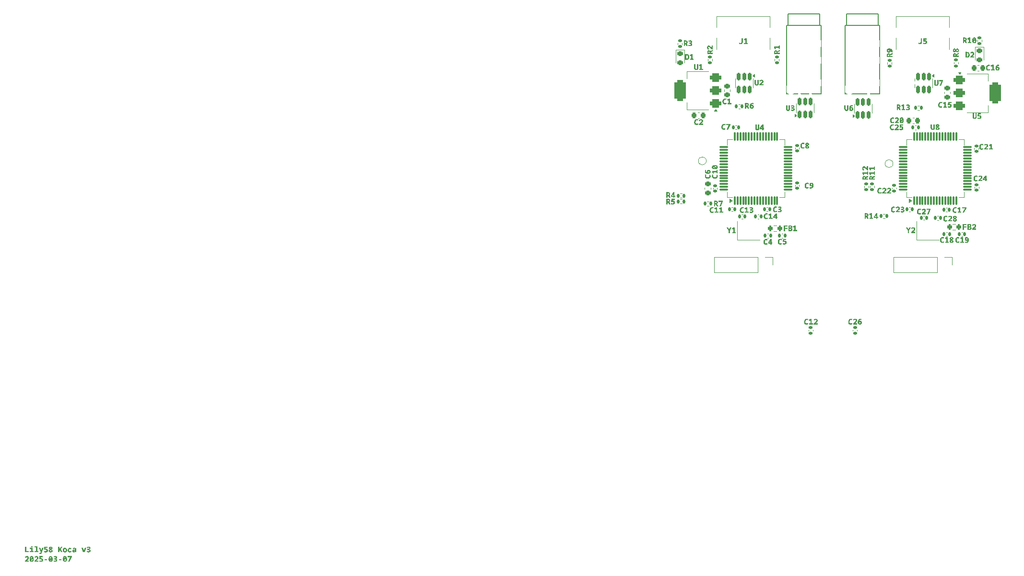
<source format=gto>
G04 #@! TF.GenerationSoftware,KiCad,Pcbnew,9.0.0*
G04 #@! TF.CreationDate,2025-03-07T16:10:57+13:00*
G04 #@! TF.ProjectId,Koca,4b6f6361-2e6b-4696-9361-645f70636258,3*
G04 #@! TF.SameCoordinates,Original*
G04 #@! TF.FileFunction,Legend,Top*
G04 #@! TF.FilePolarity,Positive*
%FSLAX46Y46*%
G04 Gerber Fmt 4.6, Leading zero omitted, Abs format (unit mm)*
G04 Created by KiCad (PCBNEW 9.0.0) date 2025-03-07 16:10:57*
%MOMM*%
%LPD*%
G01*
G04 APERTURE LIST*
G04 Aperture macros list*
%AMRoundRect*
0 Rectangle with rounded corners*
0 $1 Rounding radius*
0 $2 $3 $4 $5 $6 $7 $8 $9 X,Y pos of 4 corners*
0 Add a 4 corners polygon primitive as box body*
4,1,4,$2,$3,$4,$5,$6,$7,$8,$9,$2,$3,0*
0 Add four circle primitives for the rounded corners*
1,1,$1+$1,$2,$3*
1,1,$1+$1,$4,$5*
1,1,$1+$1,$6,$7*
1,1,$1+$1,$8,$9*
0 Add four rect primitives between the rounded corners*
20,1,$1+$1,$2,$3,$4,$5,0*
20,1,$1+$1,$4,$5,$6,$7,0*
20,1,$1+$1,$6,$7,$8,$9,0*
20,1,$1+$1,$8,$9,$2,$3,0*%
G04 Aperture macros list end*
%ADD10C,0.153000*%
%ADD11C,0.120000*%
%ADD12C,0.150000*%
%ADD13C,0.100000*%
%ADD14R,1.400000X1.200000*%
%ADD15C,5.000000*%
%ADD16RoundRect,0.140000X-0.140000X-0.170000X0.140000X-0.170000X0.140000X0.170000X-0.140000X0.170000X0*%
%ADD17C,2.000000*%
%ADD18RoundRect,0.135000X-0.135000X-0.185000X0.135000X-0.185000X0.135000X0.185000X-0.135000X0.185000X0*%
%ADD19RoundRect,0.200000X-0.200000X-0.275000X0.200000X-0.275000X0.200000X0.275000X-0.200000X0.275000X0*%
%ADD20RoundRect,0.150000X0.150000X-0.512500X0.150000X0.512500X-0.150000X0.512500X-0.150000X-0.512500X0*%
%ADD21RoundRect,0.135000X0.185000X-0.135000X0.185000X0.135000X-0.185000X0.135000X-0.185000X-0.135000X0*%
%ADD22RoundRect,0.075000X0.075000X-0.700000X0.075000X0.700000X-0.075000X0.700000X-0.075000X-0.700000X0*%
%ADD23RoundRect,0.075000X0.700000X-0.075000X0.700000X0.075000X-0.700000X0.075000X-0.700000X-0.075000X0*%
%ADD24C,4.400000*%
%ADD25RoundRect,0.135000X-0.185000X0.135000X-0.185000X-0.135000X0.185000X-0.135000X0.185000X0.135000X0*%
%ADD26C,0.800000*%
%ADD27O,1.600000X2.000000*%
%ADD28RoundRect,0.225000X-0.250000X0.225000X-0.250000X-0.225000X0.250000X-0.225000X0.250000X0.225000X0*%
%ADD29RoundRect,0.150000X-0.150000X0.512500X-0.150000X-0.512500X0.150000X-0.512500X0.150000X0.512500X0*%
%ADD30C,0.600000*%
%ADD31RoundRect,0.140000X0.140000X0.170000X-0.140000X0.170000X-0.140000X-0.170000X0.140000X-0.170000X0*%
%ADD32C,1.000000*%
%ADD33RoundRect,0.375000X0.625000X0.375000X-0.625000X0.375000X-0.625000X-0.375000X0.625000X-0.375000X0*%
%ADD34RoundRect,0.500000X0.500000X1.400000X-0.500000X1.400000X-0.500000X-1.400000X0.500000X-1.400000X0*%
%ADD35RoundRect,0.375000X-0.625000X-0.375000X0.625000X-0.375000X0.625000X0.375000X-0.625000X0.375000X0*%
%ADD36RoundRect,0.500000X-0.500000X-1.400000X0.500000X-1.400000X0.500000X1.400000X-0.500000X1.400000X0*%
%ADD37RoundRect,0.140000X-0.170000X0.140000X-0.170000X-0.140000X0.170000X-0.140000X0.170000X0.140000X0*%
%ADD38RoundRect,0.225000X0.225000X0.250000X-0.225000X0.250000X-0.225000X-0.250000X0.225000X-0.250000X0*%
%ADD39RoundRect,0.218750X-0.256250X0.218750X-0.256250X-0.218750X0.256250X-0.218750X0.256250X0.218750X0*%
%ADD40RoundRect,0.225000X-0.225000X-0.250000X0.225000X-0.250000X0.225000X0.250000X-0.225000X0.250000X0*%
%ADD41C,0.650000*%
%ADD42R,0.600000X1.450000*%
%ADD43R,0.300000X1.450000*%
%ADD44O,1.000000X2.100000*%
%ADD45O,1.000000X1.600000*%
%ADD46RoundRect,0.140000X0.170000X-0.140000X0.170000X0.140000X-0.170000X0.140000X-0.170000X-0.140000X0*%
%ADD47RoundRect,0.225000X0.250000X-0.225000X0.250000X0.225000X-0.250000X0.225000X-0.250000X-0.225000X0*%
%ADD48R,1.700000X1.700000*%
%ADD49O,1.700000X1.700000*%
%ADD50RoundRect,0.135000X0.135000X0.185000X-0.135000X0.185000X-0.135000X-0.185000X0.135000X-0.185000X0*%
%ADD51C,1.700000*%
%ADD52C,3.000000*%
%ADD53C,4.000000*%
G04 APERTURE END LIST*
D10*
G36*
X61505024Y-184650000D02*
G01*
X61505024Y-183650375D01*
X61750000Y-183650375D01*
X61750000Y-184432990D01*
X62155992Y-184432990D01*
X62155992Y-184650000D01*
X61505024Y-184650000D01*
G37*
G36*
X62677390Y-183808583D02*
G01*
X62619855Y-183802559D01*
X62580044Y-183786723D01*
X62553117Y-183762688D01*
X62536493Y-183729527D01*
X62530416Y-183684019D01*
X62536427Y-183639733D01*
X62552915Y-183607345D01*
X62579747Y-183583758D01*
X62619601Y-183568154D01*
X62677390Y-183562203D01*
X62726003Y-183566332D01*
X62761332Y-183577282D01*
X62786627Y-183593710D01*
X62805560Y-183616878D01*
X62817365Y-183646345D01*
X62821615Y-183684019D01*
X62817515Y-183720851D01*
X62805981Y-183750653D01*
X62787299Y-183775000D01*
X62762243Y-183792515D01*
X62726777Y-183804174D01*
X62677390Y-183808583D01*
G37*
G36*
X62295211Y-184650000D02*
G01*
X62295211Y-184476404D01*
X62555635Y-184453995D01*
X62555635Y-184071816D01*
X62355416Y-184052215D01*
X62355416Y-183875811D01*
X62800610Y-183875811D01*
X62800610Y-184453995D01*
X63023237Y-184476404D01*
X63023237Y-184650000D01*
X62295211Y-184650000D01*
G37*
G36*
X63134429Y-184650000D02*
G01*
X63134429Y-184479213D01*
X63394853Y-184453995D01*
X63394853Y-183782021D01*
X63189017Y-183763825D01*
X63189017Y-183586017D01*
X63639829Y-183586017D01*
X63639829Y-184453995D01*
X63862456Y-184479213D01*
X63862456Y-184650000D01*
X63134429Y-184650000D01*
G37*
G36*
X64092655Y-184992978D02*
G01*
X64040814Y-184990169D01*
X63984883Y-184981803D01*
X63984883Y-184795629D01*
X64024709Y-184802015D01*
X64059071Y-184803995D01*
X64108975Y-184798935D01*
X64149198Y-184784793D01*
X64181830Y-184762192D01*
X64208151Y-184730474D01*
X64228454Y-184687796D01*
X64245245Y-184640230D01*
X63931638Y-183875811D01*
X64194870Y-183875811D01*
X64325052Y-184283208D01*
X64341172Y-184339200D01*
X64355826Y-184410580D01*
X64360040Y-184410580D01*
X64373351Y-184335720D01*
X64385258Y-184281803D01*
X64493030Y-183875811D01*
X64743684Y-183875811D01*
X64448272Y-184726997D01*
X64412324Y-184810075D01*
X64369278Y-184875140D01*
X64319434Y-184925078D01*
X64276068Y-184953588D01*
X64224852Y-184974749D01*
X64164316Y-184988195D01*
X64092655Y-184992978D01*
G37*
G36*
X65108278Y-184663982D02*
G01*
X65035914Y-184660645D01*
X64964785Y-184650671D01*
X64895989Y-184633860D01*
X64833871Y-184610799D01*
X64833871Y-184393789D01*
X64891524Y-184416149D01*
X64957030Y-184437203D01*
X65026037Y-184451766D01*
X65102660Y-184456803D01*
X65150121Y-184452652D01*
X65187945Y-184441179D01*
X65218126Y-184423220D01*
X65241453Y-184398018D01*
X65255756Y-184366061D01*
X65260868Y-184325218D01*
X65255808Y-184287210D01*
X65241411Y-184256538D01*
X65217454Y-184231428D01*
X65186728Y-184213714D01*
X65146135Y-184202087D01*
X65092890Y-184197784D01*
X65013756Y-184204134D01*
X64936086Y-184221598D01*
X64849258Y-184172627D01*
X64882903Y-183650375D01*
X65458278Y-183650375D01*
X65458278Y-183860423D01*
X65123665Y-183860423D01*
X65112491Y-184007397D01*
X65179925Y-183997644D01*
X65230094Y-183994818D01*
X65300036Y-184000778D01*
X65357699Y-184017475D01*
X65405443Y-184043923D01*
X65444966Y-184080242D01*
X65476139Y-184124656D01*
X65499009Y-184176300D01*
X65513399Y-184236521D01*
X65518483Y-184307021D01*
X65513458Y-184378577D01*
X65499258Y-184439544D01*
X65476753Y-184491653D01*
X65446190Y-184536288D01*
X65407170Y-184574406D01*
X65349681Y-184612067D01*
X65282033Y-184639982D01*
X65202338Y-184657692D01*
X65108278Y-184663982D01*
G37*
G36*
X66092606Y-183640811D02*
G01*
X66156927Y-183653169D01*
X66210911Y-183672428D01*
X66256158Y-183698002D01*
X66294840Y-183732238D01*
X66322189Y-183773000D01*
X66339093Y-183821568D01*
X66345062Y-183880024D01*
X66339521Y-183935252D01*
X66323579Y-183983036D01*
X66297435Y-184024921D01*
X66262850Y-184061166D01*
X66218590Y-184094552D01*
X66163101Y-184125000D01*
X66222852Y-184162248D01*
X66271368Y-184200053D01*
X66310075Y-184238389D01*
X66339979Y-184282203D01*
X66358264Y-184333338D01*
X66364663Y-184393789D01*
X66358895Y-184451389D01*
X66342179Y-184502137D01*
X66314579Y-184547488D01*
X66275087Y-184588389D01*
X66228889Y-184619335D01*
X66170761Y-184642942D01*
X66098087Y-184658365D01*
X66007702Y-184663982D01*
X65920241Y-184658415D01*
X65850164Y-184643146D01*
X65794308Y-184619781D01*
X65750087Y-184589122D01*
X65713060Y-184548858D01*
X65686664Y-184502601D01*
X65670369Y-184449164D01*
X65664663Y-184386828D01*
X65665436Y-184378401D01*
X65898464Y-184378401D01*
X65903188Y-184412919D01*
X65916169Y-184438213D01*
X65937343Y-184456678D01*
X65968870Y-184468921D01*
X66014663Y-184473595D01*
X66062023Y-184467507D01*
X66098682Y-184450514D01*
X66117311Y-184432879D01*
X66128384Y-184411160D01*
X66132266Y-184384019D01*
X66127837Y-184353279D01*
X66114983Y-184327574D01*
X66093065Y-184305617D01*
X66004893Y-184242602D01*
X65963865Y-184272331D01*
X65929972Y-184303541D01*
X65912200Y-184326918D01*
X65901907Y-184351628D01*
X65898464Y-184378401D01*
X65665436Y-184378401D01*
X65670177Y-184326731D01*
X65685792Y-184276253D01*
X65710886Y-184233504D01*
X65744404Y-184195845D01*
X65786489Y-184160615D01*
X65838319Y-184127808D01*
X65778575Y-184075018D01*
X65734699Y-184018632D01*
X65713977Y-183977043D01*
X65701290Y-183930725D01*
X65698671Y-183899624D01*
X65930704Y-183899624D01*
X65936591Y-183933346D01*
X65953785Y-183960502D01*
X65979412Y-183983916D01*
X66014663Y-184008801D01*
X66053941Y-183983711D01*
X66082562Y-183959830D01*
X66102082Y-183932039D01*
X66108513Y-183899624D01*
X66105139Y-183875031D01*
X66095794Y-183856646D01*
X66080486Y-183842899D01*
X66051365Y-183829730D01*
X66020280Y-183825375D01*
X65982685Y-183830783D01*
X65955190Y-183845708D01*
X65936918Y-183869122D01*
X65930704Y-183899624D01*
X65698671Y-183899624D01*
X65696903Y-183878620D01*
X65702625Y-183820628D01*
X65718808Y-183772418D01*
X65744896Y-183731972D01*
X65781594Y-183698002D01*
X65824831Y-183672524D01*
X65877111Y-183653268D01*
X65940171Y-183640853D01*
X66016067Y-183636392D01*
X66092606Y-183640811D01*
G37*
G36*
X67330521Y-184650000D02*
G01*
X67330521Y-183650375D01*
X67568536Y-183650375D01*
X67568536Y-184106803D01*
X67597234Y-184045926D01*
X67627337Y-183989200D01*
X67816320Y-183650375D01*
X68079553Y-183650375D01*
X67803742Y-184096973D01*
X68076744Y-184650000D01*
X67803742Y-184650000D01*
X67634298Y-184283208D01*
X67568536Y-184342009D01*
X67568536Y-184650000D01*
X67330521Y-184650000D01*
G37*
G36*
X68605253Y-183867826D02*
G01*
X68674165Y-183884893D01*
X68733941Y-183912203D01*
X68787176Y-183950410D01*
X68831045Y-183997679D01*
X68866259Y-184055024D01*
X68890882Y-184118150D01*
X68906326Y-184190392D01*
X68911749Y-184273377D01*
X68906947Y-184349991D01*
X68893190Y-184417709D01*
X68871144Y-184477808D01*
X68839223Y-184532493D01*
X68798405Y-184577909D01*
X68747923Y-184615012D01*
X68690891Y-184641300D01*
X68622627Y-184658015D01*
X68540744Y-184663982D01*
X68458075Y-184657829D01*
X68388094Y-184640469D01*
X68328620Y-184612936D01*
X68275964Y-184574277D01*
X68233042Y-184526783D01*
X68199110Y-184469443D01*
X68175522Y-184406442D01*
X68160859Y-184335915D01*
X68156299Y-184265012D01*
X68393771Y-184265012D01*
X68398002Y-184325920D01*
X68409588Y-184374358D01*
X68427355Y-184412718D01*
X68453749Y-184443140D01*
X68488298Y-184461442D01*
X68533722Y-184467978D01*
X68580005Y-184461269D01*
X68615004Y-184442507D01*
X68641556Y-184411313D01*
X68659459Y-184372090D01*
X68670982Y-184323979D01*
X68675139Y-184265012D01*
X68670937Y-184204114D01*
X68659372Y-184155151D01*
X68641556Y-184115901D01*
X68615000Y-184084671D01*
X68580000Y-184065890D01*
X68533722Y-184059176D01*
X68497291Y-184063215D01*
X68468158Y-184074520D01*
X68444675Y-184092746D01*
X68425950Y-184118710D01*
X68408652Y-184159570D01*
X68397675Y-184207848D01*
X68393771Y-184265012D01*
X68156299Y-184265012D01*
X68155757Y-184256585D01*
X68160529Y-184180921D01*
X68174258Y-184113409D01*
X68196362Y-184052887D01*
X68228208Y-183997558D01*
X68268803Y-183951215D01*
X68318850Y-183912936D01*
X68375598Y-183885472D01*
X68443611Y-183868047D01*
X68525357Y-183861828D01*
X68605253Y-183867826D01*
G37*
G36*
X69410737Y-184663982D02*
G01*
X69334079Y-184659309D01*
X69269379Y-184646199D01*
X69214781Y-184625671D01*
X69168731Y-184598244D01*
X69130041Y-184563904D01*
X69091352Y-184511641D01*
X69062375Y-184447358D01*
X69043715Y-184368528D01*
X69036985Y-184271973D01*
X69041867Y-184188729D01*
X69055704Y-184116707D01*
X69077590Y-184054291D01*
X69109796Y-183997409D01*
X69151300Y-183950402D01*
X69202887Y-183912203D01*
X69261470Y-183885364D01*
X69333500Y-183868072D01*
X69421973Y-183861828D01*
X69491767Y-183865488D01*
X69561924Y-183876543D01*
X69630365Y-183895283D01*
X69694975Y-183921973D01*
X69622191Y-184101186D01*
X69560345Y-184079140D01*
X69517166Y-184067602D01*
X69476977Y-184061214D01*
X69440169Y-184059176D01*
X69388808Y-184064911D01*
X69349291Y-184080720D01*
X69318791Y-184105908D01*
X69295850Y-184141694D01*
X69280640Y-184190985D01*
X69274938Y-184257990D01*
X69281515Y-184333105D01*
X69298632Y-184385190D01*
X69323909Y-184420411D01*
X69359064Y-184446652D01*
X69399625Y-184462481D01*
X69447191Y-184467978D01*
X69489695Y-184464840D01*
X69546536Y-184453995D01*
X69604142Y-184433395D01*
X69665544Y-184396598D01*
X69665544Y-184605181D01*
X69604092Y-184631873D01*
X69540919Y-184650000D01*
X69476190Y-184660487D01*
X69410737Y-184663982D01*
G37*
G36*
X70310429Y-183866832D02*
G01*
X70379732Y-183880387D01*
X70433475Y-183900760D01*
X70474659Y-183926919D01*
X70508908Y-183962213D01*
X70533816Y-184005317D01*
X70549562Y-184057867D01*
X70555198Y-184122191D01*
X70555198Y-184650000D01*
X70373176Y-184650000D01*
X70346554Y-184557615D01*
X70340997Y-184557615D01*
X70299302Y-184601015D01*
X70257650Y-184628995D01*
X70213692Y-184647808D01*
X70175034Y-184657693D01*
X70110005Y-184663982D01*
X70043188Y-184658988D01*
X69989596Y-184645223D01*
X69946694Y-184623913D01*
X69912534Y-184595411D01*
X69884793Y-184559320D01*
X69864834Y-184518534D01*
X69852485Y-184472159D01*
X69848176Y-184419007D01*
X69849823Y-184399406D01*
X70074956Y-184399406D01*
X70080841Y-184432119D01*
X70097203Y-184454551D01*
X70125591Y-184469241D01*
X70171554Y-184475000D01*
X70209777Y-184471417D01*
X70244534Y-184460926D01*
X70276578Y-184443492D01*
X70301847Y-184419249D01*
X70317266Y-184387636D01*
X70322801Y-184346222D01*
X70322801Y-184308426D01*
X70241591Y-184309769D01*
X70163250Y-184316600D01*
X70116233Y-184330774D01*
X70093311Y-184347101D01*
X70079782Y-184369317D01*
X70074956Y-184399406D01*
X69849823Y-184399406D01*
X69853098Y-184360439D01*
X69866725Y-184313378D01*
X69888049Y-184275514D01*
X69917533Y-184243109D01*
X69954057Y-184216326D01*
X69998691Y-184195036D01*
X70072731Y-184174748D01*
X70161784Y-184165605D01*
X70322801Y-184159987D01*
X70322801Y-184133426D01*
X70319319Y-184107898D01*
X70309539Y-184088073D01*
X70293370Y-184072548D01*
X70258560Y-184058196D01*
X70196772Y-184052215D01*
X70150590Y-184054661D01*
X70094556Y-184062718D01*
X70037724Y-184077053D01*
X69979762Y-184099781D01*
X69905573Y-183931803D01*
X69981185Y-183900241D01*
X70058836Y-183878620D01*
X70138821Y-183866064D01*
X70221990Y-183861828D01*
X70310429Y-183866832D01*
G37*
G36*
X71753393Y-184650000D02*
G01*
X71484603Y-183875811D01*
X71743623Y-183875811D01*
X71859822Y-184318196D01*
X71875881Y-184379806D01*
X71887848Y-184437203D01*
X71892001Y-184437203D01*
X71904579Y-184379806D01*
X71920027Y-184318196D01*
X72037630Y-183875811D01*
X72296650Y-183875811D01*
X72018030Y-184650000D01*
X71753393Y-184650000D01*
G37*
G36*
X72668265Y-184662578D02*
G01*
X72604608Y-184659521D01*
X72535947Y-184650000D01*
X72466992Y-184634055D01*
X72396667Y-184610799D01*
X72396667Y-184402215D01*
X72463837Y-184429614D01*
X72534542Y-184450514D01*
X72605002Y-184463930D01*
X72662648Y-184467978D01*
X72714143Y-184463880D01*
X72752312Y-184452950D01*
X72780251Y-184436531D01*
X72801907Y-184413138D01*
X72814901Y-184384929D01*
X72819452Y-184350375D01*
X72813991Y-184316723D01*
X72798447Y-184290901D01*
X72772271Y-184272024D01*
X72725601Y-184256646D01*
X72668583Y-184248646D01*
X72580033Y-184245411D01*
X72524040Y-184245411D01*
X72524040Y-184046598D01*
X72581437Y-184046598D01*
X72668350Y-184042596D01*
X72724735Y-184032659D01*
X72759185Y-184019303D01*
X72786575Y-183997590D01*
X72802602Y-183970011D01*
X72808217Y-183934612D01*
X72804273Y-183900660D01*
X72793771Y-183876842D01*
X72777442Y-183860423D01*
X72743682Y-183845005D01*
X72699040Y-183839419D01*
X72648384Y-183843805D01*
X72593344Y-183857615D01*
X72539962Y-183878216D01*
X72493265Y-183902372D01*
X72393859Y-183732990D01*
X72463072Y-183693267D01*
X72542236Y-183662281D01*
X72627140Y-183643040D01*
X72721449Y-183636392D01*
X72796600Y-183640913D01*
X72858794Y-183653482D01*
X72910150Y-183672959D01*
X72952442Y-183698735D01*
X72988078Y-183732882D01*
X73013557Y-183773702D01*
X73029430Y-183822537D01*
X73035057Y-183881428D01*
X73028400Y-183946734D01*
X73009839Y-183999031D01*
X72980803Y-184044225D01*
X72945420Y-184080242D01*
X72904861Y-184109477D01*
X72862866Y-184132021D01*
X72862866Y-184136174D01*
X72915633Y-184150120D01*
X72963616Y-184171894D01*
X73005234Y-184202660D01*
X73037805Y-184243335D01*
X73052832Y-184274846D01*
X73062405Y-184312858D01*
X73065832Y-184358801D01*
X73060091Y-184416856D01*
X73043309Y-184469166D01*
X73015396Y-184517009D01*
X72978330Y-184558643D01*
X72932326Y-184594303D01*
X72876116Y-184624110D01*
X72815678Y-184644913D01*
X72746848Y-184657989D01*
X72668265Y-184662578D01*
G37*
G36*
X61465823Y-186330000D02*
G01*
X61465823Y-186157808D01*
X61674406Y-185958995D01*
X61821379Y-185816906D01*
X61872328Y-185761959D01*
X61903262Y-185719637D01*
X61922831Y-185676212D01*
X61929213Y-185631404D01*
X61924979Y-185594731D01*
X61913541Y-185568046D01*
X61895568Y-185548789D01*
X61858041Y-185530353D01*
X61805992Y-185523571D01*
X61765734Y-185526928D01*
X61728850Y-185536756D01*
X61694678Y-185553002D01*
X61645318Y-185587616D01*
X61586174Y-185641174D01*
X61455992Y-185477409D01*
X61515455Y-185424641D01*
X61572964Y-185384306D01*
X61628916Y-185354921D01*
X61688352Y-185333789D01*
X61752698Y-185320837D01*
X61822784Y-185316392D01*
X61890301Y-185320220D01*
X61951881Y-185331320D01*
X62008286Y-185349303D01*
X62060722Y-185375506D01*
X62104459Y-185408784D01*
X62140544Y-185449443D01*
X62167150Y-185496454D01*
X62183725Y-185551787D01*
X62189576Y-185617421D01*
X62184155Y-185675177D01*
X62167899Y-185730811D01*
X62140064Y-185784708D01*
X62093710Y-185847009D01*
X62035061Y-185909715D01*
X61948813Y-185989769D01*
X61807397Y-186112990D01*
X61807397Y-186120012D01*
X62190980Y-186120012D01*
X62190980Y-186330000D01*
X61465823Y-186330000D01*
G37*
G36*
X62731251Y-185322227D02*
G01*
X62793823Y-185338769D01*
X62847422Y-185365191D01*
X62893500Y-185401537D01*
X62932929Y-185448710D01*
X62969614Y-185515652D01*
X62997910Y-185599374D01*
X63016477Y-185703352D01*
X63023237Y-185831622D01*
X63019278Y-185932209D01*
X63008034Y-186020659D01*
X62990326Y-186098335D01*
X62962224Y-186171632D01*
X62924644Y-186231117D01*
X62877608Y-186278892D01*
X62836400Y-186306087D01*
X62787122Y-186326382D01*
X62728219Y-186339348D01*
X62657789Y-186343982D01*
X62585017Y-186338136D01*
X62522987Y-186321552D01*
X62469796Y-186295032D01*
X62424012Y-186258496D01*
X62384787Y-186210992D01*
X62348275Y-186143714D01*
X62336520Y-186108777D01*
X62573831Y-186108777D01*
X62596733Y-186123992D01*
X62624305Y-186133448D01*
X62657789Y-186136803D01*
X62699143Y-186131790D01*
X62731258Y-186117841D01*
X62756347Y-186095264D01*
X62775392Y-186062615D01*
X62790887Y-186011719D01*
X62801938Y-185937099D01*
X62806228Y-185831622D01*
X62803419Y-185736428D01*
X62573831Y-186108777D01*
X62336520Y-186108777D01*
X62320214Y-186060312D01*
X62301869Y-185957537D01*
X62295211Y-185831622D01*
X62509412Y-185831622D01*
X62512220Y-185918389D01*
X62737595Y-185547384D01*
X62703329Y-185528860D01*
X62657789Y-185522227D01*
X62617491Y-185527355D01*
X62585743Y-185541758D01*
X62560489Y-185565370D01*
X62540919Y-185599958D01*
X62524935Y-185653041D01*
X62513715Y-185728225D01*
X62509412Y-185831622D01*
X62295211Y-185831622D01*
X62301661Y-185700473D01*
X62319261Y-185595444D01*
X62345835Y-185512112D01*
X62379902Y-185446634D01*
X62417008Y-185400840D01*
X62461914Y-185365200D01*
X62515730Y-185338967D01*
X62580244Y-185322328D01*
X62657789Y-185316392D01*
X62731251Y-185322227D01*
G37*
G36*
X63144260Y-186330000D02*
G01*
X63144260Y-186157808D01*
X63352843Y-185958995D01*
X63499816Y-185816906D01*
X63550765Y-185761959D01*
X63581699Y-185719637D01*
X63601268Y-185676212D01*
X63607650Y-185631404D01*
X63603416Y-185594731D01*
X63591978Y-185568046D01*
X63574005Y-185548789D01*
X63536478Y-185530353D01*
X63484429Y-185523571D01*
X63444171Y-185526928D01*
X63407287Y-185536756D01*
X63373115Y-185553002D01*
X63323755Y-185587616D01*
X63264610Y-185641174D01*
X63134429Y-185477409D01*
X63193891Y-185424641D01*
X63251400Y-185384306D01*
X63307353Y-185354921D01*
X63366789Y-185333789D01*
X63431135Y-185320837D01*
X63501221Y-185316392D01*
X63568738Y-185320220D01*
X63630318Y-185331320D01*
X63686723Y-185349303D01*
X63739159Y-185375506D01*
X63782896Y-185408784D01*
X63818981Y-185449443D01*
X63845587Y-185496454D01*
X63862161Y-185551787D01*
X63868012Y-185617421D01*
X63862592Y-185675177D01*
X63846336Y-185730811D01*
X63818501Y-185784708D01*
X63772147Y-185847009D01*
X63713498Y-185909715D01*
X63627250Y-185989769D01*
X63485833Y-186112990D01*
X63485833Y-186120012D01*
X63869417Y-186120012D01*
X63869417Y-186330000D01*
X63144260Y-186330000D01*
G37*
G36*
X64269059Y-186343982D02*
G01*
X64196695Y-186340645D01*
X64125566Y-186330671D01*
X64056771Y-186313860D01*
X63994652Y-186290799D01*
X63994652Y-186073789D01*
X64052305Y-186096149D01*
X64117812Y-186117203D01*
X64186818Y-186131766D01*
X64263442Y-186136803D01*
X64310902Y-186132652D01*
X64348726Y-186121179D01*
X64378907Y-186103220D01*
X64402234Y-186078018D01*
X64416537Y-186046061D01*
X64421650Y-186005218D01*
X64416589Y-185967210D01*
X64402192Y-185936538D01*
X64378236Y-185911428D01*
X64347510Y-185893714D01*
X64306917Y-185882087D01*
X64253672Y-185877784D01*
X64174537Y-185884134D01*
X64096868Y-185901598D01*
X64010040Y-185852627D01*
X64043684Y-185330375D01*
X64619059Y-185330375D01*
X64619059Y-185540423D01*
X64284446Y-185540423D01*
X64273272Y-185687397D01*
X64340706Y-185677644D01*
X64390875Y-185674818D01*
X64460818Y-185680778D01*
X64518481Y-185697475D01*
X64566225Y-185723923D01*
X64605748Y-185760242D01*
X64636921Y-185804656D01*
X64659790Y-185856300D01*
X64674181Y-185916521D01*
X64679265Y-185987021D01*
X64674240Y-186058577D01*
X64660039Y-186119544D01*
X64637535Y-186171653D01*
X64606971Y-186216288D01*
X64567951Y-186254406D01*
X64510462Y-186292067D01*
X64442814Y-186319982D01*
X64363119Y-186337692D01*
X64269059Y-186343982D01*
G37*
G36*
X64966861Y-186056997D02*
G01*
X64966861Y-185847009D01*
X65386898Y-185847009D01*
X65386898Y-186056997D01*
X64966861Y-186056997D01*
G37*
G36*
X66088125Y-185322227D02*
G01*
X66150696Y-185338769D01*
X66204296Y-185365191D01*
X66250373Y-185401537D01*
X66289802Y-185448710D01*
X66326488Y-185515652D01*
X66354784Y-185599374D01*
X66373351Y-185703352D01*
X66380111Y-185831622D01*
X66376152Y-185932209D01*
X66364908Y-186020659D01*
X66347199Y-186098335D01*
X66319098Y-186171632D01*
X66281517Y-186231117D01*
X66234481Y-186278892D01*
X66193274Y-186306087D01*
X66143996Y-186326382D01*
X66085093Y-186339348D01*
X66014663Y-186343982D01*
X65941890Y-186338136D01*
X65879861Y-186321552D01*
X65826670Y-186295032D01*
X65780886Y-186258496D01*
X65741660Y-186210992D01*
X65705149Y-186143714D01*
X65693394Y-186108777D01*
X65930704Y-186108777D01*
X65953607Y-186123992D01*
X65981179Y-186133448D01*
X66014663Y-186136803D01*
X66056016Y-186131790D01*
X66088131Y-186117841D01*
X66113220Y-186095264D01*
X66132266Y-186062615D01*
X66147761Y-186011719D01*
X66158812Y-185937099D01*
X66163101Y-185831622D01*
X66160293Y-185736428D01*
X65930704Y-186108777D01*
X65693394Y-186108777D01*
X65677088Y-186060312D01*
X65658742Y-185957537D01*
X65652084Y-185831622D01*
X65866285Y-185831622D01*
X65869094Y-185918389D01*
X66094469Y-185547384D01*
X66060203Y-185528860D01*
X66014663Y-185522227D01*
X65974364Y-185527355D01*
X65942616Y-185541758D01*
X65917363Y-185565370D01*
X65897793Y-185599958D01*
X65881809Y-185653041D01*
X65870588Y-185728225D01*
X65866285Y-185831622D01*
X65652084Y-185831622D01*
X65658535Y-185700473D01*
X65676134Y-185595444D01*
X65702709Y-185512112D01*
X65736775Y-185446634D01*
X65773882Y-185400840D01*
X65818788Y-185365200D01*
X65872603Y-185338967D01*
X65937117Y-185322328D01*
X66014663Y-185316392D01*
X66088125Y-185322227D01*
G37*
G36*
X66793736Y-186342578D02*
G01*
X66730079Y-186339521D01*
X66661418Y-186330000D01*
X66592463Y-186314055D01*
X66522138Y-186290799D01*
X66522138Y-186082215D01*
X66589308Y-186109614D01*
X66660013Y-186130514D01*
X66730473Y-186143930D01*
X66788119Y-186147978D01*
X66839614Y-186143880D01*
X66877783Y-186132950D01*
X66905722Y-186116531D01*
X66927378Y-186093138D01*
X66940372Y-186064929D01*
X66944923Y-186030375D01*
X66939462Y-185996723D01*
X66923918Y-185970901D01*
X66897742Y-185952024D01*
X66851072Y-185936646D01*
X66794054Y-185928646D01*
X66705504Y-185925411D01*
X66649511Y-185925411D01*
X66649511Y-185726598D01*
X66706908Y-185726598D01*
X66793821Y-185722596D01*
X66850206Y-185712659D01*
X66884656Y-185699303D01*
X66912046Y-185677590D01*
X66928073Y-185650011D01*
X66933688Y-185614612D01*
X66929744Y-185580660D01*
X66919242Y-185556842D01*
X66902913Y-185540423D01*
X66869153Y-185525005D01*
X66824511Y-185519419D01*
X66773855Y-185523805D01*
X66718815Y-185537615D01*
X66665433Y-185558216D01*
X66618736Y-185582372D01*
X66519330Y-185412990D01*
X66588543Y-185373267D01*
X66667707Y-185342281D01*
X66752611Y-185323040D01*
X66846920Y-185316392D01*
X66922071Y-185320913D01*
X66984265Y-185333482D01*
X67035621Y-185352959D01*
X67077913Y-185378735D01*
X67113549Y-185412882D01*
X67139028Y-185453702D01*
X67154901Y-185502537D01*
X67160528Y-185561428D01*
X67153871Y-185626734D01*
X67135310Y-185679031D01*
X67106274Y-185724225D01*
X67070891Y-185760242D01*
X67030332Y-185789477D01*
X66988337Y-185812021D01*
X66988337Y-185816174D01*
X67041104Y-185830120D01*
X67089087Y-185851894D01*
X67130705Y-185882660D01*
X67163276Y-185923335D01*
X67178303Y-185954846D01*
X67187876Y-185992858D01*
X67191303Y-186038801D01*
X67185562Y-186096856D01*
X67168780Y-186149166D01*
X67140867Y-186197009D01*
X67103801Y-186238643D01*
X67057797Y-186274303D01*
X67001587Y-186304110D01*
X66941149Y-186324913D01*
X66872319Y-186337989D01*
X66793736Y-186342578D01*
G37*
G36*
X67484516Y-186056997D02*
G01*
X67484516Y-185847009D01*
X67904553Y-185847009D01*
X67904553Y-186056997D01*
X67484516Y-186056997D01*
G37*
G36*
X68605780Y-185322227D02*
G01*
X68668351Y-185338769D01*
X68721951Y-185365191D01*
X68768029Y-185401537D01*
X68807458Y-185448710D01*
X68844143Y-185515652D01*
X68872439Y-185599374D01*
X68891006Y-185703352D01*
X68897766Y-185831622D01*
X68893807Y-185932209D01*
X68882563Y-186020659D01*
X68864855Y-186098335D01*
X68836753Y-186171632D01*
X68799172Y-186231117D01*
X68752137Y-186278892D01*
X68710929Y-186306087D01*
X68661651Y-186326382D01*
X68602748Y-186339348D01*
X68532318Y-186343982D01*
X68459546Y-186338136D01*
X68397516Y-186321552D01*
X68344325Y-186295032D01*
X68298541Y-186258496D01*
X68259316Y-186210992D01*
X68222804Y-186143714D01*
X68211049Y-186108777D01*
X68448360Y-186108777D01*
X68471262Y-186123992D01*
X68498834Y-186133448D01*
X68532318Y-186136803D01*
X68573672Y-186131790D01*
X68605786Y-186117841D01*
X68630876Y-186095264D01*
X68649921Y-186062615D01*
X68665416Y-186011719D01*
X68676467Y-185937099D01*
X68680757Y-185831622D01*
X68677948Y-185736428D01*
X68448360Y-186108777D01*
X68211049Y-186108777D01*
X68194743Y-186060312D01*
X68176398Y-185957537D01*
X68169740Y-185831622D01*
X68383941Y-185831622D01*
X68386749Y-185918389D01*
X68612124Y-185547384D01*
X68577858Y-185528860D01*
X68532318Y-185522227D01*
X68492020Y-185527355D01*
X68460272Y-185541758D01*
X68435018Y-185565370D01*
X68415448Y-185599958D01*
X68399464Y-185653041D01*
X68388244Y-185728225D01*
X68383941Y-185831622D01*
X68169740Y-185831622D01*
X68176190Y-185700473D01*
X68193789Y-185595444D01*
X68220364Y-185512112D01*
X68254431Y-185446634D01*
X68291537Y-185400840D01*
X68336443Y-185365200D01*
X68390259Y-185338967D01*
X68454773Y-185322328D01*
X68532318Y-185316392D01*
X68605780Y-185322227D01*
G37*
G36*
X69119539Y-186330000D02*
G01*
X69475157Y-185540423D01*
X69008958Y-185540423D01*
X69008958Y-185330375D01*
X69736985Y-185330375D01*
X69736985Y-185491392D01*
X69382772Y-186330000D01*
X69119539Y-186330000D01*
G37*
G36*
X185659002Y-128215000D02*
G01*
X185659002Y-127828607D01*
X185381786Y-127215375D01*
X185639402Y-127215375D01*
X185783566Y-127570992D01*
X185924982Y-127215375D01*
X186179789Y-127215375D01*
X185903978Y-127828607D01*
X185903978Y-128215000D01*
X185659002Y-128215000D01*
G37*
G36*
X186331586Y-128215000D02*
G01*
X186331586Y-128032978D01*
X186520630Y-128016186D01*
X186520630Y-127703982D01*
X186520630Y-127637487D01*
X186521301Y-127546507D01*
X186523377Y-127468777D01*
X186478620Y-127498208D01*
X186439419Y-127522021D01*
X186353995Y-127568183D01*
X186255993Y-127382009D01*
X186547191Y-127215375D01*
X186767010Y-127215375D01*
X186767010Y-128016186D01*
X186955993Y-128032978D01*
X186955993Y-128215000D01*
X186331586Y-128215000D01*
G37*
G36*
X223997371Y-126158982D02*
G01*
X223929419Y-126154775D01*
X223869717Y-126142756D01*
X223817084Y-126123558D01*
X223770530Y-126097433D01*
X223715562Y-126051415D01*
X223669946Y-125993866D01*
X223633327Y-125923105D01*
X223608442Y-125846610D01*
X223592710Y-125758773D01*
X223587165Y-125657796D01*
X223594102Y-125547896D01*
X223613678Y-125453994D01*
X223644562Y-125373620D01*
X223676880Y-125317381D01*
X223714690Y-125269125D01*
X223758143Y-125228076D01*
X223807655Y-125193735D01*
X223861376Y-125167153D01*
X223920816Y-125147695D01*
X223986824Y-125135594D01*
X224060386Y-125131392D01*
X224125712Y-125134728D01*
X224189834Y-125144703D01*
X224253703Y-125161340D01*
X224322153Y-125185980D01*
X224256391Y-125393220D01*
X224206668Y-125372617D01*
X224156923Y-125358904D01*
X224107421Y-125350888D01*
X224064599Y-125348401D01*
X224007811Y-125353115D01*
X223962868Y-125366075D01*
X223927334Y-125386198D01*
X223897551Y-125414261D01*
X223873782Y-125449533D01*
X223855954Y-125493299D01*
X223840605Y-125566299D01*
X223834950Y-125659200D01*
X223838918Y-125738504D01*
X223849512Y-125798968D01*
X223865114Y-125844288D01*
X223884653Y-125877615D01*
X223911871Y-125905530D01*
X223945682Y-125925848D01*
X223987502Y-125938739D01*
X224039381Y-125943377D01*
X224096471Y-125939407D01*
X224162540Y-125926585D01*
X224227186Y-125905356D01*
X224284356Y-125876210D01*
X224284356Y-126101585D01*
X224216873Y-126127030D01*
X224144344Y-126145000D01*
X224070184Y-126155517D01*
X223997371Y-126158982D01*
G37*
G36*
X224436214Y-126145000D02*
G01*
X224436214Y-125972808D01*
X224644798Y-125773995D01*
X224791771Y-125631906D01*
X224842720Y-125576959D01*
X224873653Y-125534637D01*
X224893222Y-125491212D01*
X224899604Y-125446404D01*
X224895370Y-125409731D01*
X224883932Y-125383046D01*
X224865960Y-125363789D01*
X224828433Y-125345353D01*
X224776384Y-125338571D01*
X224736126Y-125341928D01*
X224699242Y-125351756D01*
X224665070Y-125368002D01*
X224615709Y-125402616D01*
X224556565Y-125456174D01*
X224426384Y-125292409D01*
X224485846Y-125239641D01*
X224543355Y-125199306D01*
X224599308Y-125169921D01*
X224658744Y-125148789D01*
X224723090Y-125135837D01*
X224793175Y-125131392D01*
X224860693Y-125135220D01*
X224922273Y-125146320D01*
X224978678Y-125164303D01*
X225031114Y-125190506D01*
X225074850Y-125223784D01*
X225110935Y-125264443D01*
X225137542Y-125311454D01*
X225154116Y-125366787D01*
X225159967Y-125432421D01*
X225154546Y-125490177D01*
X225138290Y-125545811D01*
X225110455Y-125599708D01*
X225064102Y-125662009D01*
X225005453Y-125724715D01*
X224919205Y-125804769D01*
X224777788Y-125927990D01*
X224777788Y-125935012D01*
X225161371Y-125935012D01*
X225161371Y-126145000D01*
X224436214Y-126145000D01*
G37*
G36*
X225706123Y-125135811D02*
G01*
X225770445Y-125148169D01*
X225824429Y-125167428D01*
X225869676Y-125193002D01*
X225908358Y-125227238D01*
X225935707Y-125268000D01*
X225952610Y-125316568D01*
X225958580Y-125375024D01*
X225953039Y-125430252D01*
X225937097Y-125478036D01*
X225910953Y-125519921D01*
X225876367Y-125556166D01*
X225832108Y-125589552D01*
X225776619Y-125620000D01*
X225836369Y-125657248D01*
X225884886Y-125695053D01*
X225923592Y-125733389D01*
X225953497Y-125777203D01*
X225971782Y-125828338D01*
X225978181Y-125888789D01*
X225972413Y-125946389D01*
X225955697Y-125997137D01*
X225928097Y-126042488D01*
X225888604Y-126083389D01*
X225842407Y-126114335D01*
X225784278Y-126137942D01*
X225711605Y-126153365D01*
X225621220Y-126158982D01*
X225533759Y-126153415D01*
X225463682Y-126138146D01*
X225407826Y-126114781D01*
X225363604Y-126084122D01*
X225326578Y-126043858D01*
X225300182Y-125997601D01*
X225283887Y-125944164D01*
X225278181Y-125881828D01*
X225278954Y-125873401D01*
X225511982Y-125873401D01*
X225516706Y-125907919D01*
X225529687Y-125933213D01*
X225550861Y-125951678D01*
X225582388Y-125963921D01*
X225628181Y-125968595D01*
X225675541Y-125962507D01*
X225712200Y-125945514D01*
X225730829Y-125927879D01*
X225741902Y-125906160D01*
X225745783Y-125879019D01*
X225741354Y-125848279D01*
X225728500Y-125822574D01*
X225706582Y-125800617D01*
X225618411Y-125737602D01*
X225577383Y-125767331D01*
X225543489Y-125798541D01*
X225525718Y-125821918D01*
X225515425Y-125846628D01*
X225511982Y-125873401D01*
X225278954Y-125873401D01*
X225283695Y-125821731D01*
X225299310Y-125771253D01*
X225324403Y-125728504D01*
X225357922Y-125690845D01*
X225400007Y-125655615D01*
X225451837Y-125622808D01*
X225392093Y-125570018D01*
X225348217Y-125513632D01*
X225327495Y-125472043D01*
X225314808Y-125425725D01*
X225312189Y-125394624D01*
X225544222Y-125394624D01*
X225550109Y-125428346D01*
X225567303Y-125455502D01*
X225592930Y-125478916D01*
X225628181Y-125503801D01*
X225667458Y-125478711D01*
X225696080Y-125454830D01*
X225715600Y-125427039D01*
X225722031Y-125394624D01*
X225718657Y-125370031D01*
X225709312Y-125351646D01*
X225694004Y-125337899D01*
X225664882Y-125324730D01*
X225633798Y-125320375D01*
X225596203Y-125325783D01*
X225568707Y-125340708D01*
X225550435Y-125364122D01*
X225544222Y-125394624D01*
X225312189Y-125394624D01*
X225310421Y-125373620D01*
X225316143Y-125315628D01*
X225332325Y-125267418D01*
X225358414Y-125226972D01*
X225395112Y-125193002D01*
X225438348Y-125167524D01*
X225490629Y-125148268D01*
X225553689Y-125135853D01*
X225629585Y-125131392D01*
X225706123Y-125135811D01*
G37*
G36*
X194796980Y-130228982D02*
G01*
X194729028Y-130224775D01*
X194669326Y-130212756D01*
X194616693Y-130193558D01*
X194570139Y-130167433D01*
X194515171Y-130121415D01*
X194469555Y-130063866D01*
X194432936Y-129993105D01*
X194408051Y-129916610D01*
X194392319Y-129828773D01*
X194386774Y-129727796D01*
X194393711Y-129617896D01*
X194413287Y-129523994D01*
X194444171Y-129443620D01*
X194476489Y-129387381D01*
X194514299Y-129339125D01*
X194557752Y-129298076D01*
X194607264Y-129263735D01*
X194660985Y-129237153D01*
X194720425Y-129217695D01*
X194786433Y-129205594D01*
X194859995Y-129201392D01*
X194925321Y-129204728D01*
X194989443Y-129214703D01*
X195053312Y-129231340D01*
X195121762Y-129255980D01*
X195056000Y-129463220D01*
X195006277Y-129442617D01*
X194956532Y-129428904D01*
X194907030Y-129420888D01*
X194864208Y-129418401D01*
X194807420Y-129423115D01*
X194762477Y-129436075D01*
X194726943Y-129456198D01*
X194697160Y-129484261D01*
X194673391Y-129519533D01*
X194655563Y-129563299D01*
X194640214Y-129636299D01*
X194634559Y-129729200D01*
X194638527Y-129808504D01*
X194649121Y-129868968D01*
X194664723Y-129914288D01*
X194684262Y-129947615D01*
X194711480Y-129975530D01*
X194745291Y-129995848D01*
X194787111Y-130008739D01*
X194838990Y-130013377D01*
X194896080Y-130009407D01*
X194962149Y-129996585D01*
X195026795Y-129975356D01*
X195083965Y-129946210D01*
X195083965Y-130171585D01*
X195016482Y-130197030D01*
X194943953Y-130215000D01*
X194869793Y-130225517D01*
X194796980Y-130228982D01*
G37*
G36*
X195521404Y-130228982D02*
G01*
X195449040Y-130225645D01*
X195377912Y-130215671D01*
X195309116Y-130198860D01*
X195246997Y-130175799D01*
X195246997Y-129958789D01*
X195304651Y-129981149D01*
X195370157Y-130002203D01*
X195439163Y-130016766D01*
X195515787Y-130021803D01*
X195563248Y-130017652D01*
X195601072Y-130006179D01*
X195631253Y-129988220D01*
X195654580Y-129963018D01*
X195668882Y-129931061D01*
X195673995Y-129890218D01*
X195668934Y-129852210D01*
X195654537Y-129821538D01*
X195630581Y-129796428D01*
X195599855Y-129778714D01*
X195559262Y-129767087D01*
X195506017Y-129762784D01*
X195426882Y-129769134D01*
X195349213Y-129786598D01*
X195262385Y-129737627D01*
X195296029Y-129215375D01*
X195871404Y-129215375D01*
X195871404Y-129425423D01*
X195536792Y-129425423D01*
X195525618Y-129572397D01*
X195593052Y-129562644D01*
X195643220Y-129559818D01*
X195713163Y-129565778D01*
X195770826Y-129582475D01*
X195818570Y-129608923D01*
X195858093Y-129645242D01*
X195889266Y-129689656D01*
X195912135Y-129741300D01*
X195926526Y-129801521D01*
X195931610Y-129872021D01*
X195926585Y-129943577D01*
X195912385Y-130004544D01*
X195889880Y-130056653D01*
X195859316Y-130101288D01*
X195820297Y-130139406D01*
X195762808Y-130177067D01*
X195695159Y-130204982D01*
X195615464Y-130222692D01*
X195521404Y-130228982D01*
G37*
G36*
X215770430Y-105465955D02*
G01*
X215845827Y-105481149D01*
X215904986Y-105504140D01*
X215950954Y-105533892D01*
X215989203Y-105573684D01*
X216016922Y-105621748D01*
X216034370Y-105679786D01*
X216040592Y-105750230D01*
X216035984Y-105811754D01*
X216022912Y-105864461D01*
X216002062Y-105909842D01*
X215973165Y-105950781D01*
X215935528Y-105988973D01*
X215888001Y-106024576D01*
X216109163Y-106460000D01*
X215848800Y-106460000D01*
X215687783Y-106098825D01*
X215589780Y-106098825D01*
X215589780Y-106460000D01*
X215360192Y-106460000D01*
X215360192Y-105895799D01*
X215589780Y-105895799D01*
X215673800Y-105895799D01*
X215710198Y-105892445D01*
X215741845Y-105882808D01*
X215769665Y-105867100D01*
X215791137Y-105845070D01*
X215804639Y-105814950D01*
X215809599Y-105773982D01*
X215805824Y-105740821D01*
X215795234Y-105714274D01*
X215778092Y-105692833D01*
X215755239Y-105677404D01*
X215723720Y-105667218D01*
X215680761Y-105663401D01*
X215589780Y-105663401D01*
X215589780Y-105895799D01*
X215360192Y-105895799D01*
X215360192Y-105460375D01*
X215675143Y-105460375D01*
X215770430Y-105465955D01*
G37*
G36*
X216246977Y-106460000D02*
G01*
X216246977Y-106277978D01*
X216436021Y-106261186D01*
X216436021Y-105948982D01*
X216436021Y-105882487D01*
X216436692Y-105791507D01*
X216438768Y-105713777D01*
X216394011Y-105743208D01*
X216354810Y-105767021D01*
X216269386Y-105813183D01*
X216171384Y-105627009D01*
X216462582Y-105460375D01*
X216682401Y-105460375D01*
X216682401Y-106261186D01*
X216871384Y-106277978D01*
X216871384Y-106460000D01*
X216246977Y-106460000D01*
G37*
G36*
X217313036Y-106472578D02*
G01*
X217249379Y-106469521D01*
X217180717Y-106460000D01*
X217111763Y-106444055D01*
X217041438Y-106420799D01*
X217041438Y-106212215D01*
X217108608Y-106239614D01*
X217179313Y-106260514D01*
X217249772Y-106273930D01*
X217307418Y-106277978D01*
X217358914Y-106273880D01*
X217397083Y-106262950D01*
X217425021Y-106246531D01*
X217446677Y-106223138D01*
X217459671Y-106194929D01*
X217464222Y-106160375D01*
X217458761Y-106126723D01*
X217443217Y-106100901D01*
X217417041Y-106082024D01*
X217370372Y-106066646D01*
X217313353Y-106058646D01*
X217224803Y-106055411D01*
X217168810Y-106055411D01*
X217168810Y-105856598D01*
X217226207Y-105856598D01*
X217313120Y-105852596D01*
X217369505Y-105842659D01*
X217403955Y-105829303D01*
X217431345Y-105807590D01*
X217447372Y-105780011D01*
X217452987Y-105744612D01*
X217449043Y-105710660D01*
X217438541Y-105686842D01*
X217422212Y-105670423D01*
X217388452Y-105655005D01*
X217343810Y-105649419D01*
X217293154Y-105653805D01*
X217238114Y-105667615D01*
X217184733Y-105688216D01*
X217138036Y-105712372D01*
X217038629Y-105542990D01*
X217107843Y-105503267D01*
X217187006Y-105472281D01*
X217271910Y-105453040D01*
X217366220Y-105446392D01*
X217441370Y-105450913D01*
X217503565Y-105463482D01*
X217554920Y-105482959D01*
X217597212Y-105508735D01*
X217632849Y-105542882D01*
X217658327Y-105583702D01*
X217674200Y-105632537D01*
X217679827Y-105691428D01*
X217673170Y-105756734D01*
X217654609Y-105809031D01*
X217625573Y-105854225D01*
X217590190Y-105890242D01*
X217549632Y-105919477D01*
X217507636Y-105942021D01*
X217507636Y-105946174D01*
X217560403Y-105960120D01*
X217608386Y-105981894D01*
X217650005Y-106012660D01*
X217682575Y-106053335D01*
X217697603Y-106084846D01*
X217707175Y-106122858D01*
X217710602Y-106168801D01*
X217704862Y-106226856D01*
X217688079Y-106279166D01*
X217660166Y-106327009D01*
X217623100Y-106368643D01*
X217577096Y-106404303D01*
X217520886Y-106434110D01*
X217460449Y-106454913D01*
X217391618Y-106467989D01*
X217313036Y-106472578D01*
G37*
G36*
X195405192Y-127855000D02*
G01*
X195405192Y-126855375D01*
X196077165Y-126855375D01*
X196077165Y-127065423D01*
X195644550Y-127065423D01*
X195644550Y-127274007D01*
X196060373Y-127274007D01*
X196060373Y-127483995D01*
X195644550Y-127483995D01*
X195644550Y-127855000D01*
X195405192Y-127855000D01*
G37*
G36*
X196677547Y-126860212D02*
G01*
X196752951Y-126873226D01*
X196810639Y-126892564D01*
X196854102Y-126916985D01*
X196891334Y-126951039D01*
X196917854Y-126991922D01*
X196934348Y-127041000D01*
X196940197Y-127100411D01*
X196934485Y-127165237D01*
X196918878Y-127215511D01*
X196894707Y-127254406D01*
X196862052Y-127287699D01*
X196829290Y-127310500D01*
X196795972Y-127324382D01*
X196795972Y-127331404D01*
X196838562Y-127347407D01*
X196876613Y-127371045D01*
X196910766Y-127402845D01*
X196935935Y-127441116D01*
X196952329Y-127492097D01*
X196958393Y-127559588D01*
X196952164Y-127627490D01*
X196934457Y-127685058D01*
X196905896Y-127734300D01*
X196865947Y-127776598D01*
X196818007Y-127809609D01*
X196761431Y-127834021D01*
X196694581Y-127849499D01*
X196615415Y-127855000D01*
X196244410Y-127855000D01*
X196244410Y-127661803D01*
X196465572Y-127661803D01*
X196594410Y-127661803D01*
X196639578Y-127657140D01*
X196672358Y-127644652D01*
X196695893Y-127625411D01*
X196713488Y-127599728D01*
X196723880Y-127571980D01*
X196727401Y-127541392D01*
X196723810Y-127510946D01*
X196713370Y-127484434D01*
X196695893Y-127460914D01*
X196672580Y-127443836D01*
X196638618Y-127432376D01*
X196590197Y-127428002D01*
X196465572Y-127428002D01*
X196465572Y-127661803D01*
X196244410Y-127661803D01*
X196244410Y-127247384D01*
X196465572Y-127247384D01*
X196581771Y-127247384D01*
X196625508Y-127243309D01*
X196657450Y-127232429D01*
X196680506Y-127215877D01*
X196698156Y-127193309D01*
X196708505Y-127168630D01*
X196712013Y-127141017D01*
X196708283Y-127113672D01*
X196697623Y-127091456D01*
X196679773Y-127073117D01*
X196656865Y-127060520D01*
X196623914Y-127051881D01*
X196577619Y-127048571D01*
X196465572Y-127048571D01*
X196465572Y-127247384D01*
X196244410Y-127247384D01*
X196244410Y-126855375D01*
X196580366Y-126855375D01*
X196677547Y-126860212D01*
G37*
G36*
X197131195Y-127855000D02*
G01*
X197131195Y-127672978D01*
X197320239Y-127656186D01*
X197320239Y-127343982D01*
X197320239Y-127277487D01*
X197320911Y-127186507D01*
X197322987Y-127108777D01*
X197278229Y-127138208D01*
X197239028Y-127162021D01*
X197153604Y-127208183D01*
X197055602Y-127022009D01*
X197346801Y-126855375D01*
X197566619Y-126855375D01*
X197566619Y-127656186D01*
X197755602Y-127672978D01*
X197755602Y-127855000D01*
X197131195Y-127855000D01*
G37*
G36*
X206489157Y-106600982D02*
G01*
X206405915Y-106594347D01*
X206335232Y-106575563D01*
X206274879Y-106545590D01*
X206223177Y-106504384D01*
X206182008Y-106453379D01*
X206151562Y-106391356D01*
X206132141Y-106316030D01*
X206125174Y-106224421D01*
X206125174Y-105587375D01*
X206370211Y-105587375D01*
X206370211Y-106204821D01*
X206374217Y-106272270D01*
X206384282Y-106316782D01*
X206398177Y-106344772D01*
X206419596Y-106366078D01*
X206447795Y-106379222D01*
X206485005Y-106383973D01*
X206521440Y-106379375D01*
X206550979Y-106366323D01*
X206575253Y-106344772D01*
X206591742Y-106316325D01*
X206603505Y-106271377D01*
X206608164Y-106203416D01*
X206608164Y-105587375D01*
X206853201Y-105587375D01*
X206853201Y-106218803D01*
X206846648Y-106307492D01*
X206828200Y-106382211D01*
X206799021Y-106445363D01*
X206759351Y-106498828D01*
X206709356Y-106542126D01*
X206649173Y-106573797D01*
X206576715Y-106593832D01*
X206489157Y-106600982D01*
G37*
G36*
X207536287Y-105576200D02*
G01*
X207620978Y-105584627D01*
X207620978Y-105788997D01*
X207549994Y-105779505D01*
X207482371Y-105776419D01*
X207418629Y-105781022D01*
X207365538Y-105793911D01*
X207321245Y-105814161D01*
X207284290Y-105841509D01*
X207254300Y-105876097D01*
X207231102Y-105918982D01*
X207214900Y-105971822D01*
X207206620Y-106036781D01*
X207213581Y-106036781D01*
X207233348Y-106003839D01*
X207259056Y-105975754D01*
X207291312Y-105952090D01*
X207327522Y-105934908D01*
X207368489Y-105924284D01*
X207415204Y-105920583D01*
X207475329Y-105926249D01*
X207527018Y-105942467D01*
X207571936Y-105968838D01*
X207611209Y-106006007D01*
X207641573Y-106050241D01*
X207664257Y-106103610D01*
X207678785Y-106167925D01*
X207683993Y-106245426D01*
X207678845Y-106317135D01*
X207664146Y-106379636D01*
X207640579Y-106434409D01*
X207607669Y-106483894D01*
X207567727Y-106524700D01*
X207520167Y-106557629D01*
X207467272Y-106581295D01*
X207407980Y-106595906D01*
X207341015Y-106600982D01*
X207269574Y-106595210D01*
X207205854Y-106578514D01*
X207148491Y-106551279D01*
X207097710Y-106513502D01*
X207054444Y-106465004D01*
X207018309Y-106404306D01*
X206993221Y-106337791D01*
X206977613Y-106260813D01*
X207226221Y-106260813D01*
X207229864Y-106300906D01*
X207239897Y-106332499D01*
X207255591Y-106357411D01*
X207277302Y-106376696D01*
X207303444Y-106388321D01*
X207335397Y-106392399D01*
X207361951Y-106388793D01*
X207384963Y-106378232D01*
X207405373Y-106360220D01*
X207419893Y-106336973D01*
X207429681Y-106303975D01*
X207433400Y-106258004D01*
X207427270Y-106196789D01*
X207411662Y-106157193D01*
X207394533Y-106138252D01*
X207370816Y-106126507D01*
X207338206Y-106122205D01*
X207303065Y-106127075D01*
X207275697Y-106140787D01*
X207254187Y-106163543D01*
X207233417Y-106207793D01*
X207226221Y-106260813D01*
X206977613Y-106260813D01*
X206977156Y-106258560D01*
X206971415Y-106164215D01*
X206976708Y-106054565D01*
X206992419Y-105948610D01*
X207010188Y-105880008D01*
X207034699Y-105816968D01*
X207065875Y-105758894D01*
X207105133Y-105706700D01*
X207153769Y-105661814D01*
X207212849Y-105623828D01*
X207277814Y-105596993D01*
X207357316Y-105579652D01*
X207454405Y-105573392D01*
X207536287Y-105576200D01*
G37*
G36*
X178180039Y-94145955D02*
G01*
X178255436Y-94161149D01*
X178314595Y-94184140D01*
X178360563Y-94213892D01*
X178398812Y-94253684D01*
X178426531Y-94301748D01*
X178443979Y-94359786D01*
X178450201Y-94430230D01*
X178445593Y-94491754D01*
X178432521Y-94544461D01*
X178411671Y-94589842D01*
X178382774Y-94630781D01*
X178345137Y-94668973D01*
X178297610Y-94704576D01*
X178518772Y-95140000D01*
X178258409Y-95140000D01*
X178097392Y-94778825D01*
X177999389Y-94778825D01*
X177999389Y-95140000D01*
X177769801Y-95140000D01*
X177769801Y-94575799D01*
X177999389Y-94575799D01*
X178083409Y-94575799D01*
X178119807Y-94572445D01*
X178151454Y-94562808D01*
X178179274Y-94547100D01*
X178200746Y-94525070D01*
X178214248Y-94494950D01*
X178219208Y-94453982D01*
X178215433Y-94420821D01*
X178204843Y-94394274D01*
X178187701Y-94372833D01*
X178164848Y-94357404D01*
X178133329Y-94347218D01*
X178090370Y-94343401D01*
X177999389Y-94343401D01*
X177999389Y-94575799D01*
X177769801Y-94575799D01*
X177769801Y-94140375D01*
X178084752Y-94140375D01*
X178180039Y-94145955D01*
G37*
G36*
X178883426Y-95152578D02*
G01*
X178819769Y-95149521D01*
X178751108Y-95140000D01*
X178682153Y-95124055D01*
X178611828Y-95100799D01*
X178611828Y-94892215D01*
X178678998Y-94919614D01*
X178749703Y-94940514D01*
X178820163Y-94953930D01*
X178877809Y-94957978D01*
X178929304Y-94953880D01*
X178967473Y-94942950D01*
X178995412Y-94926531D01*
X179017068Y-94903138D01*
X179030062Y-94874929D01*
X179034613Y-94840375D01*
X179029152Y-94806723D01*
X179013608Y-94780901D01*
X178987432Y-94762024D01*
X178940762Y-94746646D01*
X178883744Y-94738646D01*
X178795194Y-94735411D01*
X178739201Y-94735411D01*
X178739201Y-94536598D01*
X178796598Y-94536598D01*
X178883511Y-94532596D01*
X178939896Y-94522659D01*
X178974346Y-94509303D01*
X179001736Y-94487590D01*
X179017763Y-94460011D01*
X179023377Y-94424612D01*
X179019434Y-94390660D01*
X179008932Y-94366842D01*
X178992603Y-94350423D01*
X178958843Y-94335005D01*
X178914201Y-94329419D01*
X178863544Y-94333805D01*
X178808505Y-94347615D01*
X178755123Y-94368216D01*
X178708426Y-94392372D01*
X178609019Y-94222990D01*
X178678233Y-94183267D01*
X178757397Y-94152281D01*
X178842301Y-94133040D01*
X178936610Y-94126392D01*
X179011761Y-94130913D01*
X179073955Y-94143482D01*
X179125311Y-94162959D01*
X179167603Y-94188735D01*
X179203239Y-94222882D01*
X179228718Y-94263702D01*
X179244591Y-94312537D01*
X179250218Y-94371428D01*
X179243561Y-94436734D01*
X179225000Y-94489031D01*
X179195964Y-94534225D01*
X179160581Y-94570242D01*
X179120022Y-94599477D01*
X179078027Y-94622021D01*
X179078027Y-94626174D01*
X179130794Y-94640120D01*
X179178777Y-94661894D01*
X179220395Y-94692660D01*
X179252966Y-94733335D01*
X179267993Y-94764846D01*
X179277566Y-94802858D01*
X179280993Y-94848801D01*
X179275252Y-94906856D01*
X179258470Y-94959166D01*
X179230556Y-95007009D01*
X179193491Y-95048643D01*
X179147487Y-95084303D01*
X179091277Y-95114110D01*
X179030839Y-95134913D01*
X178962009Y-95147989D01*
X178883426Y-95152578D01*
G37*
G36*
X190760757Y-110028982D02*
G01*
X190677515Y-110022347D01*
X190606832Y-110003563D01*
X190546479Y-109973590D01*
X190494777Y-109932384D01*
X190453608Y-109881379D01*
X190423162Y-109819356D01*
X190403741Y-109744030D01*
X190396774Y-109652421D01*
X190396774Y-109015375D01*
X190641811Y-109015375D01*
X190641811Y-109632821D01*
X190645817Y-109700270D01*
X190655882Y-109744782D01*
X190669777Y-109772772D01*
X190691196Y-109794078D01*
X190719395Y-109807222D01*
X190756605Y-109811973D01*
X190793040Y-109807375D01*
X190822579Y-109794323D01*
X190846853Y-109772772D01*
X190863342Y-109744325D01*
X190875105Y-109699377D01*
X190879764Y-109631416D01*
X190879764Y-109015375D01*
X191124801Y-109015375D01*
X191124801Y-109646803D01*
X191118248Y-109735492D01*
X191099800Y-109810211D01*
X191070621Y-109873363D01*
X191030951Y-109926828D01*
X190980956Y-109970126D01*
X190920773Y-110001797D01*
X190848315Y-110021832D01*
X190760757Y-110028982D01*
G37*
G36*
X191853377Y-109624394D02*
G01*
X191978002Y-109624394D01*
X191978002Y-109816186D01*
X191853377Y-109816186D01*
X191853377Y-110015000D01*
X191620980Y-110015000D01*
X191620980Y-109816186D01*
X191222010Y-109816186D01*
X191222010Y-109628607D01*
X191224770Y-109624394D01*
X191431997Y-109624394D01*
X191620980Y-109624394D01*
X191620980Y-109488595D01*
X191620980Y-109422833D01*
X191622385Y-109331791D01*
X191615424Y-109331791D01*
X191580375Y-109390654D01*
X191548196Y-109441029D01*
X191431997Y-109624394D01*
X191224770Y-109624394D01*
X191623789Y-109015375D01*
X191853377Y-109015375D01*
X191853377Y-109624394D01*
G37*
G36*
X182915000Y-96086590D02*
G01*
X182553825Y-96247607D01*
X182553825Y-96345610D01*
X182915000Y-96345610D01*
X182915000Y-96575198D01*
X181915375Y-96575198D01*
X181915375Y-96260247D01*
X181915704Y-96254629D01*
X182118401Y-96254629D01*
X182118401Y-96345610D01*
X182350799Y-96345610D01*
X182350799Y-96261590D01*
X182347445Y-96225192D01*
X182337808Y-96193545D01*
X182322100Y-96165725D01*
X182300070Y-96144253D01*
X182269950Y-96130751D01*
X182228982Y-96125791D01*
X182195821Y-96129566D01*
X182169274Y-96140156D01*
X182147833Y-96157298D01*
X182132404Y-96180151D01*
X182122218Y-96211670D01*
X182118401Y-96254629D01*
X181915704Y-96254629D01*
X181920955Y-96164960D01*
X181936149Y-96089563D01*
X181959140Y-96030404D01*
X181988892Y-95984436D01*
X182028684Y-95946187D01*
X182076748Y-95918468D01*
X182134786Y-95901020D01*
X182205230Y-95894798D01*
X182266754Y-95899406D01*
X182319461Y-95912478D01*
X182364842Y-95933328D01*
X182405781Y-95962225D01*
X182443973Y-95999862D01*
X182479576Y-96047389D01*
X182915000Y-95826227D01*
X182915000Y-96086590D01*
G37*
G36*
X182915000Y-95754176D02*
G01*
X182742808Y-95754176D01*
X182543995Y-95545592D01*
X182401906Y-95398619D01*
X182346959Y-95347670D01*
X182304637Y-95316737D01*
X182261212Y-95297168D01*
X182216404Y-95290786D01*
X182179731Y-95295020D01*
X182153046Y-95306458D01*
X182133789Y-95324430D01*
X182115353Y-95361957D01*
X182108571Y-95414006D01*
X182111928Y-95454264D01*
X182121756Y-95491148D01*
X182138002Y-95525320D01*
X182172616Y-95574681D01*
X182226174Y-95633825D01*
X182062409Y-95764006D01*
X182009641Y-95704544D01*
X181969306Y-95647035D01*
X181939921Y-95591082D01*
X181918789Y-95531646D01*
X181905837Y-95467300D01*
X181901392Y-95397215D01*
X181905220Y-95329697D01*
X181916320Y-95268117D01*
X181934303Y-95211712D01*
X181960506Y-95159276D01*
X181993784Y-95115540D01*
X182034443Y-95079455D01*
X182081454Y-95052848D01*
X182136787Y-95036274D01*
X182202421Y-95030423D01*
X182260177Y-95035844D01*
X182315811Y-95052100D01*
X182369708Y-95079935D01*
X182432009Y-95126288D01*
X182494715Y-95184937D01*
X182574769Y-95271185D01*
X182697990Y-95412602D01*
X182705012Y-95412602D01*
X182705012Y-95029019D01*
X182915000Y-95029019D01*
X182915000Y-95754176D01*
G37*
G36*
X185026980Y-105428982D02*
G01*
X184959028Y-105424775D01*
X184899326Y-105412756D01*
X184846693Y-105393558D01*
X184800139Y-105367433D01*
X184745171Y-105321415D01*
X184699555Y-105263866D01*
X184662936Y-105193105D01*
X184638051Y-105116610D01*
X184622319Y-105028773D01*
X184616774Y-104927796D01*
X184623711Y-104817896D01*
X184643287Y-104723994D01*
X184674171Y-104643620D01*
X184706489Y-104587381D01*
X184744299Y-104539125D01*
X184787752Y-104498076D01*
X184837264Y-104463735D01*
X184890985Y-104437153D01*
X184950425Y-104417695D01*
X185016433Y-104405594D01*
X185089995Y-104401392D01*
X185155321Y-104404728D01*
X185219443Y-104414703D01*
X185283312Y-104431340D01*
X185351762Y-104455980D01*
X185286000Y-104663220D01*
X185236277Y-104642617D01*
X185186532Y-104628904D01*
X185137030Y-104620888D01*
X185094208Y-104618401D01*
X185037420Y-104623115D01*
X184992477Y-104636075D01*
X184956943Y-104656198D01*
X184927160Y-104684261D01*
X184903391Y-104719533D01*
X184885563Y-104763299D01*
X184870214Y-104836299D01*
X184864559Y-104929200D01*
X184868527Y-105008504D01*
X184879121Y-105068968D01*
X184894723Y-105114288D01*
X184914262Y-105147615D01*
X184941480Y-105175530D01*
X184975291Y-105195848D01*
X185017111Y-105208739D01*
X185068990Y-105213377D01*
X185126080Y-105209407D01*
X185192149Y-105196585D01*
X185256795Y-105175356D01*
X185313965Y-105146210D01*
X185313965Y-105371585D01*
X185246482Y-105397030D01*
X185173953Y-105415000D01*
X185099793Y-105425517D01*
X185026980Y-105428982D01*
G37*
G36*
X185531586Y-105415000D02*
G01*
X185531586Y-105232978D01*
X185720630Y-105216186D01*
X185720630Y-104903982D01*
X185720630Y-104837487D01*
X185721301Y-104746507D01*
X185723377Y-104668777D01*
X185678620Y-104698208D01*
X185639419Y-104722021D01*
X185553995Y-104768183D01*
X185455993Y-104582009D01*
X185747191Y-104415375D01*
X185967010Y-104415375D01*
X185967010Y-105216186D01*
X186155993Y-105232978D01*
X186155993Y-105415000D01*
X185531586Y-105415000D01*
G37*
G36*
X189012039Y-105211955D02*
G01*
X189087436Y-105227149D01*
X189146595Y-105250140D01*
X189192563Y-105279892D01*
X189230812Y-105319684D01*
X189258531Y-105367748D01*
X189275979Y-105425786D01*
X189282201Y-105496230D01*
X189277593Y-105557754D01*
X189264521Y-105610461D01*
X189243671Y-105655842D01*
X189214774Y-105696781D01*
X189177137Y-105734973D01*
X189129610Y-105770576D01*
X189350772Y-106206000D01*
X189090409Y-106206000D01*
X188929392Y-105844825D01*
X188831389Y-105844825D01*
X188831389Y-106206000D01*
X188601801Y-106206000D01*
X188601801Y-105641799D01*
X188831389Y-105641799D01*
X188915409Y-105641799D01*
X188951807Y-105638445D01*
X188983454Y-105628808D01*
X189011274Y-105613100D01*
X189032746Y-105591070D01*
X189046248Y-105560950D01*
X189051208Y-105519982D01*
X189047433Y-105486821D01*
X189036843Y-105460274D01*
X189019701Y-105438833D01*
X188996848Y-105423404D01*
X188965329Y-105413218D01*
X188922370Y-105409401D01*
X188831389Y-105409401D01*
X188831389Y-105641799D01*
X188601801Y-105641799D01*
X188601801Y-105206375D01*
X188916752Y-105206375D01*
X189012039Y-105211955D01*
G37*
G36*
X189984887Y-105195200D02*
G01*
X190069578Y-105203627D01*
X190069578Y-105407997D01*
X189998594Y-105398505D01*
X189930971Y-105395419D01*
X189867229Y-105400022D01*
X189814138Y-105412911D01*
X189769845Y-105433161D01*
X189732890Y-105460509D01*
X189702900Y-105495097D01*
X189679702Y-105537982D01*
X189663500Y-105590822D01*
X189655220Y-105655781D01*
X189662181Y-105655781D01*
X189681948Y-105622839D01*
X189707656Y-105594754D01*
X189739912Y-105571090D01*
X189776122Y-105553908D01*
X189817089Y-105543284D01*
X189863804Y-105539583D01*
X189923929Y-105545249D01*
X189975618Y-105561467D01*
X190020536Y-105587838D01*
X190059809Y-105625007D01*
X190090173Y-105669241D01*
X190112857Y-105722610D01*
X190127385Y-105786925D01*
X190132593Y-105864426D01*
X190127445Y-105936135D01*
X190112746Y-105998636D01*
X190089179Y-106053409D01*
X190056269Y-106102894D01*
X190016327Y-106143700D01*
X189968767Y-106176629D01*
X189915872Y-106200295D01*
X189856580Y-106214906D01*
X189789615Y-106219982D01*
X189718174Y-106214210D01*
X189654454Y-106197514D01*
X189597091Y-106170279D01*
X189546310Y-106132502D01*
X189503044Y-106084004D01*
X189466909Y-106023306D01*
X189441821Y-105956791D01*
X189426213Y-105879813D01*
X189674821Y-105879813D01*
X189678464Y-105919906D01*
X189688497Y-105951499D01*
X189704191Y-105976411D01*
X189725902Y-105995696D01*
X189752044Y-106007321D01*
X189783997Y-106011399D01*
X189810551Y-106007793D01*
X189833563Y-105997232D01*
X189853973Y-105979220D01*
X189868493Y-105955973D01*
X189878281Y-105922975D01*
X189882000Y-105877004D01*
X189875870Y-105815789D01*
X189860262Y-105776193D01*
X189843133Y-105757252D01*
X189819416Y-105745507D01*
X189786806Y-105741205D01*
X189751665Y-105746075D01*
X189724297Y-105759787D01*
X189702787Y-105782543D01*
X189682017Y-105826793D01*
X189674821Y-105879813D01*
X189426213Y-105879813D01*
X189425756Y-105877560D01*
X189420015Y-105783215D01*
X189425308Y-105673565D01*
X189441019Y-105567610D01*
X189458788Y-105499008D01*
X189483299Y-105435968D01*
X189514475Y-105377894D01*
X189553733Y-105325700D01*
X189602369Y-105280814D01*
X189661449Y-105242828D01*
X189726414Y-105215993D01*
X189805916Y-105198652D01*
X189903005Y-105192392D01*
X189984887Y-105195200D01*
G37*
G36*
X222360757Y-102178982D02*
G01*
X222277515Y-102172347D01*
X222206832Y-102153563D01*
X222146479Y-102123590D01*
X222094777Y-102082384D01*
X222053608Y-102031379D01*
X222023162Y-101969356D01*
X222003741Y-101894030D01*
X221996774Y-101802421D01*
X221996774Y-101165375D01*
X222241811Y-101165375D01*
X222241811Y-101782821D01*
X222245817Y-101850270D01*
X222255882Y-101894782D01*
X222269777Y-101922772D01*
X222291196Y-101944078D01*
X222319395Y-101957222D01*
X222356605Y-101961973D01*
X222393040Y-101957375D01*
X222422579Y-101944323D01*
X222446853Y-101922772D01*
X222463342Y-101894325D01*
X222475105Y-101849377D01*
X222479764Y-101781416D01*
X222479764Y-101165375D01*
X222724801Y-101165375D01*
X222724801Y-101796803D01*
X222718248Y-101885492D01*
X222699800Y-101960211D01*
X222670621Y-102023363D01*
X222630951Y-102076828D01*
X222580956Y-102120126D01*
X222520773Y-102151797D01*
X222448315Y-102171832D01*
X222360757Y-102178982D01*
G37*
G36*
X222946574Y-102165000D02*
G01*
X223302191Y-101375423D01*
X222835993Y-101375423D01*
X222835993Y-101165375D01*
X223564019Y-101165375D01*
X223564019Y-101326392D01*
X223209806Y-102165000D01*
X222946574Y-102165000D01*
G37*
G36*
X219349171Y-124914382D02*
G01*
X219281219Y-124910175D01*
X219221517Y-124898156D01*
X219168884Y-124878958D01*
X219122330Y-124852833D01*
X219067362Y-124806815D01*
X219021746Y-124749266D01*
X218985127Y-124678505D01*
X218960242Y-124602010D01*
X218944510Y-124514173D01*
X218938965Y-124413196D01*
X218945902Y-124303296D01*
X218965478Y-124209394D01*
X218996362Y-124129020D01*
X219028680Y-124072781D01*
X219066490Y-124024525D01*
X219109943Y-123983476D01*
X219159455Y-123949135D01*
X219213176Y-123922553D01*
X219272616Y-123903095D01*
X219338624Y-123890994D01*
X219412186Y-123886792D01*
X219477512Y-123890128D01*
X219541634Y-123900103D01*
X219605503Y-123916740D01*
X219673953Y-123941380D01*
X219608191Y-124148620D01*
X219558468Y-124128017D01*
X219508723Y-124114304D01*
X219459221Y-124106288D01*
X219416399Y-124103801D01*
X219359611Y-124108515D01*
X219314668Y-124121475D01*
X219279134Y-124141598D01*
X219249351Y-124169661D01*
X219225582Y-124204933D01*
X219207754Y-124248699D01*
X219192405Y-124321699D01*
X219186750Y-124414600D01*
X219190718Y-124493904D01*
X219201312Y-124554368D01*
X219216914Y-124599688D01*
X219236453Y-124633015D01*
X219263671Y-124660930D01*
X219297482Y-124681248D01*
X219339302Y-124694139D01*
X219391181Y-124698777D01*
X219448271Y-124694807D01*
X219514340Y-124681985D01*
X219578986Y-124660756D01*
X219636156Y-124631610D01*
X219636156Y-124856985D01*
X219568673Y-124882430D01*
X219496144Y-124900400D01*
X219421984Y-124910917D01*
X219349171Y-124914382D01*
G37*
G36*
X219788014Y-124900400D02*
G01*
X219788014Y-124728208D01*
X219996598Y-124529395D01*
X220143571Y-124387306D01*
X220194520Y-124332359D01*
X220225453Y-124290037D01*
X220245022Y-124246612D01*
X220251404Y-124201804D01*
X220247170Y-124165131D01*
X220235732Y-124138446D01*
X220217760Y-124119189D01*
X220180233Y-124100753D01*
X220128184Y-124093971D01*
X220087926Y-124097328D01*
X220051042Y-124107156D01*
X220016870Y-124123402D01*
X219967509Y-124158016D01*
X219908365Y-124211574D01*
X219778184Y-124047809D01*
X219837646Y-123995041D01*
X219895155Y-123954706D01*
X219951108Y-123925321D01*
X220010544Y-123904189D01*
X220074890Y-123891237D01*
X220144975Y-123886792D01*
X220212493Y-123890620D01*
X220274073Y-123901720D01*
X220330478Y-123919703D01*
X220382914Y-123945906D01*
X220426650Y-123979184D01*
X220462735Y-124019843D01*
X220489342Y-124066854D01*
X220505916Y-124122187D01*
X220511767Y-124187821D01*
X220506346Y-124245577D01*
X220490090Y-124301211D01*
X220462255Y-124355108D01*
X220415902Y-124417409D01*
X220357253Y-124480115D01*
X220271005Y-124560169D01*
X220129588Y-124683390D01*
X220129588Y-124690412D01*
X220513171Y-124690412D01*
X220513171Y-124900400D01*
X219788014Y-124900400D01*
G37*
G36*
X220727983Y-124900400D02*
G01*
X221083601Y-124110823D01*
X220617402Y-124110823D01*
X220617402Y-123900775D01*
X221345429Y-123900775D01*
X221345429Y-124061792D01*
X220991216Y-124900400D01*
X220727983Y-124900400D01*
G37*
G36*
X179980757Y-99378982D02*
G01*
X179897515Y-99372347D01*
X179826832Y-99353563D01*
X179766479Y-99323590D01*
X179714777Y-99282384D01*
X179673608Y-99231379D01*
X179643162Y-99169356D01*
X179623741Y-99094030D01*
X179616774Y-99002421D01*
X179616774Y-98365375D01*
X179861811Y-98365375D01*
X179861811Y-98982821D01*
X179865817Y-99050270D01*
X179875882Y-99094782D01*
X179889777Y-99122772D01*
X179911196Y-99144078D01*
X179939395Y-99157222D01*
X179976605Y-99161973D01*
X180013040Y-99157375D01*
X180042579Y-99144323D01*
X180066853Y-99122772D01*
X180083342Y-99094325D01*
X180095105Y-99049377D01*
X180099764Y-98981416D01*
X180099764Y-98365375D01*
X180344801Y-98365375D01*
X180344801Y-98996803D01*
X180338248Y-99085492D01*
X180319800Y-99160211D01*
X180290621Y-99223363D01*
X180250951Y-99276828D01*
X180200956Y-99320126D01*
X180140773Y-99351797D01*
X180068315Y-99371832D01*
X179980757Y-99378982D01*
G37*
G36*
X180531586Y-99365000D02*
G01*
X180531586Y-99182978D01*
X180720630Y-99166186D01*
X180720630Y-98853982D01*
X180720630Y-98787487D01*
X180721301Y-98696507D01*
X180723377Y-98618777D01*
X180678620Y-98648208D01*
X180639419Y-98672021D01*
X180553995Y-98718183D01*
X180455993Y-98532009D01*
X180747191Y-98365375D01*
X180967010Y-98365375D01*
X180967010Y-99166186D01*
X181155993Y-99182978D01*
X181155993Y-99365000D01*
X180531586Y-99365000D01*
G37*
G36*
X229130757Y-108028982D02*
G01*
X229047515Y-108022347D01*
X228976832Y-108003563D01*
X228916479Y-107973590D01*
X228864777Y-107932384D01*
X228823608Y-107881379D01*
X228793162Y-107819356D01*
X228773741Y-107744030D01*
X228766774Y-107652421D01*
X228766774Y-107015375D01*
X229011811Y-107015375D01*
X229011811Y-107632821D01*
X229015817Y-107700270D01*
X229025882Y-107744782D01*
X229039777Y-107772772D01*
X229061196Y-107794078D01*
X229089395Y-107807222D01*
X229126605Y-107811973D01*
X229163040Y-107807375D01*
X229192579Y-107794323D01*
X229216853Y-107772772D01*
X229233342Y-107744325D01*
X229245105Y-107699377D01*
X229249764Y-107631416D01*
X229249764Y-107015375D01*
X229494801Y-107015375D01*
X229494801Y-107646803D01*
X229488248Y-107735492D01*
X229469800Y-107810211D01*
X229440621Y-107873363D01*
X229400951Y-107926828D01*
X229350956Y-107970126D01*
X229290773Y-108001797D01*
X229218315Y-108021832D01*
X229130757Y-108028982D01*
G37*
G36*
X229901404Y-108028982D02*
G01*
X229829040Y-108025645D01*
X229757912Y-108015671D01*
X229689116Y-107998860D01*
X229626997Y-107975799D01*
X229626997Y-107758789D01*
X229684651Y-107781149D01*
X229750157Y-107802203D01*
X229819163Y-107816766D01*
X229895787Y-107821803D01*
X229943248Y-107817652D01*
X229981072Y-107806179D01*
X230011253Y-107788220D01*
X230034580Y-107763018D01*
X230048882Y-107731061D01*
X230053995Y-107690218D01*
X230048934Y-107652210D01*
X230034537Y-107621538D01*
X230010581Y-107596428D01*
X229979855Y-107578714D01*
X229939262Y-107567087D01*
X229886017Y-107562784D01*
X229806882Y-107569134D01*
X229729213Y-107586598D01*
X229642385Y-107537627D01*
X229676029Y-107015375D01*
X230251404Y-107015375D01*
X230251404Y-107225423D01*
X229916792Y-107225423D01*
X229905618Y-107372397D01*
X229973052Y-107362644D01*
X230023220Y-107359818D01*
X230093163Y-107365778D01*
X230150826Y-107382475D01*
X230198570Y-107408923D01*
X230238093Y-107445242D01*
X230269266Y-107489656D01*
X230292135Y-107541300D01*
X230306526Y-107601521D01*
X230311610Y-107672021D01*
X230306585Y-107743577D01*
X230292385Y-107804544D01*
X230269880Y-107856653D01*
X230239316Y-107901288D01*
X230200297Y-107939406D01*
X230142808Y-107977067D01*
X230075159Y-108004982D01*
X229995464Y-108022692D01*
X229901404Y-108028982D01*
G37*
G36*
X229331371Y-119046982D02*
G01*
X229263419Y-119042775D01*
X229203717Y-119030756D01*
X229151084Y-119011558D01*
X229104530Y-118985433D01*
X229049562Y-118939415D01*
X229003946Y-118881866D01*
X228967327Y-118811105D01*
X228942442Y-118734610D01*
X228926710Y-118646773D01*
X228921165Y-118545796D01*
X228928102Y-118435896D01*
X228947678Y-118341994D01*
X228978562Y-118261620D01*
X229010880Y-118205381D01*
X229048690Y-118157125D01*
X229092143Y-118116076D01*
X229141655Y-118081735D01*
X229195376Y-118055153D01*
X229254816Y-118035695D01*
X229320824Y-118023594D01*
X229394386Y-118019392D01*
X229459712Y-118022728D01*
X229523834Y-118032703D01*
X229587703Y-118049340D01*
X229656153Y-118073980D01*
X229590391Y-118281220D01*
X229540668Y-118260617D01*
X229490923Y-118246904D01*
X229441421Y-118238888D01*
X229398599Y-118236401D01*
X229341811Y-118241115D01*
X229296868Y-118254075D01*
X229261334Y-118274198D01*
X229231551Y-118302261D01*
X229207782Y-118337533D01*
X229189954Y-118381299D01*
X229174605Y-118454299D01*
X229168950Y-118547200D01*
X229172918Y-118626504D01*
X229183512Y-118686968D01*
X229199114Y-118732288D01*
X229218653Y-118765615D01*
X229245871Y-118793530D01*
X229279682Y-118813848D01*
X229321502Y-118826739D01*
X229373381Y-118831377D01*
X229430471Y-118827407D01*
X229496540Y-118814585D01*
X229561186Y-118793356D01*
X229618356Y-118764210D01*
X229618356Y-118989585D01*
X229550873Y-119015030D01*
X229478344Y-119033000D01*
X229404184Y-119043517D01*
X229331371Y-119046982D01*
G37*
G36*
X229770214Y-119033000D02*
G01*
X229770214Y-118860808D01*
X229978798Y-118661995D01*
X230125771Y-118519906D01*
X230176720Y-118464959D01*
X230207653Y-118422637D01*
X230227222Y-118379212D01*
X230233604Y-118334404D01*
X230229370Y-118297731D01*
X230217932Y-118271046D01*
X230199960Y-118251789D01*
X230162433Y-118233353D01*
X230110384Y-118226571D01*
X230070126Y-118229928D01*
X230033242Y-118239756D01*
X229999070Y-118256002D01*
X229949709Y-118290616D01*
X229890565Y-118344174D01*
X229760384Y-118180409D01*
X229819846Y-118127641D01*
X229877355Y-118087306D01*
X229933308Y-118057921D01*
X229992744Y-118036789D01*
X230057090Y-118023837D01*
X230127175Y-118019392D01*
X230194693Y-118023220D01*
X230256273Y-118034320D01*
X230312678Y-118052303D01*
X230365114Y-118078506D01*
X230408850Y-118111784D01*
X230444935Y-118152443D01*
X230471542Y-118199454D01*
X230488116Y-118254787D01*
X230493967Y-118320421D01*
X230488546Y-118378177D01*
X230472290Y-118433811D01*
X230444455Y-118487708D01*
X230398102Y-118550009D01*
X230339453Y-118612715D01*
X230253205Y-118692769D01*
X230111788Y-118815990D01*
X230111788Y-118823012D01*
X230495371Y-118823012D01*
X230495371Y-119033000D01*
X229770214Y-119033000D01*
G37*
G36*
X231216987Y-118642394D02*
G01*
X231341612Y-118642394D01*
X231341612Y-118834186D01*
X231216987Y-118834186D01*
X231216987Y-119033000D01*
X230984590Y-119033000D01*
X230984590Y-118834186D01*
X230585619Y-118834186D01*
X230585619Y-118646607D01*
X230588379Y-118642394D01*
X230795607Y-118642394D01*
X230984590Y-118642394D01*
X230984590Y-118506595D01*
X230984590Y-118440833D01*
X230985994Y-118349791D01*
X230979033Y-118349791D01*
X230943984Y-118408654D01*
X230911805Y-118459029D01*
X230795607Y-118642394D01*
X230588379Y-118642394D01*
X230987399Y-118033375D01*
X231216987Y-118033375D01*
X231216987Y-118642394D01*
G37*
G36*
X226107371Y-129928982D02*
G01*
X226039419Y-129924775D01*
X225979717Y-129912756D01*
X225927084Y-129893558D01*
X225880530Y-129867433D01*
X225825562Y-129821415D01*
X225779946Y-129763866D01*
X225743327Y-129693105D01*
X225718442Y-129616610D01*
X225702710Y-129528773D01*
X225697165Y-129427796D01*
X225704102Y-129317896D01*
X225723678Y-129223994D01*
X225754562Y-129143620D01*
X225786880Y-129087381D01*
X225824690Y-129039125D01*
X225868143Y-128998076D01*
X225917655Y-128963735D01*
X225971376Y-128937153D01*
X226030816Y-128917695D01*
X226096824Y-128905594D01*
X226170386Y-128901392D01*
X226235712Y-128904728D01*
X226299834Y-128914703D01*
X226363703Y-128931340D01*
X226432153Y-128955980D01*
X226366391Y-129163220D01*
X226316668Y-129142617D01*
X226266923Y-129128904D01*
X226217421Y-129120888D01*
X226174599Y-129118401D01*
X226117811Y-129123115D01*
X226072868Y-129136075D01*
X226037334Y-129156198D01*
X226007551Y-129184261D01*
X225983782Y-129219533D01*
X225965954Y-129263299D01*
X225950605Y-129336299D01*
X225944950Y-129429200D01*
X225948918Y-129508504D01*
X225959512Y-129568968D01*
X225975114Y-129614288D01*
X225994653Y-129647615D01*
X226021871Y-129675530D01*
X226055682Y-129695848D01*
X226097502Y-129708739D01*
X226149381Y-129713377D01*
X226206471Y-129709407D01*
X226272540Y-129696585D01*
X226337186Y-129675356D01*
X226394356Y-129646210D01*
X226394356Y-129871585D01*
X226326873Y-129897030D01*
X226254344Y-129915000D01*
X226180184Y-129925517D01*
X226107371Y-129928982D01*
G37*
G36*
X226611977Y-129915000D02*
G01*
X226611977Y-129732978D01*
X226801021Y-129716186D01*
X226801021Y-129403982D01*
X226801021Y-129337487D01*
X226801692Y-129246507D01*
X226803768Y-129168777D01*
X226759011Y-129198208D01*
X226719810Y-129222021D01*
X226634386Y-129268183D01*
X226536384Y-129082009D01*
X226827582Y-128915375D01*
X227047401Y-128915375D01*
X227047401Y-129716186D01*
X227236384Y-129732978D01*
X227236384Y-129915000D01*
X226611977Y-129915000D01*
G37*
G36*
X227798406Y-128907163D02*
G01*
X227862107Y-128923858D01*
X227919470Y-128951095D01*
X227970332Y-128988844D01*
X228013613Y-129037135D01*
X228049712Y-129097397D01*
X228074737Y-129163448D01*
X228090832Y-129242862D01*
X228096607Y-129338220D01*
X228091315Y-129447825D01*
X228075602Y-129553825D01*
X228057829Y-129622383D01*
X228033299Y-129685404D01*
X228002085Y-129743480D01*
X227962825Y-129795625D01*
X227913964Y-129840536D01*
X227854379Y-129878607D01*
X227788977Y-129905392D01*
X227708820Y-129922721D01*
X227610808Y-129928982D01*
X227528925Y-129926174D01*
X227444234Y-129917808D01*
X227444234Y-129713377D01*
X227515212Y-129722916D01*
X227582781Y-129726017D01*
X227647311Y-129721403D01*
X227701002Y-129708496D01*
X227745736Y-129688241D01*
X227782999Y-129660926D01*
X227813306Y-129626265D01*
X227836721Y-129583338D01*
X227853058Y-129530500D01*
X227861401Y-129465593D01*
X227854379Y-129465593D01*
X227834565Y-129498437D01*
X227808443Y-129526530D01*
X227775305Y-129550284D01*
X227738238Y-129567607D01*
X227697667Y-129578163D01*
X227652818Y-129581791D01*
X227594211Y-129576209D01*
X227543032Y-129560123D01*
X227497792Y-129533777D01*
X227457484Y-129496428D01*
X227426173Y-129452029D01*
X227402857Y-129398596D01*
X227387958Y-129334334D01*
X227382624Y-129257009D01*
X227383511Y-129244370D01*
X227631813Y-129244370D01*
X227634945Y-129286779D01*
X227643423Y-129319480D01*
X227656298Y-129344509D01*
X227675062Y-129364144D01*
X227699005Y-129376008D01*
X227729815Y-129380230D01*
X227764931Y-129375349D01*
X227792032Y-129361648D01*
X227813102Y-129338953D01*
X227833362Y-129294697D01*
X227840396Y-129241622D01*
X227836958Y-129204319D01*
X227827253Y-129173221D01*
X227811698Y-129147100D01*
X227790267Y-129126551D01*
X227764386Y-129114271D01*
X227732624Y-129109975D01*
X227705119Y-129113613D01*
X227681406Y-129124223D01*
X227660511Y-129142215D01*
X227645619Y-129165484D01*
X227635610Y-129198462D01*
X227631813Y-129244370D01*
X227383511Y-129244370D01*
X227387726Y-129184310D01*
X227402217Y-129121629D01*
X227425305Y-129067355D01*
X227457777Y-129018313D01*
X227497463Y-128977720D01*
X227544984Y-128944806D01*
X227597917Y-128921198D01*
X227658113Y-128906522D01*
X227727006Y-128901392D01*
X227798406Y-128907163D01*
G37*
G36*
X182747771Y-124634982D02*
G01*
X182679819Y-124630775D01*
X182620117Y-124618756D01*
X182567484Y-124599558D01*
X182520930Y-124573433D01*
X182465962Y-124527415D01*
X182420346Y-124469866D01*
X182383727Y-124399105D01*
X182358842Y-124322610D01*
X182343110Y-124234773D01*
X182337565Y-124133796D01*
X182344502Y-124023896D01*
X182364078Y-123929994D01*
X182394962Y-123849620D01*
X182427280Y-123793381D01*
X182465090Y-123745125D01*
X182508543Y-123704076D01*
X182558055Y-123669735D01*
X182611776Y-123643153D01*
X182671216Y-123623695D01*
X182737224Y-123611594D01*
X182810786Y-123607392D01*
X182876112Y-123610728D01*
X182940234Y-123620703D01*
X183004103Y-123637340D01*
X183072553Y-123661980D01*
X183006791Y-123869220D01*
X182957068Y-123848617D01*
X182907323Y-123834904D01*
X182857821Y-123826888D01*
X182814999Y-123824401D01*
X182758211Y-123829115D01*
X182713268Y-123842075D01*
X182677734Y-123862198D01*
X182647951Y-123890261D01*
X182624182Y-123925533D01*
X182606354Y-123969299D01*
X182591005Y-124042299D01*
X182585350Y-124135200D01*
X182589318Y-124214504D01*
X182599912Y-124274968D01*
X182615514Y-124320288D01*
X182635053Y-124353615D01*
X182662271Y-124381530D01*
X182696082Y-124401848D01*
X182737902Y-124414739D01*
X182789781Y-124419377D01*
X182846871Y-124415407D01*
X182912940Y-124402585D01*
X182977586Y-124381356D01*
X183034756Y-124352210D01*
X183034756Y-124577585D01*
X182967273Y-124603030D01*
X182894744Y-124621000D01*
X182820584Y-124631517D01*
X182747771Y-124634982D01*
G37*
G36*
X183252377Y-124621000D02*
G01*
X183252377Y-124438978D01*
X183441421Y-124422186D01*
X183441421Y-124109982D01*
X183441421Y-124043487D01*
X183442092Y-123952507D01*
X183444168Y-123874777D01*
X183399411Y-123904208D01*
X183360210Y-123928021D01*
X183274786Y-123974183D01*
X183176784Y-123788009D01*
X183467982Y-123621375D01*
X183687801Y-123621375D01*
X183687801Y-124422186D01*
X183876784Y-124438978D01*
X183876784Y-124621000D01*
X183252377Y-124621000D01*
G37*
G36*
X184091595Y-124621000D02*
G01*
X184091595Y-124438978D01*
X184280639Y-124422186D01*
X184280639Y-124109982D01*
X184280639Y-124043487D01*
X184281311Y-123952507D01*
X184283387Y-123874777D01*
X184238629Y-123904208D01*
X184199428Y-123928021D01*
X184114004Y-123974183D01*
X184016002Y-123788009D01*
X184307201Y-123621375D01*
X184527019Y-123621375D01*
X184527019Y-124422186D01*
X184716002Y-124438978D01*
X184716002Y-124621000D01*
X184091595Y-124621000D01*
G37*
G36*
X231522371Y-99463982D02*
G01*
X231454419Y-99459775D01*
X231394717Y-99447756D01*
X231342084Y-99428558D01*
X231295530Y-99402433D01*
X231240562Y-99356415D01*
X231194946Y-99298866D01*
X231158327Y-99228105D01*
X231133442Y-99151610D01*
X231117710Y-99063773D01*
X231112165Y-98962796D01*
X231119102Y-98852896D01*
X231138678Y-98758994D01*
X231169562Y-98678620D01*
X231201880Y-98622381D01*
X231239690Y-98574125D01*
X231283143Y-98533076D01*
X231332655Y-98498735D01*
X231386376Y-98472153D01*
X231445816Y-98452695D01*
X231511824Y-98440594D01*
X231585386Y-98436392D01*
X231650712Y-98439728D01*
X231714834Y-98449703D01*
X231778703Y-98466340D01*
X231847153Y-98490980D01*
X231781391Y-98698220D01*
X231731668Y-98677617D01*
X231681923Y-98663904D01*
X231632421Y-98655888D01*
X231589599Y-98653401D01*
X231532811Y-98658115D01*
X231487868Y-98671075D01*
X231452334Y-98691198D01*
X231422551Y-98719261D01*
X231398782Y-98754533D01*
X231380954Y-98798299D01*
X231365605Y-98871299D01*
X231359950Y-98964200D01*
X231363918Y-99043504D01*
X231374512Y-99103968D01*
X231390114Y-99149288D01*
X231409653Y-99182615D01*
X231436871Y-99210530D01*
X231470682Y-99230848D01*
X231512502Y-99243739D01*
X231564381Y-99248377D01*
X231621471Y-99244407D01*
X231687540Y-99231585D01*
X231752186Y-99210356D01*
X231809356Y-99181210D01*
X231809356Y-99406585D01*
X231741873Y-99432030D01*
X231669344Y-99450000D01*
X231595184Y-99460517D01*
X231522371Y-99463982D01*
G37*
G36*
X232026977Y-99450000D02*
G01*
X232026977Y-99267978D01*
X232216021Y-99251186D01*
X232216021Y-98938982D01*
X232216021Y-98872487D01*
X232216692Y-98781507D01*
X232218768Y-98703777D01*
X232174011Y-98733208D01*
X232134810Y-98757021D01*
X232049386Y-98803183D01*
X231951384Y-98617009D01*
X232242582Y-98450375D01*
X232462401Y-98450375D01*
X232462401Y-99251186D01*
X232651384Y-99267978D01*
X232651384Y-99450000D01*
X232026977Y-99450000D01*
G37*
G36*
X233362497Y-98439200D02*
G01*
X233447188Y-98447627D01*
X233447188Y-98651997D01*
X233376204Y-98642505D01*
X233308580Y-98639419D01*
X233244838Y-98644022D01*
X233191747Y-98656911D01*
X233147454Y-98677161D01*
X233110499Y-98704509D01*
X233080510Y-98739097D01*
X233057311Y-98781982D01*
X233041109Y-98834822D01*
X233032830Y-98899781D01*
X233039791Y-98899781D01*
X233059557Y-98866839D01*
X233085265Y-98838754D01*
X233117521Y-98815090D01*
X233153731Y-98797908D01*
X233194698Y-98787284D01*
X233241413Y-98783583D01*
X233301538Y-98789249D01*
X233353228Y-98805467D01*
X233398146Y-98831838D01*
X233437418Y-98869007D01*
X233467783Y-98913241D01*
X233490466Y-98966610D01*
X233504995Y-99030925D01*
X233510203Y-99108426D01*
X233505054Y-99180135D01*
X233490355Y-99242636D01*
X233466788Y-99297409D01*
X233433879Y-99346894D01*
X233393937Y-99387700D01*
X233346377Y-99420629D01*
X233293481Y-99444295D01*
X233234189Y-99458906D01*
X233167224Y-99463982D01*
X233095784Y-99458210D01*
X233032063Y-99441514D01*
X232974700Y-99414279D01*
X232923919Y-99376502D01*
X232880653Y-99328004D01*
X232844519Y-99267306D01*
X232819431Y-99200791D01*
X232803823Y-99123813D01*
X233052430Y-99123813D01*
X233056073Y-99163906D01*
X233066106Y-99195499D01*
X233081801Y-99220411D01*
X233103511Y-99239696D01*
X233129653Y-99251321D01*
X233161607Y-99255399D01*
X233188161Y-99251793D01*
X233211172Y-99241232D01*
X233231582Y-99223220D01*
X233246103Y-99199973D01*
X233255891Y-99166975D01*
X233259609Y-99121004D01*
X233253479Y-99059789D01*
X233237872Y-99020193D01*
X233220743Y-99001252D01*
X233197025Y-98989507D01*
X233164416Y-98985205D01*
X233129274Y-98990075D01*
X233101906Y-99003787D01*
X233080396Y-99026543D01*
X233059627Y-99070793D01*
X233052430Y-99123813D01*
X232803823Y-99123813D01*
X232803366Y-99121560D01*
X232797624Y-99027215D01*
X232802917Y-98917565D01*
X232818629Y-98811610D01*
X232836398Y-98743008D01*
X232860908Y-98679968D01*
X232892085Y-98621894D01*
X232931343Y-98569700D01*
X232979979Y-98524814D01*
X233039058Y-98486828D01*
X233104024Y-98459993D01*
X233183525Y-98442652D01*
X233280614Y-98436392D01*
X233362497Y-98439200D01*
G37*
G36*
X214567371Y-109998982D02*
G01*
X214499419Y-109994775D01*
X214439717Y-109982756D01*
X214387084Y-109963558D01*
X214340530Y-109937433D01*
X214285562Y-109891415D01*
X214239946Y-109833866D01*
X214203327Y-109763105D01*
X214178442Y-109686610D01*
X214162710Y-109598773D01*
X214157165Y-109497796D01*
X214164102Y-109387896D01*
X214183678Y-109293994D01*
X214214562Y-109213620D01*
X214246880Y-109157381D01*
X214284690Y-109109125D01*
X214328143Y-109068076D01*
X214377655Y-109033735D01*
X214431376Y-109007153D01*
X214490816Y-108987695D01*
X214556824Y-108975594D01*
X214630386Y-108971392D01*
X214695712Y-108974728D01*
X214759834Y-108984703D01*
X214823703Y-109001340D01*
X214892153Y-109025980D01*
X214826391Y-109233220D01*
X214776668Y-109212617D01*
X214726923Y-109198904D01*
X214677421Y-109190888D01*
X214634599Y-109188401D01*
X214577811Y-109193115D01*
X214532868Y-109206075D01*
X214497334Y-109226198D01*
X214467551Y-109254261D01*
X214443782Y-109289533D01*
X214425954Y-109333299D01*
X214410605Y-109406299D01*
X214404950Y-109499200D01*
X214408918Y-109578504D01*
X214419512Y-109638968D01*
X214435114Y-109684288D01*
X214454653Y-109717615D01*
X214481871Y-109745530D01*
X214515682Y-109765848D01*
X214557502Y-109778739D01*
X214609381Y-109783377D01*
X214666471Y-109779407D01*
X214732540Y-109766585D01*
X214797186Y-109745356D01*
X214854356Y-109716210D01*
X214854356Y-109941585D01*
X214786873Y-109967030D01*
X214714344Y-109985000D01*
X214640184Y-109995517D01*
X214567371Y-109998982D01*
G37*
G36*
X215006214Y-109985000D02*
G01*
X215006214Y-109812808D01*
X215214798Y-109613995D01*
X215361771Y-109471906D01*
X215412720Y-109416959D01*
X215443653Y-109374637D01*
X215463222Y-109331212D01*
X215469604Y-109286404D01*
X215465370Y-109249731D01*
X215453932Y-109223046D01*
X215435960Y-109203789D01*
X215398433Y-109185353D01*
X215346384Y-109178571D01*
X215306126Y-109181928D01*
X215269242Y-109191756D01*
X215235070Y-109208002D01*
X215185709Y-109242616D01*
X215126565Y-109296174D01*
X214996384Y-109132409D01*
X215055846Y-109079641D01*
X215113355Y-109039306D01*
X215169308Y-109009921D01*
X215228744Y-108988789D01*
X215293090Y-108975837D01*
X215363175Y-108971392D01*
X215430693Y-108975220D01*
X215492273Y-108986320D01*
X215548678Y-109004303D01*
X215601114Y-109030506D01*
X215644850Y-109063784D01*
X215680935Y-109104443D01*
X215707542Y-109151454D01*
X215724116Y-109206787D01*
X215729967Y-109272421D01*
X215724546Y-109330177D01*
X215708290Y-109385811D01*
X215680455Y-109439708D01*
X215634102Y-109502009D01*
X215575453Y-109564715D01*
X215489205Y-109644769D01*
X215347788Y-109767990D01*
X215347788Y-109775012D01*
X215731371Y-109775012D01*
X215731371Y-109985000D01*
X215006214Y-109985000D01*
G37*
G36*
X216131014Y-109998982D02*
G01*
X216058650Y-109995645D01*
X215987521Y-109985671D01*
X215918725Y-109968860D01*
X215856607Y-109945799D01*
X215856607Y-109728789D01*
X215914260Y-109751149D01*
X215979766Y-109772203D01*
X216048773Y-109786766D01*
X216125396Y-109791803D01*
X216172857Y-109787652D01*
X216210681Y-109776179D01*
X216240862Y-109758220D01*
X216264189Y-109733018D01*
X216278492Y-109701061D01*
X216283604Y-109660218D01*
X216278544Y-109622210D01*
X216264147Y-109591538D01*
X216240190Y-109566428D01*
X216209464Y-109548714D01*
X216168871Y-109537087D01*
X216115626Y-109532784D01*
X216036492Y-109539134D01*
X215958823Y-109556598D01*
X215871994Y-109507627D01*
X215905639Y-108985375D01*
X216481014Y-108985375D01*
X216481014Y-109195423D01*
X216146401Y-109195423D01*
X216135227Y-109342397D01*
X216202661Y-109332644D01*
X216252830Y-109329818D01*
X216322773Y-109335778D01*
X216380435Y-109352475D01*
X216428179Y-109378923D01*
X216467703Y-109415242D01*
X216498875Y-109459656D01*
X216521745Y-109511300D01*
X216536136Y-109571521D01*
X216541220Y-109642021D01*
X216536194Y-109713577D01*
X216521994Y-109774544D01*
X216499490Y-109826653D01*
X216468926Y-109871288D01*
X216429906Y-109909406D01*
X216372417Y-109947067D01*
X216304769Y-109974982D01*
X216225074Y-109992692D01*
X216131014Y-109998982D01*
G37*
G36*
X210315000Y-118286199D02*
G01*
X209953825Y-118447216D01*
X209953825Y-118545219D01*
X210315000Y-118545219D01*
X210315000Y-118774807D01*
X209315375Y-118774807D01*
X209315375Y-118459856D01*
X209315704Y-118454238D01*
X209518401Y-118454238D01*
X209518401Y-118545219D01*
X209750799Y-118545219D01*
X209750799Y-118461199D01*
X209747445Y-118424801D01*
X209737808Y-118393154D01*
X209722100Y-118365334D01*
X209700070Y-118343862D01*
X209669950Y-118330360D01*
X209628982Y-118325400D01*
X209595821Y-118329175D01*
X209569274Y-118339765D01*
X209547833Y-118356907D01*
X209532404Y-118379760D01*
X209522218Y-118411279D01*
X209518401Y-118454238D01*
X209315704Y-118454238D01*
X209320955Y-118364569D01*
X209336149Y-118289172D01*
X209359140Y-118230013D01*
X209388892Y-118184045D01*
X209428684Y-118145796D01*
X209476748Y-118118077D01*
X209534786Y-118100629D01*
X209605230Y-118094407D01*
X209666754Y-118099015D01*
X209719461Y-118112087D01*
X209764842Y-118132937D01*
X209805781Y-118161834D01*
X209843973Y-118199471D01*
X209879576Y-118246998D01*
X210315000Y-118025836D01*
X210315000Y-118286199D01*
G37*
G36*
X210315000Y-117888022D02*
G01*
X210132978Y-117888022D01*
X210116186Y-117698978D01*
X209803982Y-117698978D01*
X209737487Y-117698978D01*
X209646507Y-117698307D01*
X209568777Y-117696231D01*
X209598208Y-117740988D01*
X209622021Y-117780189D01*
X209668183Y-117865613D01*
X209482009Y-117963615D01*
X209315375Y-117672417D01*
X209315375Y-117452598D01*
X210116186Y-117452598D01*
X210132978Y-117263615D01*
X210315000Y-117263615D01*
X210315000Y-117888022D01*
G37*
G36*
X210315000Y-117114566D02*
G01*
X210142808Y-117114566D01*
X209943995Y-116905983D01*
X209801906Y-116759010D01*
X209746959Y-116708061D01*
X209704637Y-116677127D01*
X209661212Y-116657558D01*
X209616404Y-116651176D01*
X209579731Y-116655410D01*
X209553046Y-116666848D01*
X209533789Y-116684821D01*
X209515353Y-116722348D01*
X209508571Y-116774397D01*
X209511928Y-116814655D01*
X209521756Y-116851539D01*
X209538002Y-116885711D01*
X209572616Y-116935071D01*
X209626174Y-116994216D01*
X209462409Y-117124397D01*
X209409641Y-117064935D01*
X209369306Y-117007426D01*
X209339921Y-116951473D01*
X209318789Y-116892037D01*
X209305837Y-116827691D01*
X209301392Y-116757605D01*
X209305220Y-116690088D01*
X209316320Y-116628508D01*
X209334303Y-116572103D01*
X209360506Y-116519667D01*
X209393784Y-116475930D01*
X209434443Y-116439845D01*
X209481454Y-116413239D01*
X209536787Y-116396665D01*
X209602421Y-116390814D01*
X209660177Y-116396234D01*
X209715811Y-116412490D01*
X209769708Y-116440325D01*
X209832009Y-116486679D01*
X209894715Y-116545328D01*
X209974769Y-116631576D01*
X210097990Y-116772993D01*
X210105012Y-116772993D01*
X210105012Y-116389409D01*
X210315000Y-116389409D01*
X210315000Y-117114566D01*
G37*
G36*
X227881330Y-96180922D02*
G01*
X227956753Y-96196675D01*
X228022225Y-96221694D01*
X228079197Y-96255600D01*
X228128760Y-96298595D01*
X228169637Y-96349287D01*
X228202315Y-96408667D01*
X228226728Y-96478088D01*
X228242258Y-96559264D01*
X228247767Y-96654213D01*
X228243728Y-96739815D01*
X228232230Y-96815136D01*
X228214030Y-96881424D01*
X228189637Y-96939794D01*
X228156989Y-96995278D01*
X228118962Y-97042575D01*
X228075400Y-97082487D01*
X228025872Y-97115526D01*
X227953203Y-97147819D01*
X227870131Y-97167948D01*
X227774607Y-97175000D01*
X227491774Y-97175000D01*
X227491774Y-96971973D01*
X227724171Y-96971973D01*
X227777355Y-96971973D01*
X227832841Y-96966579D01*
X227878039Y-96951465D01*
X227915096Y-96927330D01*
X227945394Y-96893632D01*
X227967521Y-96853932D01*
X227984624Y-96803938D01*
X227995876Y-96741469D01*
X227999982Y-96663982D01*
X227994319Y-96577354D01*
X227979124Y-96511505D01*
X227956418Y-96462123D01*
X227927179Y-96425756D01*
X227891215Y-96400067D01*
X227847187Y-96384097D01*
X227792803Y-96378401D01*
X227724171Y-96378401D01*
X227724171Y-96971973D01*
X227491774Y-96971973D01*
X227491774Y-96175375D01*
X227794208Y-96175375D01*
X227881330Y-96180922D01*
G37*
G36*
X228340823Y-97175000D02*
G01*
X228340823Y-97002808D01*
X228549407Y-96803995D01*
X228696380Y-96661906D01*
X228747329Y-96606959D01*
X228778262Y-96564637D01*
X228797831Y-96521212D01*
X228804213Y-96476404D01*
X228799979Y-96439731D01*
X228788541Y-96413046D01*
X228770569Y-96393789D01*
X228733042Y-96375353D01*
X228680993Y-96368571D01*
X228640735Y-96371928D01*
X228603851Y-96381756D01*
X228569679Y-96398002D01*
X228520318Y-96432616D01*
X228461174Y-96486174D01*
X228330993Y-96322409D01*
X228390455Y-96269641D01*
X228447964Y-96229306D01*
X228503917Y-96199921D01*
X228563353Y-96178789D01*
X228627699Y-96165837D01*
X228697784Y-96161392D01*
X228765302Y-96165220D01*
X228826882Y-96176320D01*
X228883287Y-96194303D01*
X228935723Y-96220506D01*
X228979459Y-96253784D01*
X229015544Y-96294443D01*
X229042151Y-96341454D01*
X229058725Y-96396787D01*
X229064576Y-96462421D01*
X229059155Y-96520177D01*
X229042899Y-96575811D01*
X229015064Y-96629708D01*
X228968711Y-96692009D01*
X228910062Y-96754715D01*
X228823814Y-96834769D01*
X228682397Y-96957990D01*
X228682397Y-96965012D01*
X229065980Y-96965012D01*
X229065980Y-97175000D01*
X228340823Y-97175000D01*
G37*
G36*
X180026980Y-109078982D02*
G01*
X179959028Y-109074775D01*
X179899326Y-109062756D01*
X179846693Y-109043558D01*
X179800139Y-109017433D01*
X179745171Y-108971415D01*
X179699555Y-108913866D01*
X179662936Y-108843105D01*
X179638051Y-108766610D01*
X179622319Y-108678773D01*
X179616774Y-108577796D01*
X179623711Y-108467896D01*
X179643287Y-108373994D01*
X179674171Y-108293620D01*
X179706489Y-108237381D01*
X179744299Y-108189125D01*
X179787752Y-108148076D01*
X179837264Y-108113735D01*
X179890985Y-108087153D01*
X179950425Y-108067695D01*
X180016433Y-108055594D01*
X180089995Y-108051392D01*
X180155321Y-108054728D01*
X180219443Y-108064703D01*
X180283312Y-108081340D01*
X180351762Y-108105980D01*
X180286000Y-108313220D01*
X180236277Y-108292617D01*
X180186532Y-108278904D01*
X180137030Y-108270888D01*
X180094208Y-108268401D01*
X180037420Y-108273115D01*
X179992477Y-108286075D01*
X179956943Y-108306198D01*
X179927160Y-108334261D01*
X179903391Y-108369533D01*
X179885563Y-108413299D01*
X179870214Y-108486299D01*
X179864559Y-108579200D01*
X179868527Y-108658504D01*
X179879121Y-108718968D01*
X179894723Y-108764288D01*
X179914262Y-108797615D01*
X179941480Y-108825530D01*
X179975291Y-108845848D01*
X180017111Y-108858739D01*
X180068990Y-108863377D01*
X180126080Y-108859407D01*
X180192149Y-108846585D01*
X180256795Y-108825356D01*
X180313965Y-108796210D01*
X180313965Y-109021585D01*
X180246482Y-109047030D01*
X180173953Y-109065000D01*
X180099793Y-109075517D01*
X180026980Y-109078982D01*
G37*
G36*
X180465823Y-109065000D02*
G01*
X180465823Y-108892808D01*
X180674407Y-108693995D01*
X180821380Y-108551906D01*
X180872329Y-108496959D01*
X180903262Y-108454637D01*
X180922831Y-108411212D01*
X180929213Y-108366404D01*
X180924979Y-108329731D01*
X180913541Y-108303046D01*
X180895569Y-108283789D01*
X180858042Y-108265353D01*
X180805993Y-108258571D01*
X180765735Y-108261928D01*
X180728851Y-108271756D01*
X180694679Y-108288002D01*
X180645318Y-108322616D01*
X180586174Y-108376174D01*
X180455993Y-108212409D01*
X180515455Y-108159641D01*
X180572964Y-108119306D01*
X180628917Y-108089921D01*
X180688353Y-108068789D01*
X180752699Y-108055837D01*
X180822784Y-108051392D01*
X180890302Y-108055220D01*
X180951882Y-108066320D01*
X181008287Y-108084303D01*
X181060723Y-108110506D01*
X181104459Y-108143784D01*
X181140544Y-108184443D01*
X181167151Y-108231454D01*
X181183725Y-108286787D01*
X181189576Y-108352421D01*
X181184155Y-108410177D01*
X181167899Y-108465811D01*
X181140064Y-108519708D01*
X181093711Y-108582009D01*
X181035062Y-108644715D01*
X180948814Y-108724769D01*
X180807397Y-108847990D01*
X180807397Y-108855012D01*
X181190980Y-108855012D01*
X181190980Y-109065000D01*
X180465823Y-109065000D01*
G37*
G36*
X214607371Y-108778982D02*
G01*
X214539419Y-108774775D01*
X214479717Y-108762756D01*
X214427084Y-108743558D01*
X214380530Y-108717433D01*
X214325562Y-108671415D01*
X214279946Y-108613866D01*
X214243327Y-108543105D01*
X214218442Y-108466610D01*
X214202710Y-108378773D01*
X214197165Y-108277796D01*
X214204102Y-108167896D01*
X214223678Y-108073994D01*
X214254562Y-107993620D01*
X214286880Y-107937381D01*
X214324690Y-107889125D01*
X214368143Y-107848076D01*
X214417655Y-107813735D01*
X214471376Y-107787153D01*
X214530816Y-107767695D01*
X214596824Y-107755594D01*
X214670386Y-107751392D01*
X214735712Y-107754728D01*
X214799834Y-107764703D01*
X214863703Y-107781340D01*
X214932153Y-107805980D01*
X214866391Y-108013220D01*
X214816668Y-107992617D01*
X214766923Y-107978904D01*
X214717421Y-107970888D01*
X214674599Y-107968401D01*
X214617811Y-107973115D01*
X214572868Y-107986075D01*
X214537334Y-108006198D01*
X214507551Y-108034261D01*
X214483782Y-108069533D01*
X214465954Y-108113299D01*
X214450605Y-108186299D01*
X214444950Y-108279200D01*
X214448918Y-108358504D01*
X214459512Y-108418968D01*
X214475114Y-108464288D01*
X214494653Y-108497615D01*
X214521871Y-108525530D01*
X214555682Y-108545848D01*
X214597502Y-108558739D01*
X214649381Y-108563377D01*
X214706471Y-108559407D01*
X214772540Y-108546585D01*
X214837186Y-108525356D01*
X214894356Y-108496210D01*
X214894356Y-108721585D01*
X214826873Y-108747030D01*
X214754344Y-108765000D01*
X214680184Y-108775517D01*
X214607371Y-108778982D01*
G37*
G36*
X215046214Y-108765000D02*
G01*
X215046214Y-108592808D01*
X215254798Y-108393995D01*
X215401771Y-108251906D01*
X215452720Y-108196959D01*
X215483653Y-108154637D01*
X215503222Y-108111212D01*
X215509604Y-108066404D01*
X215505370Y-108029731D01*
X215493932Y-108003046D01*
X215475960Y-107983789D01*
X215438433Y-107965353D01*
X215386384Y-107958571D01*
X215346126Y-107961928D01*
X215309242Y-107971756D01*
X215275070Y-107988002D01*
X215225709Y-108022616D01*
X215166565Y-108076174D01*
X215036384Y-107912409D01*
X215095846Y-107859641D01*
X215153355Y-107819306D01*
X215209308Y-107789921D01*
X215268744Y-107768789D01*
X215333090Y-107755837D01*
X215403175Y-107751392D01*
X215470693Y-107755220D01*
X215532273Y-107766320D01*
X215588678Y-107784303D01*
X215641114Y-107810506D01*
X215684850Y-107843784D01*
X215720935Y-107884443D01*
X215747542Y-107931454D01*
X215764116Y-107986787D01*
X215769967Y-108052421D01*
X215764546Y-108110177D01*
X215748290Y-108165811D01*
X215720455Y-108219708D01*
X215674102Y-108282009D01*
X215615453Y-108344715D01*
X215529205Y-108424769D01*
X215387788Y-108547990D01*
X215387788Y-108555012D01*
X215771371Y-108555012D01*
X215771371Y-108765000D01*
X215046214Y-108765000D01*
G37*
G36*
X216311643Y-107757227D02*
G01*
X216374214Y-107773769D01*
X216427813Y-107800191D01*
X216473891Y-107836537D01*
X216513320Y-107883710D01*
X216550006Y-107950652D01*
X216578301Y-108034374D01*
X216596869Y-108138352D01*
X216603629Y-108266622D01*
X216599669Y-108367209D01*
X216588426Y-108455659D01*
X216570717Y-108533335D01*
X216542616Y-108606632D01*
X216505035Y-108666117D01*
X216457999Y-108713892D01*
X216416791Y-108741087D01*
X216367513Y-108761382D01*
X216308611Y-108774348D01*
X216238181Y-108778982D01*
X216165408Y-108773136D01*
X216103379Y-108756552D01*
X216050188Y-108730032D01*
X216004403Y-108693496D01*
X215965178Y-108645992D01*
X215928666Y-108578714D01*
X215916912Y-108543777D01*
X216154222Y-108543777D01*
X216177124Y-108558992D01*
X216204697Y-108568448D01*
X216238181Y-108571803D01*
X216279534Y-108566790D01*
X216311649Y-108552841D01*
X216336738Y-108530264D01*
X216355783Y-108497615D01*
X216371279Y-108446719D01*
X216382329Y-108372099D01*
X216386619Y-108266622D01*
X216383810Y-108171428D01*
X216154222Y-108543777D01*
X215916912Y-108543777D01*
X215900606Y-108495312D01*
X215882260Y-108392537D01*
X215875602Y-108266622D01*
X216089803Y-108266622D01*
X216092612Y-108353389D01*
X216317987Y-107982384D01*
X216283720Y-107963860D01*
X216238181Y-107957227D01*
X216197882Y-107962355D01*
X216166134Y-107976758D01*
X216140880Y-108000370D01*
X216121310Y-108034958D01*
X216105327Y-108088041D01*
X216094106Y-108163225D01*
X216089803Y-108266622D01*
X215875602Y-108266622D01*
X215882052Y-108135473D01*
X215899652Y-108030444D01*
X215926226Y-107947112D01*
X215960293Y-107881634D01*
X215997400Y-107835840D01*
X216042306Y-107800200D01*
X216096121Y-107773967D01*
X216160635Y-107757328D01*
X216238181Y-107751392D01*
X216311643Y-107757227D01*
G37*
G36*
X187806568Y-94788982D02*
G01*
X187688294Y-94783365D01*
X187551762Y-94765230D01*
X187551762Y-94551029D01*
X187622549Y-94564186D01*
X187679196Y-94571301D01*
X187760406Y-94576186D01*
X187809628Y-94573046D01*
X187846257Y-94564719D01*
X187873063Y-94552433D01*
X187895912Y-94534183D01*
X187913545Y-94510906D01*
X187926247Y-94481725D01*
X187936977Y-94432044D01*
X187940963Y-94367602D01*
X187940963Y-93775375D01*
X188181786Y-93775375D01*
X188181786Y-94401186D01*
X188177279Y-94490574D01*
X188164902Y-94563151D01*
X188146066Y-94621676D01*
X188116880Y-94674394D01*
X188078019Y-94716194D01*
X188028463Y-94748377D01*
X187972300Y-94769597D01*
X187899619Y-94783747D01*
X187806568Y-94788982D01*
G37*
G36*
X188431586Y-94775000D02*
G01*
X188431586Y-94592978D01*
X188620630Y-94576186D01*
X188620630Y-94263982D01*
X188620630Y-94197487D01*
X188621301Y-94106507D01*
X188623377Y-94028777D01*
X188578620Y-94058208D01*
X188539419Y-94082021D01*
X188453995Y-94128183D01*
X188355993Y-93942009D01*
X188647191Y-93775375D01*
X188867010Y-93775375D01*
X188867010Y-94576186D01*
X189055993Y-94592978D01*
X189055993Y-94775000D01*
X188431586Y-94775000D01*
G37*
G36*
X212364171Y-121231382D02*
G01*
X212296219Y-121227175D01*
X212236517Y-121215156D01*
X212183884Y-121195958D01*
X212137330Y-121169833D01*
X212082362Y-121123815D01*
X212036746Y-121066266D01*
X212000127Y-120995505D01*
X211975242Y-120919010D01*
X211959510Y-120831173D01*
X211953965Y-120730196D01*
X211960902Y-120620296D01*
X211980478Y-120526394D01*
X212011362Y-120446020D01*
X212043680Y-120389781D01*
X212081490Y-120341525D01*
X212124943Y-120300476D01*
X212174455Y-120266135D01*
X212228176Y-120239553D01*
X212287616Y-120220095D01*
X212353624Y-120207994D01*
X212427186Y-120203792D01*
X212492512Y-120207128D01*
X212556634Y-120217103D01*
X212620503Y-120233740D01*
X212688953Y-120258380D01*
X212623191Y-120465620D01*
X212573468Y-120445017D01*
X212523723Y-120431304D01*
X212474221Y-120423288D01*
X212431399Y-120420801D01*
X212374611Y-120425515D01*
X212329668Y-120438475D01*
X212294134Y-120458598D01*
X212264351Y-120486661D01*
X212240582Y-120521933D01*
X212222754Y-120565699D01*
X212207405Y-120638699D01*
X212201750Y-120731600D01*
X212205718Y-120810904D01*
X212216312Y-120871368D01*
X212231914Y-120916688D01*
X212251453Y-120950015D01*
X212278671Y-120977930D01*
X212312482Y-120998248D01*
X212354302Y-121011139D01*
X212406181Y-121015777D01*
X212463271Y-121011807D01*
X212529340Y-120998985D01*
X212593986Y-120977756D01*
X212651156Y-120948610D01*
X212651156Y-121173985D01*
X212583673Y-121199430D01*
X212511144Y-121217400D01*
X212436984Y-121227917D01*
X212364171Y-121231382D01*
G37*
G36*
X212803014Y-121217400D02*
G01*
X212803014Y-121045208D01*
X213011598Y-120846395D01*
X213158571Y-120704306D01*
X213209520Y-120649359D01*
X213240453Y-120607037D01*
X213260022Y-120563612D01*
X213266404Y-120518804D01*
X213262170Y-120482131D01*
X213250732Y-120455446D01*
X213232760Y-120436189D01*
X213195233Y-120417753D01*
X213143184Y-120410971D01*
X213102926Y-120414328D01*
X213066042Y-120424156D01*
X213031870Y-120440402D01*
X212982509Y-120475016D01*
X212923365Y-120528574D01*
X212793184Y-120364809D01*
X212852646Y-120312041D01*
X212910155Y-120271706D01*
X212966108Y-120242321D01*
X213025544Y-120221189D01*
X213089890Y-120208237D01*
X213159975Y-120203792D01*
X213227493Y-120207620D01*
X213289073Y-120218720D01*
X213345478Y-120236703D01*
X213397914Y-120262906D01*
X213441650Y-120296184D01*
X213477735Y-120336843D01*
X213504342Y-120383854D01*
X213520916Y-120439187D01*
X213526767Y-120504821D01*
X213521346Y-120562577D01*
X213505090Y-120618211D01*
X213477255Y-120672108D01*
X213430902Y-120734409D01*
X213372253Y-120797115D01*
X213286005Y-120877169D01*
X213144588Y-121000390D01*
X213144588Y-121007412D01*
X213528171Y-121007412D01*
X213528171Y-121217400D01*
X212803014Y-121217400D01*
G37*
G36*
X213642233Y-121217400D02*
G01*
X213642233Y-121045208D01*
X213850816Y-120846395D01*
X213997789Y-120704306D01*
X214048738Y-120649359D01*
X214079672Y-120607037D01*
X214099241Y-120563612D01*
X214105623Y-120518804D01*
X214101389Y-120482131D01*
X214089951Y-120455446D01*
X214071978Y-120436189D01*
X214034451Y-120417753D01*
X213982402Y-120410971D01*
X213942144Y-120414328D01*
X213905260Y-120424156D01*
X213871088Y-120440402D01*
X213821728Y-120475016D01*
X213762583Y-120528574D01*
X213632402Y-120364809D01*
X213691864Y-120312041D01*
X213749373Y-120271706D01*
X213805326Y-120242321D01*
X213864762Y-120221189D01*
X213929108Y-120208237D01*
X213999194Y-120203792D01*
X214066711Y-120207620D01*
X214128291Y-120218720D01*
X214184696Y-120236703D01*
X214237132Y-120262906D01*
X214280869Y-120296184D01*
X214316954Y-120336843D01*
X214343560Y-120383854D01*
X214360134Y-120439187D01*
X214365985Y-120504821D01*
X214360565Y-120562577D01*
X214344309Y-120618211D01*
X214316474Y-120672108D01*
X214270120Y-120734409D01*
X214211471Y-120797115D01*
X214125223Y-120877169D01*
X213983806Y-121000390D01*
X213983806Y-121007412D01*
X214367390Y-121007412D01*
X214367390Y-121217400D01*
X213642233Y-121217400D01*
G37*
G36*
X227025192Y-127615000D02*
G01*
X227025192Y-126615375D01*
X227697165Y-126615375D01*
X227697165Y-126825423D01*
X227264550Y-126825423D01*
X227264550Y-127034007D01*
X227680373Y-127034007D01*
X227680373Y-127243995D01*
X227264550Y-127243995D01*
X227264550Y-127615000D01*
X227025192Y-127615000D01*
G37*
G36*
X228297547Y-126620212D02*
G01*
X228372951Y-126633226D01*
X228430639Y-126652564D01*
X228474102Y-126676985D01*
X228511334Y-126711039D01*
X228537854Y-126751922D01*
X228554348Y-126801000D01*
X228560197Y-126860411D01*
X228554485Y-126925237D01*
X228538878Y-126975511D01*
X228514707Y-127014406D01*
X228482052Y-127047699D01*
X228449290Y-127070500D01*
X228415972Y-127084382D01*
X228415972Y-127091404D01*
X228458562Y-127107407D01*
X228496613Y-127131045D01*
X228530766Y-127162845D01*
X228555935Y-127201116D01*
X228572329Y-127252097D01*
X228578393Y-127319588D01*
X228572164Y-127387490D01*
X228554457Y-127445058D01*
X228525896Y-127494300D01*
X228485947Y-127536598D01*
X228438007Y-127569609D01*
X228381431Y-127594021D01*
X228314581Y-127609499D01*
X228235415Y-127615000D01*
X227864410Y-127615000D01*
X227864410Y-127421803D01*
X228085572Y-127421803D01*
X228214410Y-127421803D01*
X228259578Y-127417140D01*
X228292358Y-127404652D01*
X228315893Y-127385411D01*
X228333488Y-127359728D01*
X228343880Y-127331980D01*
X228347401Y-127301392D01*
X228343810Y-127270946D01*
X228333370Y-127244434D01*
X228315893Y-127220914D01*
X228292580Y-127203836D01*
X228258618Y-127192376D01*
X228210197Y-127188002D01*
X228085572Y-127188002D01*
X228085572Y-127421803D01*
X227864410Y-127421803D01*
X227864410Y-127007384D01*
X228085572Y-127007384D01*
X228201771Y-127007384D01*
X228245508Y-127003309D01*
X228277450Y-126992429D01*
X228300506Y-126975877D01*
X228318156Y-126953309D01*
X228328505Y-126928630D01*
X228332013Y-126901017D01*
X228328283Y-126873672D01*
X228317623Y-126851456D01*
X228299773Y-126833117D01*
X228276865Y-126820520D01*
X228243914Y-126811881D01*
X228197619Y-126808571D01*
X228085572Y-126808571D01*
X228085572Y-127007384D01*
X227864410Y-127007384D01*
X227864410Y-126615375D01*
X228200366Y-126615375D01*
X228297547Y-126620212D01*
G37*
G36*
X228685433Y-127615000D02*
G01*
X228685433Y-127442808D01*
X228894016Y-127243995D01*
X229040989Y-127101906D01*
X229091938Y-127046959D01*
X229122872Y-127004637D01*
X229142441Y-126961212D01*
X229148823Y-126916404D01*
X229144589Y-126879731D01*
X229133151Y-126853046D01*
X229115178Y-126833789D01*
X229077651Y-126815353D01*
X229025602Y-126808571D01*
X228985344Y-126811928D01*
X228948460Y-126821756D01*
X228914288Y-126838002D01*
X228864928Y-126872616D01*
X228805783Y-126926174D01*
X228675602Y-126762409D01*
X228735064Y-126709641D01*
X228792573Y-126669306D01*
X228848526Y-126639921D01*
X228907962Y-126618789D01*
X228972308Y-126605837D01*
X229042394Y-126601392D01*
X229109911Y-126605220D01*
X229171491Y-126616320D01*
X229227896Y-126634303D01*
X229280332Y-126660506D01*
X229324069Y-126693784D01*
X229360154Y-126734443D01*
X229386760Y-126781454D01*
X229403334Y-126836787D01*
X229409185Y-126902421D01*
X229403765Y-126960177D01*
X229387509Y-127015811D01*
X229359674Y-127069708D01*
X229313320Y-127132009D01*
X229254671Y-127194715D01*
X229168423Y-127274769D01*
X229027006Y-127397990D01*
X229027006Y-127405012D01*
X229410590Y-127405012D01*
X229410590Y-127615000D01*
X228685433Y-127615000D01*
G37*
G36*
X198776980Y-113253982D02*
G01*
X198709028Y-113249775D01*
X198649326Y-113237756D01*
X198596693Y-113218558D01*
X198550139Y-113192433D01*
X198495171Y-113146415D01*
X198449555Y-113088866D01*
X198412936Y-113018105D01*
X198388051Y-112941610D01*
X198372319Y-112853773D01*
X198366774Y-112752796D01*
X198373711Y-112642896D01*
X198393287Y-112548994D01*
X198424171Y-112468620D01*
X198456489Y-112412381D01*
X198494299Y-112364125D01*
X198537752Y-112323076D01*
X198587264Y-112288735D01*
X198640985Y-112262153D01*
X198700425Y-112242695D01*
X198766433Y-112230594D01*
X198839995Y-112226392D01*
X198905321Y-112229728D01*
X198969443Y-112239703D01*
X199033312Y-112256340D01*
X199101762Y-112280980D01*
X199036000Y-112488220D01*
X198986277Y-112467617D01*
X198936532Y-112453904D01*
X198887030Y-112445888D01*
X198844208Y-112443401D01*
X198787420Y-112448115D01*
X198742477Y-112461075D01*
X198706943Y-112481198D01*
X198677160Y-112509261D01*
X198653391Y-112544533D01*
X198635563Y-112588299D01*
X198620214Y-112661299D01*
X198614559Y-112754200D01*
X198618527Y-112833504D01*
X198629121Y-112893968D01*
X198644723Y-112939288D01*
X198664262Y-112972615D01*
X198691480Y-113000530D01*
X198725291Y-113020848D01*
X198767111Y-113033739D01*
X198818990Y-113038377D01*
X198876080Y-113034407D01*
X198942149Y-113021585D01*
X199006795Y-113000356D01*
X199063965Y-112971210D01*
X199063965Y-113196585D01*
X198996482Y-113222030D01*
X198923953Y-113240000D01*
X198849793Y-113250517D01*
X198776980Y-113253982D01*
G37*
G36*
X199646514Y-112230811D02*
G01*
X199710835Y-112243169D01*
X199764820Y-112262428D01*
X199810066Y-112288002D01*
X199848748Y-112322238D01*
X199876097Y-112363000D01*
X199893001Y-112411568D01*
X199898971Y-112470024D01*
X199893429Y-112525252D01*
X199877487Y-112573036D01*
X199851343Y-112614921D01*
X199816758Y-112651166D01*
X199772498Y-112684552D01*
X199717010Y-112715000D01*
X199776760Y-112752248D01*
X199825276Y-112790053D01*
X199863983Y-112828389D01*
X199893887Y-112872203D01*
X199912172Y-112923338D01*
X199918571Y-112983789D01*
X199912804Y-113041389D01*
X199896087Y-113092137D01*
X199868488Y-113137488D01*
X199828995Y-113178389D01*
X199782797Y-113209335D01*
X199724669Y-113232942D01*
X199651996Y-113248365D01*
X199561610Y-113253982D01*
X199474150Y-113248415D01*
X199404072Y-113233146D01*
X199348217Y-113209781D01*
X199303995Y-113179122D01*
X199266968Y-113138858D01*
X199240572Y-113092601D01*
X199224277Y-113039164D01*
X199218571Y-112976828D01*
X199219344Y-112968401D01*
X199452373Y-112968401D01*
X199457097Y-113002919D01*
X199470077Y-113028213D01*
X199491252Y-113046678D01*
X199522778Y-113058921D01*
X199568571Y-113063595D01*
X199615931Y-113057507D01*
X199652591Y-113040514D01*
X199671219Y-113022879D01*
X199682293Y-113001160D01*
X199686174Y-112974019D01*
X199681745Y-112943279D01*
X199668891Y-112917574D01*
X199646973Y-112895617D01*
X199558801Y-112832602D01*
X199517774Y-112862331D01*
X199483880Y-112893541D01*
X199466109Y-112916918D01*
X199455816Y-112941628D01*
X199452373Y-112968401D01*
X199219344Y-112968401D01*
X199224086Y-112916731D01*
X199239700Y-112866253D01*
X199264794Y-112823504D01*
X199298312Y-112785845D01*
X199340397Y-112750615D01*
X199392228Y-112717808D01*
X199332483Y-112665018D01*
X199288608Y-112608632D01*
X199267885Y-112567043D01*
X199255199Y-112520725D01*
X199252580Y-112489624D01*
X199484613Y-112489624D01*
X199490500Y-112523346D01*
X199507694Y-112550502D01*
X199533321Y-112573916D01*
X199568571Y-112598801D01*
X199607849Y-112573711D01*
X199636471Y-112549830D01*
X199655990Y-112522039D01*
X199662421Y-112489624D01*
X199659047Y-112465031D01*
X199649703Y-112446646D01*
X199634395Y-112432899D01*
X199605273Y-112419730D01*
X199574189Y-112415375D01*
X199536593Y-112420783D01*
X199509098Y-112435708D01*
X199490826Y-112459122D01*
X199484613Y-112489624D01*
X199252580Y-112489624D01*
X199250811Y-112468620D01*
X199256534Y-112410628D01*
X199272716Y-112362418D01*
X199298804Y-112321972D01*
X199335502Y-112288002D01*
X199378739Y-112262524D01*
X199431020Y-112243268D01*
X199494080Y-112230853D01*
X199569975Y-112226392D01*
X199646514Y-112230811D01*
G37*
G36*
X182518982Y-118153019D02*
G01*
X182514775Y-118220971D01*
X182502756Y-118280673D01*
X182483558Y-118333306D01*
X182457433Y-118379860D01*
X182411415Y-118434828D01*
X182353866Y-118480444D01*
X182283105Y-118517063D01*
X182206610Y-118541948D01*
X182118773Y-118557680D01*
X182017796Y-118563225D01*
X181907896Y-118556288D01*
X181813994Y-118536712D01*
X181733620Y-118505828D01*
X181677381Y-118473510D01*
X181629125Y-118435700D01*
X181588076Y-118392247D01*
X181553735Y-118342735D01*
X181527153Y-118289014D01*
X181507695Y-118229574D01*
X181495594Y-118163566D01*
X181491392Y-118090004D01*
X181494728Y-118024678D01*
X181504703Y-117960556D01*
X181521340Y-117896687D01*
X181545980Y-117828237D01*
X181753220Y-117893999D01*
X181732617Y-117943722D01*
X181718904Y-117993467D01*
X181710888Y-118042969D01*
X181708401Y-118085791D01*
X181713115Y-118142579D01*
X181726075Y-118187522D01*
X181746198Y-118223056D01*
X181774261Y-118252839D01*
X181809533Y-118276608D01*
X181853299Y-118294436D01*
X181926299Y-118309785D01*
X182019200Y-118315440D01*
X182098504Y-118311472D01*
X182158968Y-118300878D01*
X182204288Y-118285276D01*
X182237615Y-118265737D01*
X182265530Y-118238519D01*
X182285848Y-118204708D01*
X182298739Y-118162888D01*
X182303377Y-118111009D01*
X182299407Y-118053919D01*
X182286585Y-117987850D01*
X182265356Y-117923204D01*
X182236210Y-117866034D01*
X182461585Y-117866034D01*
X182487030Y-117933517D01*
X182505000Y-118006046D01*
X182515517Y-118080206D01*
X182518982Y-118153019D01*
G37*
G36*
X182235135Y-117009554D02*
G01*
X182297636Y-117024253D01*
X182352409Y-117047820D01*
X182401894Y-117080730D01*
X182442700Y-117120672D01*
X182475629Y-117168232D01*
X182499295Y-117221127D01*
X182513906Y-117280419D01*
X182518982Y-117347384D01*
X182513210Y-117418825D01*
X182496514Y-117482545D01*
X182469279Y-117539908D01*
X182431502Y-117590689D01*
X182383004Y-117633955D01*
X182322306Y-117670090D01*
X182255791Y-117695178D01*
X182176560Y-117711243D01*
X182082215Y-117716984D01*
X181972565Y-117711691D01*
X181866610Y-117695980D01*
X181798008Y-117678211D01*
X181734968Y-117653700D01*
X181676894Y-117622524D01*
X181624700Y-117583266D01*
X181579814Y-117534630D01*
X181541828Y-117475550D01*
X181514993Y-117410585D01*
X181497652Y-117331083D01*
X181491392Y-117233994D01*
X181494200Y-117152112D01*
X181502627Y-117067421D01*
X181706997Y-117067421D01*
X181697505Y-117138405D01*
X181694419Y-117206028D01*
X181699022Y-117269770D01*
X181711911Y-117322861D01*
X181732161Y-117367154D01*
X181759509Y-117404109D01*
X181794097Y-117434099D01*
X181836982Y-117457297D01*
X181889822Y-117473499D01*
X181954781Y-117481779D01*
X181954781Y-117474818D01*
X181921839Y-117455051D01*
X181893754Y-117429343D01*
X181870090Y-117397087D01*
X181852908Y-117360877D01*
X181850137Y-117350193D01*
X182040205Y-117350193D01*
X182045075Y-117385334D01*
X182058787Y-117412702D01*
X182081543Y-117434212D01*
X182125793Y-117454982D01*
X182178813Y-117462178D01*
X182218906Y-117458535D01*
X182250499Y-117448502D01*
X182275411Y-117432808D01*
X182294696Y-117411097D01*
X182306321Y-117384955D01*
X182310399Y-117353002D01*
X182306793Y-117326448D01*
X182296232Y-117303436D01*
X182278220Y-117283026D01*
X182254973Y-117268506D01*
X182221975Y-117258718D01*
X182176004Y-117254999D01*
X182114789Y-117261129D01*
X182075193Y-117276737D01*
X182056252Y-117293866D01*
X182044507Y-117317583D01*
X182040205Y-117350193D01*
X181850137Y-117350193D01*
X181842284Y-117319910D01*
X181838583Y-117273195D01*
X181844249Y-117213070D01*
X181860467Y-117161381D01*
X181886838Y-117116463D01*
X181924007Y-117077190D01*
X181968241Y-117046826D01*
X182021610Y-117024142D01*
X182085925Y-117009614D01*
X182163426Y-117004406D01*
X182235135Y-117009554D01*
G37*
G36*
X226325000Y-96586590D02*
G01*
X225963825Y-96747607D01*
X225963825Y-96845610D01*
X226325000Y-96845610D01*
X226325000Y-97075198D01*
X225325375Y-97075198D01*
X225325375Y-96760247D01*
X225325704Y-96754629D01*
X225528401Y-96754629D01*
X225528401Y-96845610D01*
X225760799Y-96845610D01*
X225760799Y-96761590D01*
X225757445Y-96725192D01*
X225747808Y-96693545D01*
X225732100Y-96665725D01*
X225710070Y-96644253D01*
X225679950Y-96630751D01*
X225638982Y-96625791D01*
X225605821Y-96629566D01*
X225579274Y-96640156D01*
X225557833Y-96657298D01*
X225542404Y-96680151D01*
X225532218Y-96711670D01*
X225528401Y-96754629D01*
X225325704Y-96754629D01*
X225330955Y-96664960D01*
X225346149Y-96589563D01*
X225369140Y-96530404D01*
X225398892Y-96484436D01*
X225438684Y-96446187D01*
X225486748Y-96418468D01*
X225544786Y-96401020D01*
X225615230Y-96394798D01*
X225676754Y-96399406D01*
X225729461Y-96412478D01*
X225774842Y-96433328D01*
X225815781Y-96462225D01*
X225853973Y-96499862D01*
X225889576Y-96547389D01*
X226325000Y-96326227D01*
X226325000Y-96586590D01*
G37*
G36*
X226126389Y-95557195D02*
G01*
X226177137Y-95573912D01*
X226222488Y-95601511D01*
X226263389Y-95641004D01*
X226294335Y-95687202D01*
X226317942Y-95745330D01*
X226333365Y-95818003D01*
X226338982Y-95908389D01*
X226333415Y-95995849D01*
X226318146Y-96065927D01*
X226294781Y-96121782D01*
X226264122Y-96166004D01*
X226223858Y-96203031D01*
X226177601Y-96229427D01*
X226124164Y-96245722D01*
X226061828Y-96251428D01*
X226001731Y-96245913D01*
X225951253Y-96230299D01*
X225908504Y-96205205D01*
X225870845Y-96171687D01*
X225835615Y-96129602D01*
X225802808Y-96077771D01*
X225750018Y-96137516D01*
X225693632Y-96181391D01*
X225652043Y-96202114D01*
X225605725Y-96214800D01*
X225553620Y-96219188D01*
X225495628Y-96213465D01*
X225447418Y-96197283D01*
X225406972Y-96171195D01*
X225373002Y-96134497D01*
X225347524Y-96091260D01*
X225328268Y-96038979D01*
X225315853Y-95975919D01*
X225311392Y-95900024D01*
X225311635Y-95895810D01*
X225500375Y-95895810D01*
X225505783Y-95933406D01*
X225520708Y-95960901D01*
X225544122Y-95979173D01*
X225574624Y-95985386D01*
X225608346Y-95979499D01*
X225635502Y-95962305D01*
X225658916Y-95936678D01*
X225676904Y-95911198D01*
X225917602Y-95911198D01*
X225947331Y-95952225D01*
X225978541Y-95986119D01*
X226001918Y-96003890D01*
X226026628Y-96014183D01*
X226053401Y-96017626D01*
X226087919Y-96012902D01*
X226113213Y-95999922D01*
X226131678Y-95978747D01*
X226143921Y-95947221D01*
X226148595Y-95901428D01*
X226142507Y-95854068D01*
X226125514Y-95817408D01*
X226107879Y-95798780D01*
X226086160Y-95787706D01*
X226059019Y-95783825D01*
X226028279Y-95788254D01*
X226002574Y-95801108D01*
X225980617Y-95823026D01*
X225917602Y-95911198D01*
X225676904Y-95911198D01*
X225683801Y-95901428D01*
X225658711Y-95862150D01*
X225634830Y-95833528D01*
X225607039Y-95814009D01*
X225574624Y-95807578D01*
X225550031Y-95810952D01*
X225531646Y-95820296D01*
X225517899Y-95835604D01*
X225504730Y-95864726D01*
X225500375Y-95895810D01*
X225311635Y-95895810D01*
X225315811Y-95823485D01*
X225328169Y-95759164D01*
X225347428Y-95705179D01*
X225373002Y-95659933D01*
X225407238Y-95621251D01*
X225448000Y-95593902D01*
X225496568Y-95576998D01*
X225555024Y-95571028D01*
X225610252Y-95576570D01*
X225658036Y-95592512D01*
X225699921Y-95618656D01*
X225736166Y-95653241D01*
X225769552Y-95697501D01*
X225800000Y-95752989D01*
X225837248Y-95693239D01*
X225875053Y-95644723D01*
X225913389Y-95606016D01*
X225957203Y-95576112D01*
X226008338Y-95557827D01*
X226068789Y-95551428D01*
X226126389Y-95557195D01*
G37*
G36*
X225648371Y-124634982D02*
G01*
X225580419Y-124630775D01*
X225520717Y-124618756D01*
X225468084Y-124599558D01*
X225421530Y-124573433D01*
X225366562Y-124527415D01*
X225320946Y-124469866D01*
X225284327Y-124399105D01*
X225259442Y-124322610D01*
X225243710Y-124234773D01*
X225238165Y-124133796D01*
X225245102Y-124023896D01*
X225264678Y-123929994D01*
X225295562Y-123849620D01*
X225327880Y-123793381D01*
X225365690Y-123745125D01*
X225409143Y-123704076D01*
X225458655Y-123669735D01*
X225512376Y-123643153D01*
X225571816Y-123623695D01*
X225637824Y-123611594D01*
X225711386Y-123607392D01*
X225776712Y-123610728D01*
X225840834Y-123620703D01*
X225904703Y-123637340D01*
X225973153Y-123661980D01*
X225907391Y-123869220D01*
X225857668Y-123848617D01*
X225807923Y-123834904D01*
X225758421Y-123826888D01*
X225715599Y-123824401D01*
X225658811Y-123829115D01*
X225613868Y-123842075D01*
X225578334Y-123862198D01*
X225548551Y-123890261D01*
X225524782Y-123925533D01*
X225506954Y-123969299D01*
X225491605Y-124042299D01*
X225485950Y-124135200D01*
X225489918Y-124214504D01*
X225500512Y-124274968D01*
X225516114Y-124320288D01*
X225535653Y-124353615D01*
X225562871Y-124381530D01*
X225596682Y-124401848D01*
X225638502Y-124414739D01*
X225690381Y-124419377D01*
X225747471Y-124415407D01*
X225813540Y-124402585D01*
X225878186Y-124381356D01*
X225935356Y-124352210D01*
X225935356Y-124577585D01*
X225867873Y-124603030D01*
X225795344Y-124621000D01*
X225721184Y-124631517D01*
X225648371Y-124634982D01*
G37*
G36*
X226152977Y-124621000D02*
G01*
X226152977Y-124438978D01*
X226342021Y-124422186D01*
X226342021Y-124109982D01*
X226342021Y-124043487D01*
X226342692Y-123952507D01*
X226344768Y-123874777D01*
X226300011Y-123904208D01*
X226260810Y-123928021D01*
X226175386Y-123974183D01*
X226077384Y-123788009D01*
X226368582Y-123621375D01*
X226588401Y-123621375D01*
X226588401Y-124422186D01*
X226777384Y-124438978D01*
X226777384Y-124621000D01*
X226152977Y-124621000D01*
G37*
G36*
X227027183Y-124621000D02*
G01*
X227382801Y-123831423D01*
X226916602Y-123831423D01*
X226916602Y-123621375D01*
X227644629Y-123621375D01*
X227644629Y-123782392D01*
X227290416Y-124621000D01*
X227027183Y-124621000D01*
G37*
G36*
X194715000Y-96066590D02*
G01*
X194353825Y-96227607D01*
X194353825Y-96325610D01*
X194715000Y-96325610D01*
X194715000Y-96555198D01*
X193715375Y-96555198D01*
X193715375Y-96240247D01*
X193715704Y-96234629D01*
X193918401Y-96234629D01*
X193918401Y-96325610D01*
X194150799Y-96325610D01*
X194150799Y-96241590D01*
X194147445Y-96205192D01*
X194137808Y-96173545D01*
X194122100Y-96145725D01*
X194100070Y-96124253D01*
X194069950Y-96110751D01*
X194028982Y-96105791D01*
X193995821Y-96109566D01*
X193969274Y-96120156D01*
X193947833Y-96137298D01*
X193932404Y-96160151D01*
X193922218Y-96191670D01*
X193918401Y-96234629D01*
X193715704Y-96234629D01*
X193720955Y-96144960D01*
X193736149Y-96069563D01*
X193759140Y-96010404D01*
X193788892Y-95964436D01*
X193828684Y-95926187D01*
X193876748Y-95898468D01*
X193934786Y-95881020D01*
X194005230Y-95874798D01*
X194066754Y-95879406D01*
X194119461Y-95892478D01*
X194164842Y-95913328D01*
X194205781Y-95942225D01*
X194243973Y-95979862D01*
X194279576Y-96027389D01*
X194715000Y-95806227D01*
X194715000Y-96066590D01*
G37*
G36*
X194715000Y-95668413D02*
G01*
X194532978Y-95668413D01*
X194516186Y-95479369D01*
X194203982Y-95479369D01*
X194137487Y-95479369D01*
X194046507Y-95478698D01*
X193968777Y-95476622D01*
X193998208Y-95521379D01*
X194022021Y-95560580D01*
X194068183Y-95646004D01*
X193882009Y-95744006D01*
X193715375Y-95452808D01*
X193715375Y-95232989D01*
X194516186Y-95232989D01*
X194532978Y-95044006D01*
X194715000Y-95044006D01*
X194715000Y-95668413D01*
G37*
G36*
X219462568Y-94788982D02*
G01*
X219344294Y-94783365D01*
X219207762Y-94765230D01*
X219207762Y-94551029D01*
X219278549Y-94564186D01*
X219335196Y-94571301D01*
X219416406Y-94576186D01*
X219465628Y-94573046D01*
X219502257Y-94564719D01*
X219529063Y-94552433D01*
X219551912Y-94534183D01*
X219569545Y-94510906D01*
X219582247Y-94481725D01*
X219592977Y-94432044D01*
X219596963Y-94367602D01*
X219596963Y-93775375D01*
X219837786Y-93775375D01*
X219837786Y-94401186D01*
X219833279Y-94490574D01*
X219820902Y-94563151D01*
X219802066Y-94621676D01*
X219772880Y-94674394D01*
X219734019Y-94716194D01*
X219684463Y-94748377D01*
X219628300Y-94769597D01*
X219555619Y-94783747D01*
X219462568Y-94788982D01*
G37*
G36*
X220307404Y-94788982D02*
G01*
X220235040Y-94785645D01*
X220163912Y-94775671D01*
X220095116Y-94758860D01*
X220032997Y-94735799D01*
X220032997Y-94518789D01*
X220090651Y-94541149D01*
X220156157Y-94562203D01*
X220225163Y-94576766D01*
X220301787Y-94581803D01*
X220349248Y-94577652D01*
X220387072Y-94566179D01*
X220417253Y-94548220D01*
X220440580Y-94523018D01*
X220454882Y-94491061D01*
X220459995Y-94450218D01*
X220454934Y-94412210D01*
X220440537Y-94381538D01*
X220416581Y-94356428D01*
X220385855Y-94338714D01*
X220345262Y-94327087D01*
X220292017Y-94322784D01*
X220212882Y-94329134D01*
X220135213Y-94346598D01*
X220048385Y-94297627D01*
X220082029Y-93775375D01*
X220657404Y-93775375D01*
X220657404Y-93985423D01*
X220322792Y-93985423D01*
X220311618Y-94132397D01*
X220379052Y-94122644D01*
X220429220Y-94119818D01*
X220499163Y-94125778D01*
X220556826Y-94142475D01*
X220604570Y-94168923D01*
X220644093Y-94205242D01*
X220675266Y-94249656D01*
X220698135Y-94301300D01*
X220712526Y-94361521D01*
X220717610Y-94432021D01*
X220712585Y-94503577D01*
X220698385Y-94564544D01*
X220675880Y-94616653D01*
X220645316Y-94661288D01*
X220606297Y-94699406D01*
X220548808Y-94737067D01*
X220481159Y-94764982D01*
X220401464Y-94782692D01*
X220307404Y-94788982D01*
G37*
G36*
X184826980Y-109928982D02*
G01*
X184759028Y-109924775D01*
X184699326Y-109912756D01*
X184646693Y-109893558D01*
X184600139Y-109867433D01*
X184545171Y-109821415D01*
X184499555Y-109763866D01*
X184462936Y-109693105D01*
X184438051Y-109616610D01*
X184422319Y-109528773D01*
X184416774Y-109427796D01*
X184423711Y-109317896D01*
X184443287Y-109223994D01*
X184474171Y-109143620D01*
X184506489Y-109087381D01*
X184544299Y-109039125D01*
X184587752Y-108998076D01*
X184637264Y-108963735D01*
X184690985Y-108937153D01*
X184750425Y-108917695D01*
X184816433Y-108905594D01*
X184889995Y-108901392D01*
X184955321Y-108904728D01*
X185019443Y-108914703D01*
X185083312Y-108931340D01*
X185151762Y-108955980D01*
X185086000Y-109163220D01*
X185036277Y-109142617D01*
X184986532Y-109128904D01*
X184937030Y-109120888D01*
X184894208Y-109118401D01*
X184837420Y-109123115D01*
X184792477Y-109136075D01*
X184756943Y-109156198D01*
X184727160Y-109184261D01*
X184703391Y-109219533D01*
X184685563Y-109263299D01*
X184670214Y-109336299D01*
X184664559Y-109429200D01*
X184668527Y-109508504D01*
X184679121Y-109568968D01*
X184694723Y-109614288D01*
X184714262Y-109647615D01*
X184741480Y-109675530D01*
X184775291Y-109695848D01*
X184817111Y-109708739D01*
X184868990Y-109713377D01*
X184926080Y-109709407D01*
X184992149Y-109696585D01*
X185056795Y-109675356D01*
X185113965Y-109646210D01*
X185113965Y-109871585D01*
X185046482Y-109897030D01*
X184973953Y-109915000D01*
X184899793Y-109925517D01*
X184826980Y-109928982D01*
G37*
G36*
X185366574Y-109915000D02*
G01*
X185722191Y-109125423D01*
X185255993Y-109125423D01*
X185255993Y-108915375D01*
X185984019Y-108915375D01*
X185984019Y-109076392D01*
X185629806Y-109915000D01*
X185366574Y-109915000D01*
G37*
G36*
X183778982Y-118162628D02*
G01*
X183774775Y-118230580D01*
X183762756Y-118290282D01*
X183743558Y-118342915D01*
X183717433Y-118389469D01*
X183671415Y-118444437D01*
X183613866Y-118490053D01*
X183543105Y-118526672D01*
X183466610Y-118551557D01*
X183378773Y-118567289D01*
X183277796Y-118572834D01*
X183167896Y-118565897D01*
X183073994Y-118546321D01*
X182993620Y-118515437D01*
X182937381Y-118483119D01*
X182889125Y-118445309D01*
X182848076Y-118401856D01*
X182813735Y-118352344D01*
X182787153Y-118298623D01*
X182767695Y-118239183D01*
X182755594Y-118173175D01*
X182751392Y-118099613D01*
X182754728Y-118034287D01*
X182764703Y-117970165D01*
X182781340Y-117906296D01*
X182805980Y-117837846D01*
X183013220Y-117903608D01*
X182992617Y-117953331D01*
X182978904Y-118003076D01*
X182970888Y-118052578D01*
X182968401Y-118095400D01*
X182973115Y-118152188D01*
X182986075Y-118197131D01*
X183006198Y-118232665D01*
X183034261Y-118262448D01*
X183069533Y-118286217D01*
X183113299Y-118304045D01*
X183186299Y-118319394D01*
X183279200Y-118325049D01*
X183358504Y-118321081D01*
X183418968Y-118310487D01*
X183464288Y-118294885D01*
X183497615Y-118275346D01*
X183525530Y-118248128D01*
X183545848Y-118214317D01*
X183558739Y-118172497D01*
X183563377Y-118120618D01*
X183559407Y-118063528D01*
X183546585Y-117997459D01*
X183525356Y-117932813D01*
X183496210Y-117875643D01*
X183721585Y-117875643D01*
X183747030Y-117943126D01*
X183765000Y-118015655D01*
X183775517Y-118089815D01*
X183778982Y-118162628D01*
G37*
G36*
X183765000Y-117658022D02*
G01*
X183582978Y-117658022D01*
X183566186Y-117468978D01*
X183253982Y-117468978D01*
X183187487Y-117468978D01*
X183096507Y-117468307D01*
X183018777Y-117466231D01*
X183048208Y-117510988D01*
X183072021Y-117550189D01*
X183118183Y-117635613D01*
X182932009Y-117733615D01*
X182765375Y-117442417D01*
X182765375Y-117222598D01*
X183566186Y-117222598D01*
X183582978Y-117033615D01*
X183765000Y-117033615D01*
X183765000Y-117658022D01*
G37*
G36*
X183367209Y-116170330D02*
G01*
X183455659Y-116181573D01*
X183533335Y-116199282D01*
X183606632Y-116227383D01*
X183666117Y-116264964D01*
X183713892Y-116312000D01*
X183741087Y-116353208D01*
X183761382Y-116402486D01*
X183774348Y-116461388D01*
X183778982Y-116531818D01*
X183773136Y-116604591D01*
X183756552Y-116666620D01*
X183730032Y-116719811D01*
X183693496Y-116765596D01*
X183645992Y-116804821D01*
X183578714Y-116841333D01*
X183495312Y-116869393D01*
X183392537Y-116887739D01*
X183266622Y-116894397D01*
X183135473Y-116887947D01*
X183030444Y-116870347D01*
X182947112Y-116843773D01*
X182881634Y-116809706D01*
X182835840Y-116772599D01*
X182800200Y-116727693D01*
X182773967Y-116673878D01*
X182757328Y-116609364D01*
X182751392Y-116531818D01*
X182957227Y-116531818D01*
X182962355Y-116572117D01*
X182976758Y-116603865D01*
X183000370Y-116629119D01*
X183034958Y-116648689D01*
X183088041Y-116664672D01*
X183163225Y-116675893D01*
X183266622Y-116680196D01*
X183353389Y-116677387D01*
X182982384Y-116452012D01*
X182963860Y-116486279D01*
X182957227Y-116531818D01*
X182751392Y-116531818D01*
X182757227Y-116458356D01*
X182773769Y-116395785D01*
X182778499Y-116386189D01*
X183171428Y-116386189D01*
X183543777Y-116615777D01*
X183558992Y-116592875D01*
X183568448Y-116565302D01*
X183571803Y-116531818D01*
X183566790Y-116490465D01*
X183552841Y-116458350D01*
X183530264Y-116433261D01*
X183497615Y-116414216D01*
X183446719Y-116398720D01*
X183372099Y-116387670D01*
X183266622Y-116383380D01*
X183171428Y-116386189D01*
X182778499Y-116386189D01*
X182800191Y-116342186D01*
X182836537Y-116296108D01*
X182883710Y-116256679D01*
X182950652Y-116219993D01*
X183034374Y-116191698D01*
X183138352Y-116173130D01*
X183266622Y-116166370D01*
X183367209Y-116170330D01*
G37*
G36*
X175125039Y-122140955D02*
G01*
X175200436Y-122156149D01*
X175259595Y-122179140D01*
X175305563Y-122208892D01*
X175343812Y-122248684D01*
X175371531Y-122296748D01*
X175388979Y-122354786D01*
X175395201Y-122425230D01*
X175390593Y-122486754D01*
X175377521Y-122539461D01*
X175356671Y-122584842D01*
X175327774Y-122625781D01*
X175290137Y-122663973D01*
X175242610Y-122699576D01*
X175463772Y-123135000D01*
X175203409Y-123135000D01*
X175042392Y-122773825D01*
X174944389Y-122773825D01*
X174944389Y-123135000D01*
X174714801Y-123135000D01*
X174714801Y-122570799D01*
X174944389Y-122570799D01*
X175028409Y-122570799D01*
X175064807Y-122567445D01*
X175096454Y-122557808D01*
X175124274Y-122542100D01*
X175145746Y-122520070D01*
X175159248Y-122489950D01*
X175164208Y-122448982D01*
X175160433Y-122415821D01*
X175149843Y-122389274D01*
X175132701Y-122367833D01*
X175109848Y-122352404D01*
X175078329Y-122342218D01*
X175035370Y-122338401D01*
X174944389Y-122338401D01*
X174944389Y-122570799D01*
X174714801Y-122570799D01*
X174714801Y-122135375D01*
X175029752Y-122135375D01*
X175125039Y-122140955D01*
G37*
G36*
X175821404Y-123148982D02*
G01*
X175749040Y-123145645D01*
X175677912Y-123135671D01*
X175609116Y-123118860D01*
X175546997Y-123095799D01*
X175546997Y-122878789D01*
X175604651Y-122901149D01*
X175670157Y-122922203D01*
X175739163Y-122936766D01*
X175815787Y-122941803D01*
X175863248Y-122937652D01*
X175901072Y-122926179D01*
X175931253Y-122908220D01*
X175954580Y-122883018D01*
X175968882Y-122851061D01*
X175973995Y-122810218D01*
X175968934Y-122772210D01*
X175954537Y-122741538D01*
X175930581Y-122716428D01*
X175899855Y-122698714D01*
X175859262Y-122687087D01*
X175806017Y-122682784D01*
X175726882Y-122689134D01*
X175649213Y-122706598D01*
X175562385Y-122657627D01*
X175596029Y-122135375D01*
X176171404Y-122135375D01*
X176171404Y-122345423D01*
X175836792Y-122345423D01*
X175825618Y-122492397D01*
X175893052Y-122482644D01*
X175943220Y-122479818D01*
X176013163Y-122485778D01*
X176070826Y-122502475D01*
X176118570Y-122528923D01*
X176158093Y-122565242D01*
X176189266Y-122609656D01*
X176212135Y-122661300D01*
X176226526Y-122721521D01*
X176231610Y-122792021D01*
X176226585Y-122863577D01*
X176212385Y-122924544D01*
X176189880Y-122976653D01*
X176159316Y-123021288D01*
X176120297Y-123059406D01*
X176062808Y-123097067D01*
X175995159Y-123124982D01*
X175915464Y-123142692D01*
X175821404Y-123148982D01*
G37*
G36*
X190640757Y-102108982D02*
G01*
X190557515Y-102102347D01*
X190486832Y-102083563D01*
X190426479Y-102053590D01*
X190374777Y-102012384D01*
X190333608Y-101961379D01*
X190303162Y-101899356D01*
X190283741Y-101824030D01*
X190276774Y-101732421D01*
X190276774Y-101095375D01*
X190521811Y-101095375D01*
X190521811Y-101712821D01*
X190525817Y-101780270D01*
X190535882Y-101824782D01*
X190549777Y-101852772D01*
X190571196Y-101874078D01*
X190599395Y-101887222D01*
X190636605Y-101891973D01*
X190673040Y-101887375D01*
X190702579Y-101874323D01*
X190726853Y-101852772D01*
X190743342Y-101824325D01*
X190755105Y-101779377D01*
X190759764Y-101711416D01*
X190759764Y-101095375D01*
X191004801Y-101095375D01*
X191004801Y-101726803D01*
X190998248Y-101815492D01*
X190979800Y-101890211D01*
X190950621Y-101953363D01*
X190910951Y-102006828D01*
X190860956Y-102050126D01*
X190800773Y-102081797D01*
X190728315Y-102101832D01*
X190640757Y-102108982D01*
G37*
G36*
X191125823Y-102095000D02*
G01*
X191125823Y-101922808D01*
X191334407Y-101723995D01*
X191481380Y-101581906D01*
X191532329Y-101526959D01*
X191563262Y-101484637D01*
X191582831Y-101441212D01*
X191589213Y-101396404D01*
X191584979Y-101359731D01*
X191573541Y-101333046D01*
X191555569Y-101313789D01*
X191518042Y-101295353D01*
X191465993Y-101288571D01*
X191425735Y-101291928D01*
X191388851Y-101301756D01*
X191354679Y-101318002D01*
X191305318Y-101352616D01*
X191246174Y-101406174D01*
X191115993Y-101242409D01*
X191175455Y-101189641D01*
X191232964Y-101149306D01*
X191288917Y-101119921D01*
X191348353Y-101098789D01*
X191412699Y-101085837D01*
X191482784Y-101081392D01*
X191550302Y-101085220D01*
X191611882Y-101096320D01*
X191668287Y-101114303D01*
X191720723Y-101140506D01*
X191764459Y-101173784D01*
X191800544Y-101214443D01*
X191827151Y-101261454D01*
X191843725Y-101316787D01*
X191849576Y-101382421D01*
X191844155Y-101440177D01*
X191827899Y-101495811D01*
X191800064Y-101549708D01*
X191753711Y-101612009D01*
X191695062Y-101674715D01*
X191608814Y-101754769D01*
X191467397Y-101877990D01*
X191467397Y-101885012D01*
X191850980Y-101885012D01*
X191850980Y-102095000D01*
X191125823Y-102095000D01*
G37*
G36*
X178383730Y-96555922D02*
G01*
X178459153Y-96571675D01*
X178524625Y-96596694D01*
X178581597Y-96630600D01*
X178631160Y-96673595D01*
X178672037Y-96724287D01*
X178704715Y-96783667D01*
X178729128Y-96853088D01*
X178744658Y-96934264D01*
X178750167Y-97029213D01*
X178746128Y-97114815D01*
X178734630Y-97190136D01*
X178716430Y-97256424D01*
X178692037Y-97314794D01*
X178659389Y-97370278D01*
X178621362Y-97417575D01*
X178577800Y-97457487D01*
X178528272Y-97490526D01*
X178455603Y-97522819D01*
X178372531Y-97542948D01*
X178277007Y-97550000D01*
X177994174Y-97550000D01*
X177994174Y-97346973D01*
X178226571Y-97346973D01*
X178279755Y-97346973D01*
X178335241Y-97341579D01*
X178380439Y-97326465D01*
X178417496Y-97302330D01*
X178447794Y-97268632D01*
X178469921Y-97228932D01*
X178487024Y-97178938D01*
X178498276Y-97116469D01*
X178502382Y-97038982D01*
X178496719Y-96952354D01*
X178481524Y-96886505D01*
X178458818Y-96837123D01*
X178429579Y-96800756D01*
X178393615Y-96775067D01*
X178349587Y-96759097D01*
X178295203Y-96753401D01*
X178226571Y-96753401D01*
X178226571Y-97346973D01*
X177994174Y-97346973D01*
X177994174Y-96550375D01*
X178296608Y-96550375D01*
X178383730Y-96555922D01*
G37*
G36*
X178908986Y-97550000D02*
G01*
X178908986Y-97367978D01*
X179098030Y-97351186D01*
X179098030Y-97038982D01*
X179098030Y-96972487D01*
X179098701Y-96881507D01*
X179100777Y-96803777D01*
X179056020Y-96833208D01*
X179016819Y-96857021D01*
X178931395Y-96903183D01*
X178833393Y-96717009D01*
X179124591Y-96550375D01*
X179344410Y-96550375D01*
X179344410Y-97351186D01*
X179533393Y-97367978D01*
X179533393Y-97550000D01*
X178908986Y-97550000D01*
G37*
G36*
X221730757Y-109978982D02*
G01*
X221647515Y-109972347D01*
X221576832Y-109953563D01*
X221516479Y-109923590D01*
X221464777Y-109882384D01*
X221423608Y-109831379D01*
X221393162Y-109769356D01*
X221373741Y-109694030D01*
X221366774Y-109602421D01*
X221366774Y-108965375D01*
X221611811Y-108965375D01*
X221611811Y-109582821D01*
X221615817Y-109650270D01*
X221625882Y-109694782D01*
X221639777Y-109722772D01*
X221661196Y-109744078D01*
X221689395Y-109757222D01*
X221726605Y-109761973D01*
X221763040Y-109757375D01*
X221792579Y-109744323D01*
X221816853Y-109722772D01*
X221833342Y-109694325D01*
X221845105Y-109649377D01*
X221849764Y-109581416D01*
X221849764Y-108965375D01*
X222094801Y-108965375D01*
X222094801Y-109596803D01*
X222088248Y-109685492D01*
X222069800Y-109760211D01*
X222040621Y-109823363D01*
X222000951Y-109876828D01*
X221950956Y-109920126D01*
X221890773Y-109951797D01*
X221818315Y-109971832D01*
X221730757Y-109978982D01*
G37*
G36*
X222646514Y-108955811D02*
G01*
X222710835Y-108968169D01*
X222764820Y-108987428D01*
X222810066Y-109013002D01*
X222848748Y-109047238D01*
X222876097Y-109088000D01*
X222893001Y-109136568D01*
X222898971Y-109195024D01*
X222893429Y-109250252D01*
X222877487Y-109298036D01*
X222851343Y-109339921D01*
X222816758Y-109376166D01*
X222772498Y-109409552D01*
X222717010Y-109440000D01*
X222776760Y-109477248D01*
X222825276Y-109515053D01*
X222863983Y-109553389D01*
X222893887Y-109597203D01*
X222912172Y-109648338D01*
X222918571Y-109708789D01*
X222912804Y-109766389D01*
X222896087Y-109817137D01*
X222868488Y-109862488D01*
X222828995Y-109903389D01*
X222782797Y-109934335D01*
X222724669Y-109957942D01*
X222651996Y-109973365D01*
X222561610Y-109978982D01*
X222474150Y-109973415D01*
X222404072Y-109958146D01*
X222348217Y-109934781D01*
X222303995Y-109904122D01*
X222266968Y-109863858D01*
X222240572Y-109817601D01*
X222224277Y-109764164D01*
X222218571Y-109701828D01*
X222219344Y-109693401D01*
X222452373Y-109693401D01*
X222457097Y-109727919D01*
X222470077Y-109753213D01*
X222491252Y-109771678D01*
X222522778Y-109783921D01*
X222568571Y-109788595D01*
X222615931Y-109782507D01*
X222652591Y-109765514D01*
X222671219Y-109747879D01*
X222682293Y-109726160D01*
X222686174Y-109699019D01*
X222681745Y-109668279D01*
X222668891Y-109642574D01*
X222646973Y-109620617D01*
X222558801Y-109557602D01*
X222517774Y-109587331D01*
X222483880Y-109618541D01*
X222466109Y-109641918D01*
X222455816Y-109666628D01*
X222452373Y-109693401D01*
X222219344Y-109693401D01*
X222224086Y-109641731D01*
X222239700Y-109591253D01*
X222264794Y-109548504D01*
X222298312Y-109510845D01*
X222340397Y-109475615D01*
X222392228Y-109442808D01*
X222332483Y-109390018D01*
X222288608Y-109333632D01*
X222267885Y-109292043D01*
X222255199Y-109245725D01*
X222252580Y-109214624D01*
X222484613Y-109214624D01*
X222490500Y-109248346D01*
X222507694Y-109275502D01*
X222533321Y-109298916D01*
X222568571Y-109323801D01*
X222607849Y-109298711D01*
X222636471Y-109274830D01*
X222655990Y-109247039D01*
X222662421Y-109214624D01*
X222659047Y-109190031D01*
X222649703Y-109171646D01*
X222634395Y-109157899D01*
X222605273Y-109144730D01*
X222574189Y-109140375D01*
X222536593Y-109145783D01*
X222509098Y-109160708D01*
X222490826Y-109184122D01*
X222484613Y-109214624D01*
X222252580Y-109214624D01*
X222250811Y-109193620D01*
X222256534Y-109135628D01*
X222272716Y-109087418D01*
X222298804Y-109046972D01*
X222335502Y-109013002D01*
X222378739Y-108987524D01*
X222431020Y-108968268D01*
X222494080Y-108955853D01*
X222569975Y-108951392D01*
X222646514Y-108955811D01*
G37*
G36*
X199427371Y-144378982D02*
G01*
X199359419Y-144374775D01*
X199299717Y-144362756D01*
X199247084Y-144343558D01*
X199200530Y-144317433D01*
X199145562Y-144271415D01*
X199099946Y-144213866D01*
X199063327Y-144143105D01*
X199038442Y-144066610D01*
X199022710Y-143978773D01*
X199017165Y-143877796D01*
X199024102Y-143767896D01*
X199043678Y-143673994D01*
X199074562Y-143593620D01*
X199106880Y-143537381D01*
X199144690Y-143489125D01*
X199188143Y-143448076D01*
X199237655Y-143413735D01*
X199291376Y-143387153D01*
X199350816Y-143367695D01*
X199416824Y-143355594D01*
X199490386Y-143351392D01*
X199555712Y-143354728D01*
X199619834Y-143364703D01*
X199683703Y-143381340D01*
X199752153Y-143405980D01*
X199686391Y-143613220D01*
X199636668Y-143592617D01*
X199586923Y-143578904D01*
X199537421Y-143570888D01*
X199494599Y-143568401D01*
X199437811Y-143573115D01*
X199392868Y-143586075D01*
X199357334Y-143606198D01*
X199327551Y-143634261D01*
X199303782Y-143669533D01*
X199285954Y-143713299D01*
X199270605Y-143786299D01*
X199264950Y-143879200D01*
X199268918Y-143958504D01*
X199279512Y-144018968D01*
X199295114Y-144064288D01*
X199314653Y-144097615D01*
X199341871Y-144125530D01*
X199375682Y-144145848D01*
X199417502Y-144158739D01*
X199469381Y-144163377D01*
X199526471Y-144159407D01*
X199592540Y-144146585D01*
X199657186Y-144125356D01*
X199714356Y-144096210D01*
X199714356Y-144321585D01*
X199646873Y-144347030D01*
X199574344Y-144365000D01*
X199500184Y-144375517D01*
X199427371Y-144378982D01*
G37*
G36*
X199931977Y-144365000D02*
G01*
X199931977Y-144182978D01*
X200121021Y-144166186D01*
X200121021Y-143853982D01*
X200121021Y-143787487D01*
X200121692Y-143696507D01*
X200123768Y-143618777D01*
X200079011Y-143648208D01*
X200039810Y-143672021D01*
X199954386Y-143718183D01*
X199856384Y-143532009D01*
X200147582Y-143365375D01*
X200367401Y-143365375D01*
X200367401Y-144166186D01*
X200556384Y-144182978D01*
X200556384Y-144365000D01*
X199931977Y-144365000D01*
G37*
G36*
X200705433Y-144365000D02*
G01*
X200705433Y-144192808D01*
X200914016Y-143993995D01*
X201060989Y-143851906D01*
X201111938Y-143796959D01*
X201142872Y-143754637D01*
X201162441Y-143711212D01*
X201168823Y-143666404D01*
X201164589Y-143629731D01*
X201153151Y-143603046D01*
X201135178Y-143583789D01*
X201097651Y-143565353D01*
X201045602Y-143558571D01*
X201005344Y-143561928D01*
X200968460Y-143571756D01*
X200934288Y-143588002D01*
X200884928Y-143622616D01*
X200825783Y-143676174D01*
X200695602Y-143512409D01*
X200755064Y-143459641D01*
X200812573Y-143419306D01*
X200868526Y-143389921D01*
X200927962Y-143368789D01*
X200992308Y-143355837D01*
X201062394Y-143351392D01*
X201129911Y-143355220D01*
X201191491Y-143366320D01*
X201247896Y-143384303D01*
X201300332Y-143410506D01*
X201344069Y-143443784D01*
X201380154Y-143484443D01*
X201406760Y-143531454D01*
X201423334Y-143586787D01*
X201429185Y-143652421D01*
X201423765Y-143710177D01*
X201407509Y-143765811D01*
X201379674Y-143819708D01*
X201333320Y-143882009D01*
X201274671Y-143944715D01*
X201188423Y-144024769D01*
X201047006Y-144147990D01*
X201047006Y-144155012D01*
X201430590Y-144155012D01*
X201430590Y-144365000D01*
X200705433Y-144365000D01*
G37*
G36*
X175120239Y-120985355D02*
G01*
X175195636Y-121000549D01*
X175254795Y-121023540D01*
X175300763Y-121053292D01*
X175339012Y-121093084D01*
X175366731Y-121141148D01*
X175384179Y-121199186D01*
X175390401Y-121269630D01*
X175385793Y-121331154D01*
X175372721Y-121383861D01*
X175351871Y-121429242D01*
X175322974Y-121470181D01*
X175285337Y-121508373D01*
X175237810Y-121543976D01*
X175458972Y-121979400D01*
X175198609Y-121979400D01*
X175037592Y-121618225D01*
X174939589Y-121618225D01*
X174939589Y-121979400D01*
X174710001Y-121979400D01*
X174710001Y-121415199D01*
X174939589Y-121415199D01*
X175023609Y-121415199D01*
X175060007Y-121411845D01*
X175091654Y-121402208D01*
X175119474Y-121386500D01*
X175140946Y-121364470D01*
X175154448Y-121334350D01*
X175159408Y-121293382D01*
X175155633Y-121260221D01*
X175145043Y-121233674D01*
X175127901Y-121212233D01*
X175105048Y-121196804D01*
X175073529Y-121186618D01*
X175030570Y-121182801D01*
X174939589Y-121182801D01*
X174939589Y-121415199D01*
X174710001Y-121415199D01*
X174710001Y-120979775D01*
X175024952Y-120979775D01*
X175120239Y-120985355D01*
G37*
G36*
X176138577Y-121588794D02*
G01*
X176263202Y-121588794D01*
X176263202Y-121780586D01*
X176138577Y-121780586D01*
X176138577Y-121979400D01*
X175906180Y-121979400D01*
X175906180Y-121780586D01*
X175507210Y-121780586D01*
X175507210Y-121593007D01*
X175509970Y-121588794D01*
X175717197Y-121588794D01*
X175906180Y-121588794D01*
X175906180Y-121452995D01*
X175906180Y-121387233D01*
X175907585Y-121296191D01*
X175900624Y-121296191D01*
X175865575Y-121355054D01*
X175833396Y-121405429D01*
X175717197Y-121588794D01*
X175509970Y-121588794D01*
X175908989Y-120979775D01*
X176138577Y-120979775D01*
X176138577Y-121588794D01*
G37*
G36*
X183525039Y-122480955D02*
G01*
X183600436Y-122496149D01*
X183659595Y-122519140D01*
X183705563Y-122548892D01*
X183743812Y-122588684D01*
X183771531Y-122636748D01*
X183788979Y-122694786D01*
X183795201Y-122765230D01*
X183790593Y-122826754D01*
X183777521Y-122879461D01*
X183756671Y-122924842D01*
X183727774Y-122965781D01*
X183690137Y-123003973D01*
X183642610Y-123039576D01*
X183863772Y-123475000D01*
X183603409Y-123475000D01*
X183442392Y-123113825D01*
X183344389Y-123113825D01*
X183344389Y-123475000D01*
X183114801Y-123475000D01*
X183114801Y-122910799D01*
X183344389Y-122910799D01*
X183428409Y-122910799D01*
X183464807Y-122907445D01*
X183496454Y-122897808D01*
X183524274Y-122882100D01*
X183545746Y-122860070D01*
X183559248Y-122829950D01*
X183564208Y-122788982D01*
X183560433Y-122755821D01*
X183549843Y-122729274D01*
X183532701Y-122707833D01*
X183509848Y-122692404D01*
X183478329Y-122682218D01*
X183435370Y-122678401D01*
X183344389Y-122678401D01*
X183344389Y-122910799D01*
X183114801Y-122910799D01*
X183114801Y-122475375D01*
X183429752Y-122475375D01*
X183525039Y-122480955D01*
G37*
G36*
X184036574Y-123475000D02*
G01*
X184392191Y-122685423D01*
X183925993Y-122685423D01*
X183925993Y-122475375D01*
X184654019Y-122475375D01*
X184654019Y-122636392D01*
X184299806Y-123475000D01*
X184036574Y-123475000D01*
G37*
G36*
X192256980Y-130258982D02*
G01*
X192189028Y-130254775D01*
X192129326Y-130242756D01*
X192076693Y-130223558D01*
X192030139Y-130197433D01*
X191975171Y-130151415D01*
X191929555Y-130093866D01*
X191892936Y-130023105D01*
X191868051Y-129946610D01*
X191852319Y-129858773D01*
X191846774Y-129757796D01*
X191853711Y-129647896D01*
X191873287Y-129553994D01*
X191904171Y-129473620D01*
X191936489Y-129417381D01*
X191974299Y-129369125D01*
X192017752Y-129328076D01*
X192067264Y-129293735D01*
X192120985Y-129267153D01*
X192180425Y-129247695D01*
X192246433Y-129235594D01*
X192319995Y-129231392D01*
X192385321Y-129234728D01*
X192449443Y-129244703D01*
X192513312Y-129261340D01*
X192581762Y-129285980D01*
X192516000Y-129493220D01*
X192466277Y-129472617D01*
X192416532Y-129458904D01*
X192367030Y-129450888D01*
X192324208Y-129448401D01*
X192267420Y-129453115D01*
X192222477Y-129466075D01*
X192186943Y-129486198D01*
X192157160Y-129514261D01*
X192133391Y-129549533D01*
X192115563Y-129593299D01*
X192100214Y-129666299D01*
X192094559Y-129759200D01*
X192098527Y-129838504D01*
X192109121Y-129898968D01*
X192124723Y-129944288D01*
X192144262Y-129977615D01*
X192171480Y-130005530D01*
X192205291Y-130025848D01*
X192247111Y-130038739D01*
X192298990Y-130043377D01*
X192356080Y-130039407D01*
X192422149Y-130026585D01*
X192486795Y-130005356D01*
X192543965Y-129976210D01*
X192543965Y-130201585D01*
X192476482Y-130227030D01*
X192403953Y-130245000D01*
X192329793Y-130255517D01*
X192256980Y-130258982D01*
G37*
G36*
X193303377Y-129854394D02*
G01*
X193428002Y-129854394D01*
X193428002Y-130046186D01*
X193303377Y-130046186D01*
X193303377Y-130245000D01*
X193070980Y-130245000D01*
X193070980Y-130046186D01*
X192672010Y-130046186D01*
X192672010Y-129858607D01*
X192674770Y-129854394D01*
X192881997Y-129854394D01*
X193070980Y-129854394D01*
X193070980Y-129718595D01*
X193070980Y-129652833D01*
X193072385Y-129561791D01*
X193065424Y-129561791D01*
X193030375Y-129620654D01*
X192998196Y-129671029D01*
X192881997Y-129854394D01*
X192674770Y-129854394D01*
X193073789Y-129245375D01*
X193303377Y-129245375D01*
X193303377Y-129854394D01*
G37*
G36*
X223107371Y-106028982D02*
G01*
X223039419Y-106024775D01*
X222979717Y-106012756D01*
X222927084Y-105993558D01*
X222880530Y-105967433D01*
X222825562Y-105921415D01*
X222779946Y-105863866D01*
X222743327Y-105793105D01*
X222718442Y-105716610D01*
X222702710Y-105628773D01*
X222697165Y-105527796D01*
X222704102Y-105417896D01*
X222723678Y-105323994D01*
X222754562Y-105243620D01*
X222786880Y-105187381D01*
X222824690Y-105139125D01*
X222868143Y-105098076D01*
X222917655Y-105063735D01*
X222971376Y-105037153D01*
X223030816Y-105017695D01*
X223096824Y-105005594D01*
X223170386Y-105001392D01*
X223235712Y-105004728D01*
X223299834Y-105014703D01*
X223363703Y-105031340D01*
X223432153Y-105055980D01*
X223366391Y-105263220D01*
X223316668Y-105242617D01*
X223266923Y-105228904D01*
X223217421Y-105220888D01*
X223174599Y-105218401D01*
X223117811Y-105223115D01*
X223072868Y-105236075D01*
X223037334Y-105256198D01*
X223007551Y-105284261D01*
X222983782Y-105319533D01*
X222965954Y-105363299D01*
X222950605Y-105436299D01*
X222944950Y-105529200D01*
X222948918Y-105608504D01*
X222959512Y-105668968D01*
X222975114Y-105714288D01*
X222994653Y-105747615D01*
X223021871Y-105775530D01*
X223055682Y-105795848D01*
X223097502Y-105808739D01*
X223149381Y-105813377D01*
X223206471Y-105809407D01*
X223272540Y-105796585D01*
X223337186Y-105775356D01*
X223394356Y-105746210D01*
X223394356Y-105971585D01*
X223326873Y-105997030D01*
X223254344Y-106015000D01*
X223180184Y-106025517D01*
X223107371Y-106028982D01*
G37*
G36*
X223611977Y-106015000D02*
G01*
X223611977Y-105832978D01*
X223801021Y-105816186D01*
X223801021Y-105503982D01*
X223801021Y-105437487D01*
X223801692Y-105346507D01*
X223803768Y-105268777D01*
X223759011Y-105298208D01*
X223719810Y-105322021D01*
X223634386Y-105368183D01*
X223536384Y-105182009D01*
X223827582Y-105015375D01*
X224047401Y-105015375D01*
X224047401Y-105816186D01*
X224236384Y-105832978D01*
X224236384Y-106015000D01*
X223611977Y-106015000D01*
G37*
G36*
X224671014Y-106028982D02*
G01*
X224598650Y-106025645D01*
X224527521Y-106015671D01*
X224458725Y-105998860D01*
X224396607Y-105975799D01*
X224396607Y-105758789D01*
X224454260Y-105781149D01*
X224519766Y-105802203D01*
X224588773Y-105816766D01*
X224665396Y-105821803D01*
X224712857Y-105817652D01*
X224750681Y-105806179D01*
X224780862Y-105788220D01*
X224804189Y-105763018D01*
X224818492Y-105731061D01*
X224823604Y-105690218D01*
X224818544Y-105652210D01*
X224804147Y-105621538D01*
X224780190Y-105596428D01*
X224749464Y-105578714D01*
X224708871Y-105567087D01*
X224655626Y-105562784D01*
X224576492Y-105569134D01*
X224498823Y-105586598D01*
X224411994Y-105537627D01*
X224445639Y-105015375D01*
X225021014Y-105015375D01*
X225021014Y-105225423D01*
X224686401Y-105225423D01*
X224675227Y-105372397D01*
X224742661Y-105362644D01*
X224792830Y-105359818D01*
X224862773Y-105365778D01*
X224920435Y-105382475D01*
X224968179Y-105408923D01*
X225007703Y-105445242D01*
X225038875Y-105489656D01*
X225061745Y-105541300D01*
X225076136Y-105601521D01*
X225081220Y-105672021D01*
X225076194Y-105743577D01*
X225061994Y-105804544D01*
X225039490Y-105856653D01*
X225008926Y-105901288D01*
X224969906Y-105939406D01*
X224912417Y-105977067D01*
X224844769Y-106004982D01*
X224765074Y-106022692D01*
X224671014Y-106028982D01*
G37*
G36*
X207217371Y-144378982D02*
G01*
X207149419Y-144374775D01*
X207089717Y-144362756D01*
X207037084Y-144343558D01*
X206990530Y-144317433D01*
X206935562Y-144271415D01*
X206889946Y-144213866D01*
X206853327Y-144143105D01*
X206828442Y-144066610D01*
X206812710Y-143978773D01*
X206807165Y-143877796D01*
X206814102Y-143767896D01*
X206833678Y-143673994D01*
X206864562Y-143593620D01*
X206896880Y-143537381D01*
X206934690Y-143489125D01*
X206978143Y-143448076D01*
X207027655Y-143413735D01*
X207081376Y-143387153D01*
X207140816Y-143367695D01*
X207206824Y-143355594D01*
X207280386Y-143351392D01*
X207345712Y-143354728D01*
X207409834Y-143364703D01*
X207473703Y-143381340D01*
X207542153Y-143405980D01*
X207476391Y-143613220D01*
X207426668Y-143592617D01*
X207376923Y-143578904D01*
X207327421Y-143570888D01*
X207284599Y-143568401D01*
X207227811Y-143573115D01*
X207182868Y-143586075D01*
X207147334Y-143606198D01*
X207117551Y-143634261D01*
X207093782Y-143669533D01*
X207075954Y-143713299D01*
X207060605Y-143786299D01*
X207054950Y-143879200D01*
X207058918Y-143958504D01*
X207069512Y-144018968D01*
X207085114Y-144064288D01*
X207104653Y-144097615D01*
X207131871Y-144125530D01*
X207165682Y-144145848D01*
X207207502Y-144158739D01*
X207259381Y-144163377D01*
X207316471Y-144159407D01*
X207382540Y-144146585D01*
X207447186Y-144125356D01*
X207504356Y-144096210D01*
X207504356Y-144321585D01*
X207436873Y-144347030D01*
X207364344Y-144365000D01*
X207290184Y-144375517D01*
X207217371Y-144378982D01*
G37*
G36*
X207656214Y-144365000D02*
G01*
X207656214Y-144192808D01*
X207864798Y-143993995D01*
X208011771Y-143851906D01*
X208062720Y-143796959D01*
X208093653Y-143754637D01*
X208113222Y-143711212D01*
X208119604Y-143666404D01*
X208115370Y-143629731D01*
X208103932Y-143603046D01*
X208085960Y-143583789D01*
X208048433Y-143565353D01*
X207996384Y-143558571D01*
X207956126Y-143561928D01*
X207919242Y-143571756D01*
X207885070Y-143588002D01*
X207835709Y-143622616D01*
X207776565Y-143676174D01*
X207646384Y-143512409D01*
X207705846Y-143459641D01*
X207763355Y-143419306D01*
X207819308Y-143389921D01*
X207878744Y-143368789D01*
X207943090Y-143355837D01*
X208013175Y-143351392D01*
X208080693Y-143355220D01*
X208142273Y-143366320D01*
X208198678Y-143384303D01*
X208251114Y-143410506D01*
X208294850Y-143443784D01*
X208330935Y-143484443D01*
X208357542Y-143531454D01*
X208374116Y-143586787D01*
X208379967Y-143652421D01*
X208374546Y-143710177D01*
X208358290Y-143765811D01*
X208330455Y-143819708D01*
X208284102Y-143882009D01*
X208225453Y-143944715D01*
X208139205Y-144024769D01*
X207997788Y-144147990D01*
X207997788Y-144155012D01*
X208381371Y-144155012D01*
X208381371Y-144365000D01*
X207656214Y-144365000D01*
G37*
G36*
X209057497Y-143354200D02*
G01*
X209142188Y-143362627D01*
X209142188Y-143566997D01*
X209071204Y-143557505D01*
X209003580Y-143554419D01*
X208939838Y-143559022D01*
X208886747Y-143571911D01*
X208842454Y-143592161D01*
X208805499Y-143619509D01*
X208775510Y-143654097D01*
X208752311Y-143696982D01*
X208736109Y-143749822D01*
X208727830Y-143814781D01*
X208734791Y-143814781D01*
X208754557Y-143781839D01*
X208780265Y-143753754D01*
X208812521Y-143730090D01*
X208848731Y-143712908D01*
X208889698Y-143702284D01*
X208936413Y-143698583D01*
X208996538Y-143704249D01*
X209048228Y-143720467D01*
X209093146Y-143746838D01*
X209132418Y-143784007D01*
X209162783Y-143828241D01*
X209185466Y-143881610D01*
X209199995Y-143945925D01*
X209205203Y-144023426D01*
X209200054Y-144095135D01*
X209185355Y-144157636D01*
X209161788Y-144212409D01*
X209128879Y-144261894D01*
X209088937Y-144302700D01*
X209041377Y-144335629D01*
X208988481Y-144359295D01*
X208929189Y-144373906D01*
X208862224Y-144378982D01*
X208790784Y-144373210D01*
X208727063Y-144356514D01*
X208669700Y-144329279D01*
X208618919Y-144291502D01*
X208575653Y-144243004D01*
X208539519Y-144182306D01*
X208514431Y-144115791D01*
X208498823Y-144038813D01*
X208747430Y-144038813D01*
X208751073Y-144078906D01*
X208761106Y-144110499D01*
X208776801Y-144135411D01*
X208798511Y-144154696D01*
X208824653Y-144166321D01*
X208856607Y-144170399D01*
X208883161Y-144166793D01*
X208906172Y-144156232D01*
X208926582Y-144138220D01*
X208941103Y-144114973D01*
X208950891Y-144081975D01*
X208954609Y-144036004D01*
X208948479Y-143974789D01*
X208932872Y-143935193D01*
X208915743Y-143916252D01*
X208892025Y-143904507D01*
X208859416Y-143900205D01*
X208824274Y-143905075D01*
X208796906Y-143918787D01*
X208775396Y-143941543D01*
X208754627Y-143985793D01*
X208747430Y-144038813D01*
X208498823Y-144038813D01*
X208498366Y-144036560D01*
X208492624Y-143942215D01*
X208497917Y-143832565D01*
X208513629Y-143726610D01*
X208531398Y-143658008D01*
X208555908Y-143594968D01*
X208587085Y-143536894D01*
X208626343Y-143484700D01*
X208674979Y-143439814D01*
X208734058Y-143401828D01*
X208799024Y-143374993D01*
X208878525Y-143357652D01*
X208975614Y-143351392D01*
X209057497Y-143354200D01*
G37*
G36*
X188081771Y-124634982D02*
G01*
X188013819Y-124630775D01*
X187954117Y-124618756D01*
X187901484Y-124599558D01*
X187854930Y-124573433D01*
X187799962Y-124527415D01*
X187754346Y-124469866D01*
X187717727Y-124399105D01*
X187692842Y-124322610D01*
X187677110Y-124234773D01*
X187671565Y-124133796D01*
X187678502Y-124023896D01*
X187698078Y-123929994D01*
X187728962Y-123849620D01*
X187761280Y-123793381D01*
X187799090Y-123745125D01*
X187842543Y-123704076D01*
X187892055Y-123669735D01*
X187945776Y-123643153D01*
X188005216Y-123623695D01*
X188071224Y-123611594D01*
X188144786Y-123607392D01*
X188210112Y-123610728D01*
X188274234Y-123620703D01*
X188338103Y-123637340D01*
X188406553Y-123661980D01*
X188340791Y-123869220D01*
X188291068Y-123848617D01*
X188241323Y-123834904D01*
X188191821Y-123826888D01*
X188148999Y-123824401D01*
X188092211Y-123829115D01*
X188047268Y-123842075D01*
X188011734Y-123862198D01*
X187981951Y-123890261D01*
X187958182Y-123925533D01*
X187940354Y-123969299D01*
X187925005Y-124042299D01*
X187919350Y-124135200D01*
X187923318Y-124214504D01*
X187933912Y-124274968D01*
X187949514Y-124320288D01*
X187969053Y-124353615D01*
X187996271Y-124381530D01*
X188030082Y-124401848D01*
X188071902Y-124414739D01*
X188123781Y-124419377D01*
X188180871Y-124415407D01*
X188246940Y-124402585D01*
X188311586Y-124381356D01*
X188368756Y-124352210D01*
X188368756Y-124577585D01*
X188301273Y-124603030D01*
X188228744Y-124621000D01*
X188154584Y-124631517D01*
X188081771Y-124634982D01*
G37*
G36*
X188586377Y-124621000D02*
G01*
X188586377Y-124438978D01*
X188775421Y-124422186D01*
X188775421Y-124109982D01*
X188775421Y-124043487D01*
X188776092Y-123952507D01*
X188778168Y-123874777D01*
X188733411Y-123904208D01*
X188694210Y-123928021D01*
X188608786Y-123974183D01*
X188510784Y-123788009D01*
X188801982Y-123621375D01*
X189021801Y-123621375D01*
X189021801Y-124422186D01*
X189210784Y-124438978D01*
X189210784Y-124621000D01*
X188586377Y-124621000D01*
G37*
G36*
X189652436Y-124633578D02*
G01*
X189588779Y-124630521D01*
X189520117Y-124621000D01*
X189451163Y-124605055D01*
X189380838Y-124581799D01*
X189380838Y-124373215D01*
X189448008Y-124400614D01*
X189518713Y-124421514D01*
X189589172Y-124434930D01*
X189646818Y-124438978D01*
X189698314Y-124434880D01*
X189736483Y-124423950D01*
X189764421Y-124407531D01*
X189786077Y-124384138D01*
X189799071Y-124355929D01*
X189803622Y-124321375D01*
X189798161Y-124287723D01*
X189782617Y-124261901D01*
X189756441Y-124243024D01*
X189709772Y-124227646D01*
X189652753Y-124219646D01*
X189564203Y-124216411D01*
X189508210Y-124216411D01*
X189508210Y-124017598D01*
X189565607Y-124017598D01*
X189652520Y-124013596D01*
X189708905Y-124003659D01*
X189743355Y-123990303D01*
X189770745Y-123968590D01*
X189786772Y-123941011D01*
X189792387Y-123905612D01*
X189788443Y-123871660D01*
X189777941Y-123847842D01*
X189761612Y-123831423D01*
X189727852Y-123816005D01*
X189683210Y-123810419D01*
X189632554Y-123814805D01*
X189577514Y-123828615D01*
X189524133Y-123849216D01*
X189477436Y-123873372D01*
X189378029Y-123703990D01*
X189447243Y-123664267D01*
X189526406Y-123633281D01*
X189611310Y-123614040D01*
X189705620Y-123607392D01*
X189780770Y-123611913D01*
X189842965Y-123624482D01*
X189894320Y-123643959D01*
X189936612Y-123669735D01*
X189972249Y-123703882D01*
X189997727Y-123744702D01*
X190013600Y-123793537D01*
X190019227Y-123852428D01*
X190012570Y-123917734D01*
X189994009Y-123970031D01*
X189964973Y-124015225D01*
X189929590Y-124051242D01*
X189889032Y-124080477D01*
X189847036Y-124103021D01*
X189847036Y-124107174D01*
X189899803Y-124121120D01*
X189947786Y-124142894D01*
X189989405Y-124173660D01*
X190021975Y-124214335D01*
X190037003Y-124245846D01*
X190046575Y-124283858D01*
X190050002Y-124329801D01*
X190044262Y-124387856D01*
X190027479Y-124440166D01*
X189999566Y-124488009D01*
X189962500Y-124529643D01*
X189916496Y-124565303D01*
X189860286Y-124595110D01*
X189799849Y-124615913D01*
X189731018Y-124628989D01*
X189652436Y-124633578D01*
G37*
G36*
X199524980Y-120316982D02*
G01*
X199457028Y-120312775D01*
X199397326Y-120300756D01*
X199344693Y-120281558D01*
X199298139Y-120255433D01*
X199243171Y-120209415D01*
X199197555Y-120151866D01*
X199160936Y-120081105D01*
X199136051Y-120004610D01*
X199120319Y-119916773D01*
X199114774Y-119815796D01*
X199121711Y-119705896D01*
X199141287Y-119611994D01*
X199172171Y-119531620D01*
X199204489Y-119475381D01*
X199242299Y-119427125D01*
X199285752Y-119386076D01*
X199335264Y-119351735D01*
X199388985Y-119325153D01*
X199448425Y-119305695D01*
X199514433Y-119293594D01*
X199587995Y-119289392D01*
X199653321Y-119292728D01*
X199717443Y-119302703D01*
X199781312Y-119319340D01*
X199849762Y-119343980D01*
X199784000Y-119551220D01*
X199734277Y-119530617D01*
X199684532Y-119516904D01*
X199635030Y-119508888D01*
X199592208Y-119506401D01*
X199535420Y-119511115D01*
X199490477Y-119524075D01*
X199454943Y-119544198D01*
X199425160Y-119572261D01*
X199401391Y-119607533D01*
X199383563Y-119651299D01*
X199368214Y-119724299D01*
X199362559Y-119817200D01*
X199366527Y-119896504D01*
X199377121Y-119956968D01*
X199392723Y-120002288D01*
X199412262Y-120035615D01*
X199439480Y-120063530D01*
X199473291Y-120083848D01*
X199515111Y-120096739D01*
X199566990Y-120101377D01*
X199624080Y-120097407D01*
X199690149Y-120084585D01*
X199754795Y-120063356D01*
X199811965Y-120034210D01*
X199811965Y-120259585D01*
X199744482Y-120285030D01*
X199671953Y-120303000D01*
X199597793Y-120313517D01*
X199524980Y-120316982D01*
G37*
G36*
X200376797Y-119295163D02*
G01*
X200440498Y-119311858D01*
X200497860Y-119339095D01*
X200548723Y-119376844D01*
X200592004Y-119425135D01*
X200628103Y-119485397D01*
X200653128Y-119551448D01*
X200669223Y-119630862D01*
X200674997Y-119726220D01*
X200669706Y-119835825D01*
X200653993Y-119941825D01*
X200636220Y-120010383D01*
X200611690Y-120073404D01*
X200580475Y-120131480D01*
X200541216Y-120183625D01*
X200492354Y-120228536D01*
X200432770Y-120266607D01*
X200367368Y-120293392D01*
X200287210Y-120310721D01*
X200189198Y-120316982D01*
X200107316Y-120314174D01*
X200022625Y-120305808D01*
X200022625Y-120101377D01*
X200093603Y-120110916D01*
X200161172Y-120114017D01*
X200225702Y-120109403D01*
X200279393Y-120096496D01*
X200324126Y-120076241D01*
X200361390Y-120048926D01*
X200391697Y-120014265D01*
X200415111Y-119971338D01*
X200431448Y-119918500D01*
X200439792Y-119853593D01*
X200432770Y-119853593D01*
X200412956Y-119886437D01*
X200386834Y-119914530D01*
X200353696Y-119938284D01*
X200316628Y-119955607D01*
X200276057Y-119966163D01*
X200231208Y-119969791D01*
X200172602Y-119964209D01*
X200121423Y-119948123D01*
X200076182Y-119921777D01*
X200035875Y-119884428D01*
X200004564Y-119840029D01*
X199981248Y-119786596D01*
X199966348Y-119722334D01*
X199961015Y-119645009D01*
X199961902Y-119632370D01*
X200210203Y-119632370D01*
X200213336Y-119674779D01*
X200221814Y-119707480D01*
X200234689Y-119732509D01*
X200253453Y-119752144D01*
X200277395Y-119764008D01*
X200308206Y-119768230D01*
X200343321Y-119763349D01*
X200370422Y-119749648D01*
X200391493Y-119726953D01*
X200411752Y-119682697D01*
X200418787Y-119629622D01*
X200415349Y-119592319D01*
X200405644Y-119561221D01*
X200390088Y-119535100D01*
X200368657Y-119514551D01*
X200342777Y-119502271D01*
X200311015Y-119497975D01*
X200283510Y-119501613D01*
X200259796Y-119512223D01*
X200238902Y-119530215D01*
X200224009Y-119553484D01*
X200214001Y-119586462D01*
X200210203Y-119632370D01*
X199961902Y-119632370D01*
X199966117Y-119572310D01*
X199980607Y-119509629D01*
X200003696Y-119455355D01*
X200036168Y-119406313D01*
X200075854Y-119365720D01*
X200123375Y-119332806D01*
X200176307Y-119309198D01*
X200236503Y-119294522D01*
X200305397Y-119289392D01*
X200376797Y-119295163D01*
G37*
G36*
X210105430Y-124700955D02*
G01*
X210180827Y-124716149D01*
X210239986Y-124739140D01*
X210285954Y-124768892D01*
X210324203Y-124808684D01*
X210351922Y-124856748D01*
X210369370Y-124914786D01*
X210375592Y-124985230D01*
X210370984Y-125046754D01*
X210357912Y-125099461D01*
X210337062Y-125144842D01*
X210308165Y-125185781D01*
X210270528Y-125223973D01*
X210223001Y-125259576D01*
X210444163Y-125695000D01*
X210183800Y-125695000D01*
X210022783Y-125333825D01*
X209924780Y-125333825D01*
X209924780Y-125695000D01*
X209695192Y-125695000D01*
X209695192Y-125130799D01*
X209924780Y-125130799D01*
X210008800Y-125130799D01*
X210045198Y-125127445D01*
X210076845Y-125117808D01*
X210104665Y-125102100D01*
X210126137Y-125080070D01*
X210139639Y-125049950D01*
X210144599Y-125008982D01*
X210140824Y-124975821D01*
X210130234Y-124949274D01*
X210113092Y-124927833D01*
X210090239Y-124912404D01*
X210058720Y-124902218D01*
X210015761Y-124898401D01*
X209924780Y-124898401D01*
X209924780Y-125130799D01*
X209695192Y-125130799D01*
X209695192Y-124695375D01*
X210010143Y-124695375D01*
X210105430Y-124700955D01*
G37*
G36*
X210581977Y-125695000D02*
G01*
X210581977Y-125512978D01*
X210771021Y-125496186D01*
X210771021Y-125183982D01*
X210771021Y-125117487D01*
X210771692Y-125026507D01*
X210773768Y-124948777D01*
X210729011Y-124978208D01*
X210689810Y-125002021D01*
X210604386Y-125048183D01*
X210506384Y-124862009D01*
X210797582Y-124695375D01*
X211017401Y-124695375D01*
X211017401Y-125496186D01*
X211206384Y-125512978D01*
X211206384Y-125695000D01*
X210581977Y-125695000D01*
G37*
G36*
X211962987Y-125304394D02*
G01*
X212087612Y-125304394D01*
X212087612Y-125496186D01*
X211962987Y-125496186D01*
X211962987Y-125695000D01*
X211730590Y-125695000D01*
X211730590Y-125496186D01*
X211331619Y-125496186D01*
X211331619Y-125308607D01*
X211334379Y-125304394D01*
X211541607Y-125304394D01*
X211730590Y-125304394D01*
X211730590Y-125168595D01*
X211730590Y-125102833D01*
X211731994Y-125011791D01*
X211725033Y-125011791D01*
X211689984Y-125070654D01*
X211657805Y-125121029D01*
X211541607Y-125304394D01*
X211334379Y-125304394D01*
X211733399Y-124695375D01*
X211962987Y-124695375D01*
X211962987Y-125304394D01*
G37*
G36*
X230347371Y-113458982D02*
G01*
X230279419Y-113454775D01*
X230219717Y-113442756D01*
X230167084Y-113423558D01*
X230120530Y-113397433D01*
X230065562Y-113351415D01*
X230019946Y-113293866D01*
X229983327Y-113223105D01*
X229958442Y-113146610D01*
X229942710Y-113058773D01*
X229937165Y-112957796D01*
X229944102Y-112847896D01*
X229963678Y-112753994D01*
X229994562Y-112673620D01*
X230026880Y-112617381D01*
X230064690Y-112569125D01*
X230108143Y-112528076D01*
X230157655Y-112493735D01*
X230211376Y-112467153D01*
X230270816Y-112447695D01*
X230336824Y-112435594D01*
X230410386Y-112431392D01*
X230475712Y-112434728D01*
X230539834Y-112444703D01*
X230603703Y-112461340D01*
X230672153Y-112485980D01*
X230606391Y-112693220D01*
X230556668Y-112672617D01*
X230506923Y-112658904D01*
X230457421Y-112650888D01*
X230414599Y-112648401D01*
X230357811Y-112653115D01*
X230312868Y-112666075D01*
X230277334Y-112686198D01*
X230247551Y-112714261D01*
X230223782Y-112749533D01*
X230205954Y-112793299D01*
X230190605Y-112866299D01*
X230184950Y-112959200D01*
X230188918Y-113038504D01*
X230199512Y-113098968D01*
X230215114Y-113144288D01*
X230234653Y-113177615D01*
X230261871Y-113205530D01*
X230295682Y-113225848D01*
X230337502Y-113238739D01*
X230389381Y-113243377D01*
X230446471Y-113239407D01*
X230512540Y-113226585D01*
X230577186Y-113205356D01*
X230634356Y-113176210D01*
X230634356Y-113401585D01*
X230566873Y-113427030D01*
X230494344Y-113445000D01*
X230420184Y-113455517D01*
X230347371Y-113458982D01*
G37*
G36*
X230786214Y-113445000D02*
G01*
X230786214Y-113272808D01*
X230994798Y-113073995D01*
X231141771Y-112931906D01*
X231192720Y-112876959D01*
X231223653Y-112834637D01*
X231243222Y-112791212D01*
X231249604Y-112746404D01*
X231245370Y-112709731D01*
X231233932Y-112683046D01*
X231215960Y-112663789D01*
X231178433Y-112645353D01*
X231126384Y-112638571D01*
X231086126Y-112641928D01*
X231049242Y-112651756D01*
X231015070Y-112668002D01*
X230965709Y-112702616D01*
X230906565Y-112756174D01*
X230776384Y-112592409D01*
X230835846Y-112539641D01*
X230893355Y-112499306D01*
X230949308Y-112469921D01*
X231008744Y-112448789D01*
X231073090Y-112435837D01*
X231143175Y-112431392D01*
X231210693Y-112435220D01*
X231272273Y-112446320D01*
X231328678Y-112464303D01*
X231381114Y-112490506D01*
X231424850Y-112523784D01*
X231460935Y-112564443D01*
X231487542Y-112611454D01*
X231504116Y-112666787D01*
X231509967Y-112732421D01*
X231504546Y-112790177D01*
X231488290Y-112845811D01*
X231460455Y-112899708D01*
X231414102Y-112962009D01*
X231355453Y-113024715D01*
X231269205Y-113104769D01*
X231127788Y-113227990D01*
X231127788Y-113235012D01*
X231511371Y-113235012D01*
X231511371Y-113445000D01*
X230786214Y-113445000D01*
G37*
G36*
X231691195Y-113445000D02*
G01*
X231691195Y-113262978D01*
X231880239Y-113246186D01*
X231880239Y-112933982D01*
X231880239Y-112867487D01*
X231880911Y-112776507D01*
X231882987Y-112698777D01*
X231838229Y-112728208D01*
X231799028Y-112752021D01*
X231713604Y-112798183D01*
X231615602Y-112612009D01*
X231906801Y-112445375D01*
X232126619Y-112445375D01*
X232126619Y-113246186D01*
X232315602Y-113262978D01*
X232315602Y-113445000D01*
X231691195Y-113445000D01*
G37*
G36*
X214757371Y-124548982D02*
G01*
X214689419Y-124544775D01*
X214629717Y-124532756D01*
X214577084Y-124513558D01*
X214530530Y-124487433D01*
X214475562Y-124441415D01*
X214429946Y-124383866D01*
X214393327Y-124313105D01*
X214368442Y-124236610D01*
X214352710Y-124148773D01*
X214347165Y-124047796D01*
X214354102Y-123937896D01*
X214373678Y-123843994D01*
X214404562Y-123763620D01*
X214436880Y-123707381D01*
X214474690Y-123659125D01*
X214518143Y-123618076D01*
X214567655Y-123583735D01*
X214621376Y-123557153D01*
X214680816Y-123537695D01*
X214746824Y-123525594D01*
X214820386Y-123521392D01*
X214885712Y-123524728D01*
X214949834Y-123534703D01*
X215013703Y-123551340D01*
X215082153Y-123575980D01*
X215016391Y-123783220D01*
X214966668Y-123762617D01*
X214916923Y-123748904D01*
X214867421Y-123740888D01*
X214824599Y-123738401D01*
X214767811Y-123743115D01*
X214722868Y-123756075D01*
X214687334Y-123776198D01*
X214657551Y-123804261D01*
X214633782Y-123839533D01*
X214615954Y-123883299D01*
X214600605Y-123956299D01*
X214594950Y-124049200D01*
X214598918Y-124128504D01*
X214609512Y-124188968D01*
X214625114Y-124234288D01*
X214644653Y-124267615D01*
X214671871Y-124295530D01*
X214705682Y-124315848D01*
X214747502Y-124328739D01*
X214799381Y-124333377D01*
X214856471Y-124329407D01*
X214922540Y-124316585D01*
X214987186Y-124295356D01*
X215044356Y-124266210D01*
X215044356Y-124491585D01*
X214976873Y-124517030D01*
X214904344Y-124535000D01*
X214830184Y-124545517D01*
X214757371Y-124548982D01*
G37*
G36*
X215196214Y-124535000D02*
G01*
X215196214Y-124362808D01*
X215404798Y-124163995D01*
X215551771Y-124021906D01*
X215602720Y-123966959D01*
X215633653Y-123924637D01*
X215653222Y-123881212D01*
X215659604Y-123836404D01*
X215655370Y-123799731D01*
X215643932Y-123773046D01*
X215625960Y-123753789D01*
X215588433Y-123735353D01*
X215536384Y-123728571D01*
X215496126Y-123731928D01*
X215459242Y-123741756D01*
X215425070Y-123758002D01*
X215375709Y-123792616D01*
X215316565Y-123846174D01*
X215186384Y-123682409D01*
X215245846Y-123629641D01*
X215303355Y-123589306D01*
X215359308Y-123559921D01*
X215418744Y-123538789D01*
X215483090Y-123525837D01*
X215553175Y-123521392D01*
X215620693Y-123525220D01*
X215682273Y-123536320D01*
X215738678Y-123554303D01*
X215791114Y-123580506D01*
X215834850Y-123613784D01*
X215870935Y-123654443D01*
X215897542Y-123701454D01*
X215914116Y-123756787D01*
X215919967Y-123822421D01*
X215914546Y-123880177D01*
X215898290Y-123935811D01*
X215870455Y-123989708D01*
X215824102Y-124052009D01*
X215765453Y-124114715D01*
X215679205Y-124194769D01*
X215537788Y-124317990D01*
X215537788Y-124325012D01*
X215921371Y-124325012D01*
X215921371Y-124535000D01*
X215196214Y-124535000D01*
G37*
G36*
X216328036Y-124547578D02*
G01*
X216264379Y-124544521D01*
X216195717Y-124535000D01*
X216126763Y-124519055D01*
X216056438Y-124495799D01*
X216056438Y-124287215D01*
X216123608Y-124314614D01*
X216194313Y-124335514D01*
X216264772Y-124348930D01*
X216322418Y-124352978D01*
X216373914Y-124348880D01*
X216412083Y-124337950D01*
X216440021Y-124321531D01*
X216461677Y-124298138D01*
X216474671Y-124269929D01*
X216479222Y-124235375D01*
X216473761Y-124201723D01*
X216458217Y-124175901D01*
X216432041Y-124157024D01*
X216385372Y-124141646D01*
X216328353Y-124133646D01*
X216239803Y-124130411D01*
X216183810Y-124130411D01*
X216183810Y-123931598D01*
X216241207Y-123931598D01*
X216328120Y-123927596D01*
X216384505Y-123917659D01*
X216418955Y-123904303D01*
X216446345Y-123882590D01*
X216462372Y-123855011D01*
X216467987Y-123819612D01*
X216464043Y-123785660D01*
X216453541Y-123761842D01*
X216437212Y-123745423D01*
X216403452Y-123730005D01*
X216358810Y-123724419D01*
X216308154Y-123728805D01*
X216253114Y-123742615D01*
X216199733Y-123763216D01*
X216153036Y-123787372D01*
X216053629Y-123617990D01*
X216122843Y-123578267D01*
X216202006Y-123547281D01*
X216286910Y-123528040D01*
X216381220Y-123521392D01*
X216456370Y-123525913D01*
X216518565Y-123538482D01*
X216569920Y-123557959D01*
X216612212Y-123583735D01*
X216647849Y-123617882D01*
X216673327Y-123658702D01*
X216689200Y-123707537D01*
X216694827Y-123766428D01*
X216688170Y-123831734D01*
X216669609Y-123884031D01*
X216640573Y-123929225D01*
X216605190Y-123965242D01*
X216564632Y-123994477D01*
X216522636Y-124017021D01*
X216522636Y-124021174D01*
X216575403Y-124035120D01*
X216623386Y-124056894D01*
X216665005Y-124087660D01*
X216697575Y-124128335D01*
X216712603Y-124159846D01*
X216722175Y-124197858D01*
X216725602Y-124243801D01*
X216719862Y-124301856D01*
X216703079Y-124354166D01*
X216675166Y-124402009D01*
X216638100Y-124443643D01*
X216592096Y-124479303D01*
X216535886Y-124509110D01*
X216475449Y-124529913D01*
X216406618Y-124542989D01*
X216328036Y-124547578D01*
G37*
G36*
X217309002Y-128190000D02*
G01*
X217309002Y-127803607D01*
X217031786Y-127190375D01*
X217289402Y-127190375D01*
X217433566Y-127545992D01*
X217574982Y-127190375D01*
X217829789Y-127190375D01*
X217553978Y-127803607D01*
X217553978Y-128190000D01*
X217309002Y-128190000D01*
G37*
G36*
X217915823Y-128190000D02*
G01*
X217915823Y-128017808D01*
X218124407Y-127818995D01*
X218271380Y-127676906D01*
X218322329Y-127621959D01*
X218353262Y-127579637D01*
X218372831Y-127536212D01*
X218379213Y-127491404D01*
X218374979Y-127454731D01*
X218363541Y-127428046D01*
X218345569Y-127408789D01*
X218308042Y-127390353D01*
X218255993Y-127383571D01*
X218215735Y-127386928D01*
X218178851Y-127396756D01*
X218144679Y-127413002D01*
X218095318Y-127447616D01*
X218036174Y-127501174D01*
X217905993Y-127337409D01*
X217965455Y-127284641D01*
X218022964Y-127244306D01*
X218078917Y-127214921D01*
X218138353Y-127193789D01*
X218202699Y-127180837D01*
X218272784Y-127176392D01*
X218340302Y-127180220D01*
X218401882Y-127191320D01*
X218458287Y-127209303D01*
X218510723Y-127235506D01*
X218554459Y-127268784D01*
X218590544Y-127309443D01*
X218617151Y-127356454D01*
X218633725Y-127411787D01*
X218639576Y-127477421D01*
X218634155Y-127535177D01*
X218617899Y-127590811D01*
X218590064Y-127644708D01*
X218543711Y-127707009D01*
X218485062Y-127769715D01*
X218398814Y-127849769D01*
X218257397Y-127972990D01*
X218257397Y-127980012D01*
X218640980Y-127980012D01*
X218640980Y-128190000D01*
X217915823Y-128190000D01*
G37*
G36*
X214615000Y-96606590D02*
G01*
X214253825Y-96767607D01*
X214253825Y-96865610D01*
X214615000Y-96865610D01*
X214615000Y-97095198D01*
X213615375Y-97095198D01*
X213615375Y-96780247D01*
X213615704Y-96774629D01*
X213818401Y-96774629D01*
X213818401Y-96865610D01*
X214050799Y-96865610D01*
X214050799Y-96781590D01*
X214047445Y-96745192D01*
X214037808Y-96713545D01*
X214022100Y-96685725D01*
X214000070Y-96664253D01*
X213969950Y-96650751D01*
X213928982Y-96645791D01*
X213895821Y-96649566D01*
X213869274Y-96660156D01*
X213847833Y-96677298D01*
X213832404Y-96700151D01*
X213822218Y-96731670D01*
X213818401Y-96774629D01*
X213615704Y-96774629D01*
X213620955Y-96684960D01*
X213636149Y-96609563D01*
X213659140Y-96550404D01*
X213688892Y-96504436D01*
X213728684Y-96466187D01*
X213776748Y-96438468D01*
X213834786Y-96421020D01*
X213905230Y-96414798D01*
X213966754Y-96419406D01*
X214019461Y-96432478D01*
X214064842Y-96453328D01*
X214105781Y-96482225D01*
X214143973Y-96519862D01*
X214179576Y-96567389D01*
X214615000Y-96346227D01*
X214615000Y-96606590D01*
G37*
G36*
X214147825Y-95568293D02*
G01*
X214253825Y-95584006D01*
X214322383Y-95601779D01*
X214385404Y-95626309D01*
X214443480Y-95657524D01*
X214495625Y-95696783D01*
X214540536Y-95745645D01*
X214578607Y-95805229D01*
X214605392Y-95870631D01*
X214622721Y-95950789D01*
X214628982Y-96048801D01*
X214626174Y-96130683D01*
X214617808Y-96215374D01*
X214413377Y-96215374D01*
X214422916Y-96144396D01*
X214426017Y-96076827D01*
X214421403Y-96012297D01*
X214408496Y-95958606D01*
X214388241Y-95913873D01*
X214360926Y-95876609D01*
X214326265Y-95846302D01*
X214283338Y-95822888D01*
X214230500Y-95806551D01*
X214165593Y-95798207D01*
X214165593Y-95805229D01*
X214198437Y-95825043D01*
X214226530Y-95851165D01*
X214250284Y-95884303D01*
X214267607Y-95921371D01*
X214278163Y-95961942D01*
X214281791Y-96006791D01*
X214276209Y-96065397D01*
X214260123Y-96116576D01*
X214233777Y-96161817D01*
X214196428Y-96202124D01*
X214152029Y-96233435D01*
X214098596Y-96256751D01*
X214034334Y-96271651D01*
X213957009Y-96276984D01*
X213884310Y-96271882D01*
X213821629Y-96257392D01*
X213767355Y-96234303D01*
X213718313Y-96201831D01*
X213677720Y-96162145D01*
X213644806Y-96114624D01*
X213621198Y-96061692D01*
X213606522Y-96001496D01*
X213601392Y-95932602D01*
X213601846Y-95926984D01*
X213809975Y-95926984D01*
X213813613Y-95954489D01*
X213824223Y-95978203D01*
X213842215Y-95999097D01*
X213865484Y-96013990D01*
X213898462Y-96023998D01*
X213944370Y-96027796D01*
X213986779Y-96024663D01*
X214019480Y-96016185D01*
X214044509Y-96003310D01*
X214064144Y-95984546D01*
X214076008Y-95960604D01*
X214080230Y-95929793D01*
X214075349Y-95894678D01*
X214061648Y-95867577D01*
X214038953Y-95846506D01*
X213994697Y-95826247D01*
X213941622Y-95819212D01*
X213904319Y-95822650D01*
X213873221Y-95832355D01*
X213847100Y-95847911D01*
X213826551Y-95869342D01*
X213814271Y-95895222D01*
X213809975Y-95926984D01*
X213601846Y-95926984D01*
X213607163Y-95861202D01*
X213623858Y-95797501D01*
X213651095Y-95740139D01*
X213688844Y-95689276D01*
X213737135Y-95645995D01*
X213797397Y-95609896D01*
X213863448Y-95584871D01*
X213942862Y-95568776D01*
X214038220Y-95563002D01*
X214147825Y-95568293D01*
G37*
G36*
X223407371Y-129928982D02*
G01*
X223339419Y-129924775D01*
X223279717Y-129912756D01*
X223227084Y-129893558D01*
X223180530Y-129867433D01*
X223125562Y-129821415D01*
X223079946Y-129763866D01*
X223043327Y-129693105D01*
X223018442Y-129616610D01*
X223002710Y-129528773D01*
X222997165Y-129427796D01*
X223004102Y-129317896D01*
X223023678Y-129223994D01*
X223054562Y-129143620D01*
X223086880Y-129087381D01*
X223124690Y-129039125D01*
X223168143Y-128998076D01*
X223217655Y-128963735D01*
X223271376Y-128937153D01*
X223330816Y-128917695D01*
X223396824Y-128905594D01*
X223470386Y-128901392D01*
X223535712Y-128904728D01*
X223599834Y-128914703D01*
X223663703Y-128931340D01*
X223732153Y-128955980D01*
X223666391Y-129163220D01*
X223616668Y-129142617D01*
X223566923Y-129128904D01*
X223517421Y-129120888D01*
X223474599Y-129118401D01*
X223417811Y-129123115D01*
X223372868Y-129136075D01*
X223337334Y-129156198D01*
X223307551Y-129184261D01*
X223283782Y-129219533D01*
X223265954Y-129263299D01*
X223250605Y-129336299D01*
X223244950Y-129429200D01*
X223248918Y-129508504D01*
X223259512Y-129568968D01*
X223275114Y-129614288D01*
X223294653Y-129647615D01*
X223321871Y-129675530D01*
X223355682Y-129695848D01*
X223397502Y-129708739D01*
X223449381Y-129713377D01*
X223506471Y-129709407D01*
X223572540Y-129696585D01*
X223637186Y-129675356D01*
X223694356Y-129646210D01*
X223694356Y-129871585D01*
X223626873Y-129897030D01*
X223554344Y-129915000D01*
X223480184Y-129925517D01*
X223407371Y-129928982D01*
G37*
G36*
X223911977Y-129915000D02*
G01*
X223911977Y-129732978D01*
X224101021Y-129716186D01*
X224101021Y-129403982D01*
X224101021Y-129337487D01*
X224101692Y-129246507D01*
X224103768Y-129168777D01*
X224059011Y-129198208D01*
X224019810Y-129222021D01*
X223934386Y-129268183D01*
X223836384Y-129082009D01*
X224127582Y-128915375D01*
X224347401Y-128915375D01*
X224347401Y-129716186D01*
X224536384Y-129732978D01*
X224536384Y-129915000D01*
X223911977Y-129915000D01*
G37*
G36*
X225116123Y-128905811D02*
G01*
X225180445Y-128918169D01*
X225234429Y-128937428D01*
X225279676Y-128963002D01*
X225318358Y-128997238D01*
X225345707Y-129038000D01*
X225362610Y-129086568D01*
X225368580Y-129145024D01*
X225363039Y-129200252D01*
X225347097Y-129248036D01*
X225320953Y-129289921D01*
X225286367Y-129326166D01*
X225242108Y-129359552D01*
X225186619Y-129390000D01*
X225246369Y-129427248D01*
X225294886Y-129465053D01*
X225333592Y-129503389D01*
X225363497Y-129547203D01*
X225381782Y-129598338D01*
X225388181Y-129658789D01*
X225382413Y-129716389D01*
X225365697Y-129767137D01*
X225338097Y-129812488D01*
X225298604Y-129853389D01*
X225252407Y-129884335D01*
X225194278Y-129907942D01*
X225121605Y-129923365D01*
X225031220Y-129928982D01*
X224943759Y-129923415D01*
X224873682Y-129908146D01*
X224817826Y-129884781D01*
X224773604Y-129854122D01*
X224736578Y-129813858D01*
X224710182Y-129767601D01*
X224693887Y-129714164D01*
X224688181Y-129651828D01*
X224688954Y-129643401D01*
X224921982Y-129643401D01*
X224926706Y-129677919D01*
X224939687Y-129703213D01*
X224960861Y-129721678D01*
X224992388Y-129733921D01*
X225038181Y-129738595D01*
X225085541Y-129732507D01*
X225122200Y-129715514D01*
X225140829Y-129697879D01*
X225151902Y-129676160D01*
X225155783Y-129649019D01*
X225151354Y-129618279D01*
X225138500Y-129592574D01*
X225116582Y-129570617D01*
X225028411Y-129507602D01*
X224987383Y-129537331D01*
X224953489Y-129568541D01*
X224935718Y-129591918D01*
X224925425Y-129616628D01*
X224921982Y-129643401D01*
X224688954Y-129643401D01*
X224693695Y-129591731D01*
X224709310Y-129541253D01*
X224734403Y-129498504D01*
X224767922Y-129460845D01*
X224810007Y-129425615D01*
X224861837Y-129392808D01*
X224802093Y-129340018D01*
X224758217Y-129283632D01*
X224737495Y-129242043D01*
X224724808Y-129195725D01*
X224722189Y-129164624D01*
X224954222Y-129164624D01*
X224960109Y-129198346D01*
X224977303Y-129225502D01*
X225002930Y-129248916D01*
X225038181Y-129273801D01*
X225077458Y-129248711D01*
X225106080Y-129224830D01*
X225125600Y-129197039D01*
X225132031Y-129164624D01*
X225128657Y-129140031D01*
X225119312Y-129121646D01*
X225104004Y-129107899D01*
X225074882Y-129094730D01*
X225043798Y-129090375D01*
X225006203Y-129095783D01*
X224978707Y-129110708D01*
X224960435Y-129134122D01*
X224954222Y-129164624D01*
X224722189Y-129164624D01*
X224720421Y-129143620D01*
X224726143Y-129085628D01*
X224742325Y-129037418D01*
X224768414Y-128996972D01*
X224805112Y-128963002D01*
X224848348Y-128937524D01*
X224900629Y-128918268D01*
X224963689Y-128905853D01*
X225039585Y-128901392D01*
X225116123Y-128905811D01*
G37*
G36*
X193926980Y-124528982D02*
G01*
X193859028Y-124524775D01*
X193799326Y-124512756D01*
X193746693Y-124493558D01*
X193700139Y-124467433D01*
X193645171Y-124421415D01*
X193599555Y-124363866D01*
X193562936Y-124293105D01*
X193538051Y-124216610D01*
X193522319Y-124128773D01*
X193516774Y-124027796D01*
X193523711Y-123917896D01*
X193543287Y-123823994D01*
X193574171Y-123743620D01*
X193606489Y-123687381D01*
X193644299Y-123639125D01*
X193687752Y-123598076D01*
X193737264Y-123563735D01*
X193790985Y-123537153D01*
X193850425Y-123517695D01*
X193916433Y-123505594D01*
X193989995Y-123501392D01*
X194055321Y-123504728D01*
X194119443Y-123514703D01*
X194183312Y-123531340D01*
X194251762Y-123555980D01*
X194186000Y-123763220D01*
X194136277Y-123742617D01*
X194086532Y-123728904D01*
X194037030Y-123720888D01*
X193994208Y-123718401D01*
X193937420Y-123723115D01*
X193892477Y-123736075D01*
X193856943Y-123756198D01*
X193827160Y-123784261D01*
X193803391Y-123819533D01*
X193785563Y-123863299D01*
X193770214Y-123936299D01*
X193764559Y-124029200D01*
X193768527Y-124108504D01*
X193779121Y-124168968D01*
X193794723Y-124214288D01*
X193814262Y-124247615D01*
X193841480Y-124275530D01*
X193875291Y-124295848D01*
X193917111Y-124308739D01*
X193968990Y-124313377D01*
X194026080Y-124309407D01*
X194092149Y-124296585D01*
X194156795Y-124275356D01*
X194213965Y-124246210D01*
X194213965Y-124471585D01*
X194146482Y-124497030D01*
X194073953Y-124515000D01*
X193999793Y-124525517D01*
X193926980Y-124528982D01*
G37*
G36*
X194658426Y-124527578D02*
G01*
X194594769Y-124524521D01*
X194526108Y-124515000D01*
X194457153Y-124499055D01*
X194386828Y-124475799D01*
X194386828Y-124267215D01*
X194453998Y-124294614D01*
X194524703Y-124315514D01*
X194595163Y-124328930D01*
X194652809Y-124332978D01*
X194704304Y-124328880D01*
X194742473Y-124317950D01*
X194770412Y-124301531D01*
X194792068Y-124278138D01*
X194805062Y-124249929D01*
X194809613Y-124215375D01*
X194804152Y-124181723D01*
X194788608Y-124155901D01*
X194762432Y-124137024D01*
X194715762Y-124121646D01*
X194658744Y-124113646D01*
X194570194Y-124110411D01*
X194514201Y-124110411D01*
X194514201Y-123911598D01*
X194571598Y-123911598D01*
X194658511Y-123907596D01*
X194714896Y-123897659D01*
X194749346Y-123884303D01*
X194776736Y-123862590D01*
X194792763Y-123835011D01*
X194798377Y-123799612D01*
X194794434Y-123765660D01*
X194783932Y-123741842D01*
X194767603Y-123725423D01*
X194733843Y-123710005D01*
X194689201Y-123704419D01*
X194638544Y-123708805D01*
X194583505Y-123722615D01*
X194530123Y-123743216D01*
X194483426Y-123767372D01*
X194384019Y-123597990D01*
X194453233Y-123558267D01*
X194532397Y-123527281D01*
X194617301Y-123508040D01*
X194711610Y-123501392D01*
X194786761Y-123505913D01*
X194848955Y-123518482D01*
X194900311Y-123537959D01*
X194942603Y-123563735D01*
X194978239Y-123597882D01*
X195003718Y-123638702D01*
X195019591Y-123687537D01*
X195025218Y-123746428D01*
X195018561Y-123811734D01*
X195000000Y-123864031D01*
X194970964Y-123909225D01*
X194935581Y-123945242D01*
X194895022Y-123974477D01*
X194853027Y-123997021D01*
X194853027Y-124001174D01*
X194905794Y-124015120D01*
X194953777Y-124036894D01*
X194995395Y-124067660D01*
X195027966Y-124108335D01*
X195042993Y-124139846D01*
X195052566Y-124177858D01*
X195055993Y-124223801D01*
X195050252Y-124281856D01*
X195033470Y-124334166D01*
X195005556Y-124382009D01*
X194968491Y-124423643D01*
X194922487Y-124459303D01*
X194866277Y-124489110D01*
X194805839Y-124509913D01*
X194737009Y-124522989D01*
X194658426Y-124527578D01*
G37*
G36*
X192307371Y-125728982D02*
G01*
X192239419Y-125724775D01*
X192179717Y-125712756D01*
X192127084Y-125693558D01*
X192080530Y-125667433D01*
X192025562Y-125621415D01*
X191979946Y-125563866D01*
X191943327Y-125493105D01*
X191918442Y-125416610D01*
X191902710Y-125328773D01*
X191897165Y-125227796D01*
X191904102Y-125117896D01*
X191923678Y-125023994D01*
X191954562Y-124943620D01*
X191986880Y-124887381D01*
X192024690Y-124839125D01*
X192068143Y-124798076D01*
X192117655Y-124763735D01*
X192171376Y-124737153D01*
X192230816Y-124717695D01*
X192296824Y-124705594D01*
X192370386Y-124701392D01*
X192435712Y-124704728D01*
X192499834Y-124714703D01*
X192563703Y-124731340D01*
X192632153Y-124755980D01*
X192566391Y-124963220D01*
X192516668Y-124942617D01*
X192466923Y-124928904D01*
X192417421Y-124920888D01*
X192374599Y-124918401D01*
X192317811Y-124923115D01*
X192272868Y-124936075D01*
X192237334Y-124956198D01*
X192207551Y-124984261D01*
X192183782Y-125019533D01*
X192165954Y-125063299D01*
X192150605Y-125136299D01*
X192144950Y-125229200D01*
X192148918Y-125308504D01*
X192159512Y-125368968D01*
X192175114Y-125414288D01*
X192194653Y-125447615D01*
X192221871Y-125475530D01*
X192255682Y-125495848D01*
X192297502Y-125508739D01*
X192349381Y-125513377D01*
X192406471Y-125509407D01*
X192472540Y-125496585D01*
X192537186Y-125475356D01*
X192594356Y-125446210D01*
X192594356Y-125671585D01*
X192526873Y-125697030D01*
X192454344Y-125715000D01*
X192380184Y-125725517D01*
X192307371Y-125728982D01*
G37*
G36*
X192811977Y-125715000D02*
G01*
X192811977Y-125532978D01*
X193001021Y-125516186D01*
X193001021Y-125203982D01*
X193001021Y-125137487D01*
X193001692Y-125046507D01*
X193003768Y-124968777D01*
X192959011Y-124998208D01*
X192919810Y-125022021D01*
X192834386Y-125068183D01*
X192736384Y-124882009D01*
X193027582Y-124715375D01*
X193247401Y-124715375D01*
X193247401Y-125516186D01*
X193436384Y-125532978D01*
X193436384Y-125715000D01*
X192811977Y-125715000D01*
G37*
G36*
X194192987Y-125324394D02*
G01*
X194317612Y-125324394D01*
X194317612Y-125516186D01*
X194192987Y-125516186D01*
X194192987Y-125715000D01*
X193960590Y-125715000D01*
X193960590Y-125516186D01*
X193561619Y-125516186D01*
X193561619Y-125328607D01*
X193564379Y-125324394D01*
X193771607Y-125324394D01*
X193960590Y-125324394D01*
X193960590Y-125188595D01*
X193960590Y-125122833D01*
X193961994Y-125031791D01*
X193955033Y-125031791D01*
X193919984Y-125090654D01*
X193887805Y-125141029D01*
X193771607Y-125324394D01*
X193564379Y-125324394D01*
X193963399Y-124715375D01*
X194192987Y-124715375D01*
X194192987Y-125324394D01*
G37*
G36*
X196176757Y-106600982D02*
G01*
X196093515Y-106594347D01*
X196022832Y-106575563D01*
X195962479Y-106545590D01*
X195910777Y-106504384D01*
X195869608Y-106453379D01*
X195839162Y-106391356D01*
X195819741Y-106316030D01*
X195812774Y-106224421D01*
X195812774Y-105587375D01*
X196057811Y-105587375D01*
X196057811Y-106204821D01*
X196061817Y-106272270D01*
X196071882Y-106316782D01*
X196085777Y-106344772D01*
X196107196Y-106366078D01*
X196135395Y-106379222D01*
X196172605Y-106383973D01*
X196209040Y-106379375D01*
X196238579Y-106366323D01*
X196262853Y-106344772D01*
X196279342Y-106316325D01*
X196291105Y-106271377D01*
X196295764Y-106203416D01*
X196295764Y-105587375D01*
X196540801Y-105587375D01*
X196540801Y-106218803D01*
X196534248Y-106307492D01*
X196515800Y-106382211D01*
X196486621Y-106445363D01*
X196446951Y-106498828D01*
X196396956Y-106542126D01*
X196336773Y-106573797D01*
X196264315Y-106593832D01*
X196176757Y-106600982D01*
G37*
G36*
X196954426Y-106599578D02*
G01*
X196890769Y-106596521D01*
X196822108Y-106587000D01*
X196753153Y-106571055D01*
X196682828Y-106547799D01*
X196682828Y-106339215D01*
X196749998Y-106366614D01*
X196820703Y-106387514D01*
X196891163Y-106400930D01*
X196948809Y-106404978D01*
X197000304Y-106400880D01*
X197038473Y-106389950D01*
X197066412Y-106373531D01*
X197088068Y-106350138D01*
X197101062Y-106321929D01*
X197105613Y-106287375D01*
X197100152Y-106253723D01*
X197084608Y-106227901D01*
X197058432Y-106209024D01*
X197011762Y-106193646D01*
X196954744Y-106185646D01*
X196866194Y-106182411D01*
X196810201Y-106182411D01*
X196810201Y-105983598D01*
X196867598Y-105983598D01*
X196954511Y-105979596D01*
X197010896Y-105969659D01*
X197045346Y-105956303D01*
X197072736Y-105934590D01*
X197088763Y-105907011D01*
X197094377Y-105871612D01*
X197090434Y-105837660D01*
X197079932Y-105813842D01*
X197063603Y-105797423D01*
X197029843Y-105782005D01*
X196985201Y-105776419D01*
X196934544Y-105780805D01*
X196879505Y-105794615D01*
X196826123Y-105815216D01*
X196779426Y-105839372D01*
X196680019Y-105669990D01*
X196749233Y-105630267D01*
X196828397Y-105599281D01*
X196913301Y-105580040D01*
X197007610Y-105573392D01*
X197082761Y-105577913D01*
X197144955Y-105590482D01*
X197196311Y-105609959D01*
X197238603Y-105635735D01*
X197274239Y-105669882D01*
X197299718Y-105710702D01*
X197315591Y-105759537D01*
X197321218Y-105818428D01*
X197314561Y-105883734D01*
X197296000Y-105936031D01*
X197266964Y-105981225D01*
X197231581Y-106017242D01*
X197191022Y-106046477D01*
X197149027Y-106069021D01*
X197149027Y-106073174D01*
X197201794Y-106087120D01*
X197249777Y-106108894D01*
X197291395Y-106139660D01*
X197323966Y-106180335D01*
X197338993Y-106211846D01*
X197348566Y-106249858D01*
X197351993Y-106295801D01*
X197346252Y-106353856D01*
X197329470Y-106406166D01*
X197301556Y-106454009D01*
X197264491Y-106495643D01*
X197218487Y-106531303D01*
X197162277Y-106561110D01*
X197101839Y-106581913D01*
X197033009Y-106594989D01*
X196954426Y-106599578D01*
G37*
G36*
X227460430Y-93630955D02*
G01*
X227535827Y-93646149D01*
X227594986Y-93669140D01*
X227640954Y-93698892D01*
X227679203Y-93738684D01*
X227706922Y-93786748D01*
X227724370Y-93844786D01*
X227730592Y-93915230D01*
X227725984Y-93976754D01*
X227712912Y-94029461D01*
X227692062Y-94074842D01*
X227663165Y-94115781D01*
X227625528Y-94153973D01*
X227578001Y-94189576D01*
X227799163Y-94625000D01*
X227538800Y-94625000D01*
X227377783Y-94263825D01*
X227279780Y-94263825D01*
X227279780Y-94625000D01*
X227050192Y-94625000D01*
X227050192Y-94060799D01*
X227279780Y-94060799D01*
X227363800Y-94060799D01*
X227400198Y-94057445D01*
X227431845Y-94047808D01*
X227459665Y-94032100D01*
X227481137Y-94010070D01*
X227494639Y-93979950D01*
X227499599Y-93938982D01*
X227495824Y-93905821D01*
X227485234Y-93879274D01*
X227468092Y-93857833D01*
X227445239Y-93842404D01*
X227413720Y-93832218D01*
X227370761Y-93828401D01*
X227279780Y-93828401D01*
X227279780Y-94060799D01*
X227050192Y-94060799D01*
X227050192Y-93625375D01*
X227365143Y-93625375D01*
X227460430Y-93630955D01*
G37*
G36*
X227936977Y-94625000D02*
G01*
X227936977Y-94442978D01*
X228126021Y-94426186D01*
X228126021Y-94113982D01*
X228126021Y-94047487D01*
X228126692Y-93956507D01*
X228128768Y-93878777D01*
X228084011Y-93908208D01*
X228044810Y-93932021D01*
X227959386Y-93978183D01*
X227861384Y-93792009D01*
X228152582Y-93625375D01*
X228372401Y-93625375D01*
X228372401Y-94426186D01*
X228561384Y-94442978D01*
X228561384Y-94625000D01*
X227936977Y-94625000D01*
G37*
G36*
X229136643Y-93617227D02*
G01*
X229199214Y-93633769D01*
X229252813Y-93660191D01*
X229298891Y-93696537D01*
X229338320Y-93743710D01*
X229375006Y-93810652D01*
X229403301Y-93894374D01*
X229421869Y-93998352D01*
X229428629Y-94126622D01*
X229424669Y-94227209D01*
X229413426Y-94315659D01*
X229395717Y-94393335D01*
X229367616Y-94466632D01*
X229330035Y-94526117D01*
X229282999Y-94573892D01*
X229241791Y-94601087D01*
X229192513Y-94621382D01*
X229133611Y-94634348D01*
X229063181Y-94638982D01*
X228990408Y-94633136D01*
X228928379Y-94616552D01*
X228875188Y-94590032D01*
X228829403Y-94553496D01*
X228790178Y-94505992D01*
X228753666Y-94438714D01*
X228741912Y-94403777D01*
X228979222Y-94403777D01*
X229002124Y-94418992D01*
X229029697Y-94428448D01*
X229063181Y-94431803D01*
X229104534Y-94426790D01*
X229136649Y-94412841D01*
X229161738Y-94390264D01*
X229180783Y-94357615D01*
X229196279Y-94306719D01*
X229207329Y-94232099D01*
X229211619Y-94126622D01*
X229208810Y-94031428D01*
X228979222Y-94403777D01*
X228741912Y-94403777D01*
X228725606Y-94355312D01*
X228707260Y-94252537D01*
X228700602Y-94126622D01*
X228914803Y-94126622D01*
X228917612Y-94213389D01*
X229142987Y-93842384D01*
X229108720Y-93823860D01*
X229063181Y-93817227D01*
X229022882Y-93822355D01*
X228991134Y-93836758D01*
X228965880Y-93860370D01*
X228946310Y-93894958D01*
X228930327Y-93948041D01*
X228919106Y-94023225D01*
X228914803Y-94126622D01*
X228700602Y-94126622D01*
X228707052Y-93995473D01*
X228724652Y-93890444D01*
X228751226Y-93807112D01*
X228785293Y-93741634D01*
X228822400Y-93695840D01*
X228867306Y-93660200D01*
X228921121Y-93633967D01*
X228985635Y-93617328D01*
X229063181Y-93611392D01*
X229136643Y-93617227D01*
G37*
G36*
X211515000Y-118286199D02*
G01*
X211153825Y-118447216D01*
X211153825Y-118545219D01*
X211515000Y-118545219D01*
X211515000Y-118774807D01*
X210515375Y-118774807D01*
X210515375Y-118459856D01*
X210515704Y-118454238D01*
X210718401Y-118454238D01*
X210718401Y-118545219D01*
X210950799Y-118545219D01*
X210950799Y-118461199D01*
X210947445Y-118424801D01*
X210937808Y-118393154D01*
X210922100Y-118365334D01*
X210900070Y-118343862D01*
X210869950Y-118330360D01*
X210828982Y-118325400D01*
X210795821Y-118329175D01*
X210769274Y-118339765D01*
X210747833Y-118356907D01*
X210732404Y-118379760D01*
X210722218Y-118411279D01*
X210718401Y-118454238D01*
X210515704Y-118454238D01*
X210520955Y-118364569D01*
X210536149Y-118289172D01*
X210559140Y-118230013D01*
X210588892Y-118184045D01*
X210628684Y-118145796D01*
X210676748Y-118118077D01*
X210734786Y-118100629D01*
X210805230Y-118094407D01*
X210866754Y-118099015D01*
X210919461Y-118112087D01*
X210964842Y-118132937D01*
X211005781Y-118161834D01*
X211043973Y-118199471D01*
X211079576Y-118246998D01*
X211515000Y-118025836D01*
X211515000Y-118286199D01*
G37*
G36*
X211515000Y-117888022D02*
G01*
X211332978Y-117888022D01*
X211316186Y-117698978D01*
X211003982Y-117698978D01*
X210937487Y-117698978D01*
X210846507Y-117698307D01*
X210768777Y-117696231D01*
X210798208Y-117740988D01*
X210822021Y-117780189D01*
X210868183Y-117865613D01*
X210682009Y-117963615D01*
X210515375Y-117672417D01*
X210515375Y-117452598D01*
X211316186Y-117452598D01*
X211332978Y-117263615D01*
X211515000Y-117263615D01*
X211515000Y-117888022D01*
G37*
G36*
X211515000Y-117048804D02*
G01*
X211332978Y-117048804D01*
X211316186Y-116859760D01*
X211003982Y-116859760D01*
X210937487Y-116859760D01*
X210846507Y-116859088D01*
X210768777Y-116857012D01*
X210798208Y-116901770D01*
X210822021Y-116940971D01*
X210868183Y-117026395D01*
X210682009Y-117124397D01*
X210515375Y-116833198D01*
X210515375Y-116613380D01*
X211316186Y-116613380D01*
X211332978Y-116424397D01*
X211515000Y-116424397D01*
X211515000Y-117048804D01*
G37*
D11*
X187219000Y-126150000D02*
X187219000Y-129450000D01*
X187219000Y-129450000D02*
X191219000Y-129450000D01*
X222523164Y-125192200D02*
X222738836Y-125192200D01*
X222523164Y-125912200D02*
X222738836Y-125912200D01*
X195062164Y-128310000D02*
X195277836Y-128310000D01*
X195062164Y-129030000D02*
X195277836Y-129030000D01*
X219046359Y-105665000D02*
X219353641Y-105665000D01*
X219046359Y-106425000D02*
X219353641Y-106425000D01*
X193662742Y-126877500D02*
X194137258Y-126877500D01*
X193662742Y-127922500D02*
X194137258Y-127922500D01*
X207863000Y-106172000D02*
X207863000Y-105372000D01*
X207863000Y-106172000D02*
X207863000Y-106972000D01*
X210983000Y-106172000D02*
X210983000Y-105372000D01*
X210983000Y-106172000D02*
X210983000Y-106972000D01*
X207913000Y-107472000D02*
X207583000Y-107712000D01*
X207583000Y-107232000D01*
X207913000Y-107472000D01*
G36*
X207913000Y-107472000D02*
G01*
X207583000Y-107712000D01*
X207583000Y-107232000D01*
X207913000Y-107472000D01*
G37*
X176745000Y-94878641D02*
X176745000Y-94571359D01*
X177505000Y-94878641D02*
X177505000Y-94571359D01*
X185409000Y-111665000D02*
X186359000Y-111665000D01*
X185409000Y-112615000D02*
X185409000Y-111665000D01*
X185409000Y-120935000D02*
X185409000Y-121885000D01*
X185409000Y-121885000D02*
X186359000Y-121885000D01*
X195629000Y-111665000D02*
X194679000Y-111665000D01*
X195629000Y-112615000D02*
X195629000Y-111665000D01*
X195629000Y-120935000D02*
X195629000Y-121885000D01*
X195629000Y-121885000D02*
X194679000Y-121885000D01*
X186359000Y-122500000D02*
X185889000Y-122840000D01*
X185889000Y-122160000D01*
X186359000Y-122500000D01*
G36*
X186359000Y-122500000D02*
G01*
X185889000Y-122840000D01*
X185889000Y-122160000D01*
X186359000Y-122500000D01*
G37*
X182020000Y-97446359D02*
X182020000Y-97753641D01*
X182780000Y-97446359D02*
X182780000Y-97753641D01*
D12*
X195919478Y-91480008D02*
X195919478Y-103580008D01*
X196169478Y-91480008D02*
X196169478Y-89480008D01*
X201769478Y-89480008D02*
X196169478Y-89480008D01*
X201769478Y-91480008D02*
X201769478Y-89480008D01*
X202019478Y-91480008D02*
X195919478Y-91480008D01*
X202019478Y-91480008D02*
X202019478Y-103580008D01*
X202019478Y-103580008D02*
X195919478Y-103580008D01*
D11*
X184940000Y-102859420D02*
X184940000Y-103140580D01*
X185960000Y-102859420D02*
X185960000Y-103140580D01*
X187425359Y-105411000D02*
X187732641Y-105411000D01*
X187425359Y-106171000D02*
X187732641Y-106171000D01*
D12*
X206236860Y-91480008D02*
X206236860Y-103580008D01*
X206486860Y-91480008D02*
X206486860Y-89480008D01*
X212086860Y-89480008D02*
X206486860Y-89480008D01*
X212086860Y-91480008D02*
X212086860Y-89480008D01*
X212336860Y-91480008D02*
X206236860Y-91480008D01*
X212336860Y-91480008D02*
X212336860Y-103580008D01*
X212336860Y-103580008D02*
X206236860Y-103580008D01*
D11*
X218540000Y-101662500D02*
X218540000Y-100862500D01*
X218540000Y-101662500D02*
X218540000Y-102462500D01*
X221660000Y-101662500D02*
X221660000Y-100862500D01*
X221660000Y-101662500D02*
X221660000Y-102462500D01*
X221940000Y-100602500D02*
X221610000Y-100362500D01*
X221940000Y-100122500D01*
X221940000Y-100602500D01*
G36*
X221940000Y-100602500D02*
G01*
X221610000Y-100362500D01*
X221940000Y-100122500D01*
X221940000Y-100602500D01*
G37*
X220297836Y-125165000D02*
X220082164Y-125165000D01*
X220297836Y-125885000D02*
X220082164Y-125885000D01*
X214720400Y-115925600D02*
G75*
G02*
X213320400Y-115925600I-700000J0D01*
G01*
X213320400Y-115925600D02*
G75*
G02*
X214720400Y-115925600I700000J0D01*
G01*
X178340000Y-99590000D02*
X178340000Y-100850000D01*
X178340000Y-106410000D02*
X178340000Y-105150000D01*
X182100000Y-99590000D02*
X178340000Y-99590000D01*
X182100000Y-106410000D02*
X178340000Y-106410000D01*
X183620000Y-106640000D02*
X183140000Y-106640000D01*
X183380000Y-106310000D01*
X183620000Y-106640000D01*
G36*
X183620000Y-106640000D02*
G01*
X183140000Y-106640000D01*
X183380000Y-106310000D01*
X183620000Y-106640000D01*
G37*
X227740000Y-100030000D02*
X231500000Y-100030000D01*
X227740000Y-106850000D02*
X231500000Y-106850000D01*
X231500000Y-100030000D02*
X231500000Y-101290000D01*
X231500000Y-106850000D02*
X231500000Y-105590000D01*
X226460000Y-100130000D02*
X226220000Y-99800000D01*
X226700000Y-99800000D01*
X226460000Y-100130000D01*
G36*
X226460000Y-100130000D02*
G01*
X226220000Y-99800000D01*
X226700000Y-99800000D01*
X226460000Y-100130000D01*
G37*
X229129000Y-120034164D02*
X229129000Y-120249836D01*
X229849000Y-120034164D02*
X229849000Y-120249836D01*
X226792164Y-128040000D02*
X227007836Y-128040000D01*
X226792164Y-128760000D02*
X227007836Y-128760000D01*
X186407836Y-123640000D02*
X186192164Y-123640000D01*
X186407836Y-124360000D02*
X186192164Y-124360000D01*
X229920580Y-98490000D02*
X229639420Y-98490000D01*
X229920580Y-99510000D02*
X229639420Y-99510000D01*
X218592164Y-109190000D02*
X218807836Y-109190000D01*
X218592164Y-109910000D02*
X218807836Y-109910000D01*
X209620000Y-119846359D02*
X209620000Y-120153641D01*
X210380000Y-119846359D02*
X210380000Y-120153641D01*
X229240000Y-95275000D02*
X229240000Y-97560000D01*
X230710000Y-95275000D02*
X229240000Y-95275000D01*
X230710000Y-97560000D02*
X230710000Y-95275000D01*
X180259420Y-106890000D02*
X180540580Y-106890000D01*
X180259420Y-107910000D02*
X180540580Y-107910000D01*
X218159420Y-107790000D02*
X218440580Y-107790000D01*
X218159420Y-108810000D02*
X218440580Y-108810000D01*
X183600000Y-91800000D02*
X183600000Y-89900000D01*
X183600000Y-95700000D02*
X183600000Y-93700000D01*
X193000000Y-89900000D02*
X183600000Y-89900000D01*
X193000000Y-91800000D02*
X193000000Y-89900000D01*
X193000000Y-95700000D02*
X193000000Y-93700000D01*
X214565000Y-120382836D02*
X214565000Y-120167164D01*
X215285000Y-120382836D02*
X215285000Y-120167164D01*
X225262742Y-126577500D02*
X225737258Y-126577500D01*
X225262742Y-127622500D02*
X225737258Y-127622500D01*
X197440000Y-113092164D02*
X197440000Y-113307836D01*
X198160000Y-113092164D02*
X198160000Y-113307836D01*
X181490000Y-120440580D02*
X181490000Y-120159420D01*
X182510000Y-120440580D02*
X182510000Y-120159420D01*
X214816000Y-132470000D02*
X214816000Y-135130000D01*
X222496000Y-132470000D02*
X214816000Y-132470000D01*
X222496000Y-132470000D02*
X222496000Y-135130000D01*
X222496000Y-135130000D02*
X214816000Y-135130000D01*
X223766000Y-132470000D02*
X225096000Y-132470000D01*
X225096000Y-132470000D02*
X225096000Y-133800000D01*
X225445000Y-97971359D02*
X225445000Y-98278641D01*
X226205000Y-97971359D02*
X226205000Y-98278641D01*
X224262836Y-123719000D02*
X224047164Y-123719000D01*
X224262836Y-124439000D02*
X224047164Y-124439000D01*
X193820000Y-97446359D02*
X193820000Y-97753641D01*
X194580000Y-97446359D02*
X194580000Y-97753641D01*
X215256000Y-91800000D02*
X215256000Y-89900000D01*
X215256000Y-95700000D02*
X215256000Y-93700000D01*
X224656000Y-89900000D02*
X215256000Y-89900000D01*
X224656000Y-91800000D02*
X224656000Y-89900000D01*
X224656000Y-95700000D02*
X224656000Y-93700000D01*
X186892164Y-109140000D02*
X187107836Y-109140000D01*
X186892164Y-109860000D02*
X187107836Y-109860000D01*
X182940000Y-120407836D02*
X182940000Y-120192164D01*
X183660000Y-120407836D02*
X183660000Y-120192164D01*
X177138359Y-122251200D02*
X177445641Y-122251200D01*
X177138359Y-123011200D02*
X177445641Y-123011200D01*
X186884000Y-101662000D02*
X186884000Y-100862000D01*
X186884000Y-101662000D02*
X186884000Y-102462000D01*
X190004000Y-101662000D02*
X190004000Y-100862000D01*
X190004000Y-101662000D02*
X190004000Y-102462000D01*
X190284000Y-100602000D02*
X189954000Y-100362000D01*
X190284000Y-100122000D01*
X190284000Y-100602000D01*
G36*
X190284000Y-100602000D02*
G01*
X189954000Y-100362000D01*
X190284000Y-100122000D01*
X190284000Y-100602000D01*
G37*
X176390000Y-95800000D02*
X176390000Y-98085000D01*
X177860000Y-95800000D02*
X176390000Y-95800000D01*
X177860000Y-98085000D02*
X177860000Y-95800000D01*
X217065000Y-111665000D02*
X218015000Y-111665000D01*
X217065000Y-112615000D02*
X217065000Y-111665000D01*
X217065000Y-120935000D02*
X217065000Y-121885000D01*
X217065000Y-121885000D02*
X218015000Y-121885000D01*
X227285000Y-111665000D02*
X226335000Y-111665000D01*
X227285000Y-112615000D02*
X227285000Y-111665000D01*
X227285000Y-120935000D02*
X227285000Y-121885000D01*
X227285000Y-121885000D02*
X226335000Y-121885000D01*
X218015000Y-122500000D02*
X217545000Y-122840000D01*
X217545000Y-122160000D01*
X218015000Y-122500000D01*
G36*
X218015000Y-
... [31090 chars truncated]
</source>
